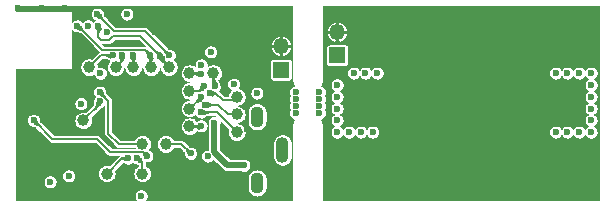
<source format=gbr>
%TF.GenerationSoftware,KiCad,Pcbnew,5.1.6-c6e7f7d~87~ubuntu18.04.1*%
%TF.CreationDate,2020-08-02T20:24:30+02:00*%
%TF.ProjectId,SKnob,534b6e6f-622e-46b6-9963-61645f706362,1.0*%
%TF.SameCoordinates,Original*%
%TF.FileFunction,Copper,L4,Bot*%
%TF.FilePolarity,Positive*%
%FSLAX46Y46*%
G04 Gerber Fmt 4.6, Leading zero omitted, Abs format (unit mm)*
G04 Created by KiCad (PCBNEW 5.1.6-c6e7f7d~87~ubuntu18.04.1) date 2020-08-02 20:24:30*
%MOMM*%
%LPD*%
G01*
G04 APERTURE LIST*
%TA.AperFunction,SMDPad,CuDef*%
%ADD10C,1.000000*%
%TD*%
%TA.AperFunction,ComponentPad*%
%ADD11O,1.100000X2.200000*%
%TD*%
%TA.AperFunction,ComponentPad*%
%ADD12O,1.100000X1.800000*%
%TD*%
%TA.AperFunction,ComponentPad*%
%ADD13O,1.350000X1.350000*%
%TD*%
%TA.AperFunction,ComponentPad*%
%ADD14R,1.350000X1.350000*%
%TD*%
%TA.AperFunction,ViaPad*%
%ADD15C,0.600000*%
%TD*%
%TA.AperFunction,Conductor*%
%ADD16C,0.500000*%
%TD*%
%TA.AperFunction,Conductor*%
%ADD17C,0.150000*%
%TD*%
%TA.AperFunction,Conductor*%
%ADD18C,0.100000*%
%TD*%
%TA.AperFunction,Conductor*%
%ADD19C,0.025400*%
%TD*%
G04 APERTURE END LIST*
D10*
%TO.P,TP19,1*%
%TO.N,/LPUART1_RX*%
X109500000Y-77500000D03*
%TD*%
%TO.P,TP18,1*%
%TO.N,/LPUART1_TX*%
X111750000Y-77500000D03*
%TD*%
%TO.P,TP17,1*%
%TO.N,/WKUP1*%
X113250000Y-77500000D03*
%TD*%
%TO.P,TP16,1*%
%TO.N,/JTDI*%
X122000000Y-81500000D03*
%TD*%
%TO.P,TP15,1*%
%TO.N,/JTCK-SWCLK*%
X122000000Y-83000000D03*
%TD*%
%TO.P,TP14,1*%
%TO.N,/JTMS-SWDIO*%
X118000000Y-82500000D03*
%TD*%
%TO.P,TP13,1*%
%TO.N,/PB7*%
X118000000Y-78000000D03*
%TD*%
%TO.P,TP12,1*%
%TO.N,/PB6*%
X120000000Y-78000000D03*
%TD*%
%TO.P,TP11,1*%
%TO.N,/PB5*%
X118000000Y-79500000D03*
%TD*%
%TO.P,TP10,1*%
%TO.N,/PB4_JTRST*%
X122000000Y-80000000D03*
%TD*%
%TO.P,TP9,1*%
%TO.N,/PB3_JTDO-SWO*%
X118000000Y-81000000D03*
%TD*%
%TO.P,TP8,1*%
%TO.N,/PB2*%
X109000000Y-82000000D03*
%TD*%
%TO.P,TP7,1*%
%TO.N,/PB1*%
X114000000Y-86500000D03*
%TD*%
%TO.P,TP6,1*%
%TO.N,/PB0*%
X111000000Y-86500000D03*
%TD*%
%TO.P,TP5,1*%
%TO.N,/USART1_RX*%
X116000000Y-84000000D03*
%TD*%
%TO.P,TP4,1*%
%TO.N,/USART1_TX*%
X114000000Y-84000000D03*
%TD*%
%TO.P,TP3,1*%
%TO.N,/I2C1_SDA*%
X114750000Y-77500000D03*
%TD*%
%TO.P,TP2,1*%
%TO.N,/I2C1_SCL*%
X116250000Y-77500000D03*
%TD*%
D11*
%TO.P,J1,6*%
%TO.N,Net-(C1-Pad1)*%
X125875000Y-84500000D03*
D12*
X123725000Y-81700000D03*
X123725000Y-87300000D03*
%TD*%
D13*
%TO.P,J3,2*%
%TO.N,GND*%
X130500000Y-74500000D03*
D14*
%TO.P,J3,1*%
%TO.N,+BATT*%
X130500000Y-76500000D03*
%TD*%
D13*
%TO.P,J2,2*%
%TO.N,GND*%
X125750000Y-75700000D03*
D14*
%TO.P,J2,1*%
%TO.N,+BATT*%
X125750000Y-77700000D03*
%TD*%
D15*
%TO.N,*%
X127000000Y-81400000D03*
X127000000Y-80800000D03*
X127000000Y-80200000D03*
X127000000Y-79600000D03*
X129000000Y-80800000D03*
X129000000Y-80200000D03*
X129000000Y-81400000D03*
X129000000Y-79600000D03*
%TO.N,GND*%
X107000000Y-78000000D03*
X108000000Y-78000000D03*
X104650000Y-79350000D03*
X104300000Y-78200000D03*
X105850000Y-78200000D03*
X106150000Y-80850000D03*
X106900000Y-81600000D03*
X105400000Y-80100000D03*
X109400000Y-75600000D03*
X112500000Y-83000000D03*
X114000000Y-83000000D03*
X117000000Y-83000000D03*
X117000000Y-81500000D03*
X112500000Y-81500000D03*
X112500000Y-80000000D03*
X114000000Y-80000000D03*
X115500000Y-80000000D03*
X117000000Y-80000000D03*
X117000000Y-78500000D03*
X115500000Y-78500000D03*
X114000000Y-78500000D03*
X112500000Y-78500000D03*
X108800000Y-87100000D03*
X112300000Y-88200000D03*
X121100000Y-79700000D03*
X120800000Y-76200000D03*
X119000000Y-75600000D03*
X121750000Y-76250000D03*
X113965000Y-81465000D03*
X115520189Y-81479811D03*
X115520189Y-82979811D03*
X108800000Y-78200000D03*
X112400000Y-86700000D03*
X132500000Y-74100000D03*
X133500000Y-74100000D03*
X130600000Y-87000000D03*
X132600000Y-87000000D03*
X123200000Y-77599998D03*
X121600000Y-87000000D03*
X119700000Y-87000000D03*
X117100000Y-88000000D03*
X118900000Y-87000000D03*
X120869478Y-78795509D03*
X112000000Y-75500000D03*
X108700000Y-79580000D03*
X108000000Y-80500000D03*
X107250000Y-79750000D03*
X106500000Y-79000000D03*
X107699998Y-82400000D03*
X103500000Y-72500000D03*
X105500000Y-72500000D03*
X107500000Y-72500000D03*
X103600000Y-78000000D03*
X103600000Y-80000000D03*
X103600000Y-82000000D03*
X103600000Y-84000000D03*
X103600000Y-86000000D03*
X103600000Y-88000000D03*
X104500000Y-88400000D03*
X106500000Y-88400000D03*
X108500000Y-88400000D03*
X126400000Y-88400000D03*
X125000000Y-88400000D03*
X126400000Y-87000000D03*
X125900000Y-82000000D03*
X125900000Y-80750000D03*
X115099981Y-74500007D03*
X152000000Y-72750000D03*
X150000000Y-72750000D03*
X147500000Y-72750000D03*
X145000000Y-72750000D03*
X142500000Y-72750000D03*
X140000000Y-72750000D03*
X137500000Y-72750000D03*
X135000000Y-72750000D03*
X132500000Y-72750000D03*
X130000000Y-72750000D03*
X150000000Y-88250000D03*
X152000000Y-88250000D03*
X147500000Y-88250000D03*
X145000000Y-88250000D03*
X142500000Y-88250000D03*
X140000000Y-88250000D03*
X137500000Y-88250000D03*
X135000000Y-88250000D03*
X132500000Y-88250000D03*
X130000000Y-88250000D03*
X126375000Y-73050000D03*
X122904439Y-82689862D03*
%TO.N,+BATT*%
X130500000Y-80000000D03*
X130500000Y-79000000D03*
X119800000Y-76200000D03*
X121750000Y-78950000D03*
X149000000Y-78000000D03*
X150000000Y-78000000D03*
X151000000Y-78000000D03*
X152000000Y-78000000D03*
X152000000Y-79000000D03*
X152000000Y-80000000D03*
X152000000Y-81000000D03*
X152000000Y-82000000D03*
X152000000Y-83000000D03*
X151000000Y-83000000D03*
X150000000Y-83000000D03*
X149000000Y-83000000D03*
X133900000Y-78000000D03*
X132900000Y-78000000D03*
X131900000Y-78000000D03*
X133500000Y-83000000D03*
X132500000Y-83000000D03*
X131500000Y-83000000D03*
X130500000Y-83000000D03*
X130500000Y-82000000D03*
X130500000Y-81000000D03*
X112700010Y-72999990D03*
X110991954Y-74491954D03*
X109400002Y-73999996D03*
X119000000Y-77300000D03*
X119539454Y-85029089D03*
X123699994Y-79700000D03*
X107780000Y-86700000D03*
X113899998Y-88400000D03*
X108815008Y-80585000D03*
X110465589Y-78015589D03*
X106200000Y-87200000D03*
%TO.N,+5V*%
X122600000Y-85800000D03*
X120100004Y-82199996D03*
%TO.N,/BOOT*%
X110200000Y-73000000D03*
X116300000Y-76500000D03*
%TO.N,/I2C1_SCL*%
X115520189Y-76520189D03*
X110300000Y-74000000D03*
%TO.N,/I2C1_SDA*%
X114700000Y-76500000D03*
X108500000Y-74000000D03*
%TO.N,/USART1_TX*%
X110400000Y-79600000D03*
%TO.N,/USART1_RX*%
X118100000Y-84800000D03*
%TO.N,/PB2*%
X110400000Y-80400000D03*
%TO.N,/PB0*%
X112800000Y-85200000D03*
%TO.N,/PB1*%
X113600000Y-85200000D03*
%TO.N,/PB5*%
X119200000Y-79100000D03*
%TO.N,/PB6*%
X120125504Y-79100000D03*
%TO.N,/PB7*%
X118989471Y-78057303D03*
%TO.N,/PB3_JTDO-SWO*%
X119008986Y-80050012D03*
%TO.N,/PB4_JTRST*%
X119699996Y-79700000D03*
%TO.N,/JTMS-SWDIO*%
X118989433Y-82462736D03*
%TO.N,/JTCK-SWCLK*%
X119000000Y-81300000D03*
%TO.N,/JTDI*%
X119344652Y-80664296D03*
%TO.N,/WKUP1*%
X113200000Y-76500000D03*
%TO.N,/LPUART1_TX*%
X112250000Y-76500000D03*
%TO.N,/LPUART1_RX*%
X111500000Y-76500000D03*
%TO.N,/BUZZER*%
X114400000Y-85000000D03*
X104800000Y-82000000D03*
%TD*%
D16*
%TO.N,+5V*%
X121200000Y-85800000D02*
X120100004Y-84700004D01*
X120100004Y-84700004D02*
X120100004Y-82199996D01*
X122600000Y-85800000D02*
X121200000Y-85800000D01*
D17*
%TO.N,/BOOT*%
X114200000Y-74400000D02*
X115000000Y-75200000D01*
X110200000Y-73000000D02*
X111600000Y-74400000D01*
X115000000Y-75200000D02*
X116300000Y-76500000D01*
X111600000Y-74400000D02*
X114200000Y-74400000D01*
%TO.N,/I2C1_SCL*%
X110300000Y-74950000D02*
X110550000Y-75200000D01*
X110300000Y-74950000D02*
X110300000Y-74000000D01*
X110550000Y-75200000D02*
X111200000Y-75200000D01*
X111200000Y-75200000D02*
X111550000Y-74850000D01*
X111550000Y-74850000D02*
X113850000Y-74850000D01*
X113850000Y-74850000D02*
X114675000Y-75675000D01*
X115520189Y-76520189D02*
X114675000Y-75675000D01*
X115520189Y-76770189D02*
X116250000Y-77500000D01*
X115520189Y-76520189D02*
X115520189Y-76770189D01*
%TO.N,/I2C1_SDA*%
X110624999Y-76024999D02*
X108600000Y-74000000D01*
X108600000Y-74000000D02*
X108500000Y-74000000D01*
X114224999Y-76024999D02*
X110624999Y-76024999D01*
X114700000Y-76500000D02*
X114224999Y-76024999D01*
X114700000Y-77450000D02*
X114750000Y-77500000D01*
X114700000Y-76500000D02*
X114700000Y-77450000D01*
%TO.N,/USART1_TX*%
X111117933Y-83117933D02*
X111117933Y-80317933D01*
X112000000Y-84000000D02*
X111117933Y-83117933D01*
X114000000Y-84000000D02*
X112000000Y-84000000D01*
X111117933Y-80317933D02*
X110400000Y-79600000D01*
%TO.N,/USART1_RX*%
X117300000Y-84000000D02*
X116000000Y-84000000D01*
X118100000Y-84800000D02*
X117300000Y-84000000D01*
%TO.N,/PB2*%
X110400000Y-80600000D02*
X110400000Y-80400000D01*
X109000000Y-82000000D02*
X110400000Y-80600000D01*
%TO.N,/PB0*%
X112300000Y-85200000D02*
X112800000Y-85200000D01*
X111000000Y-86500000D02*
X112300000Y-85200000D01*
%TO.N,/PB1*%
X114000000Y-85600000D02*
X113600000Y-85200000D01*
X114000000Y-86500000D02*
X114000000Y-85600000D01*
%TO.N,/PB5*%
X118800000Y-79500000D02*
X119200000Y-79100000D01*
X118000000Y-79500000D02*
X118800000Y-79500000D01*
%TO.N,/PB6*%
X120000000Y-78974496D02*
X120125504Y-79100000D01*
X120000000Y-78000000D02*
X120000000Y-78974496D01*
%TO.N,/PB7*%
X118932168Y-78000000D02*
X118989471Y-78057303D01*
X118000000Y-78000000D02*
X118932168Y-78000000D01*
%TO.N,/PB3_JTDO-SWO*%
X118058998Y-81000000D02*
X119008986Y-80050012D01*
X118000000Y-81000000D02*
X118058998Y-81000000D01*
%TO.N,/PB4_JTRST*%
X120200000Y-79700000D02*
X119699996Y-79700000D01*
X120800000Y-80300000D02*
X120200000Y-79700000D01*
X122000000Y-80000000D02*
X121700000Y-80300000D01*
X121700000Y-80300000D02*
X120800000Y-80300000D01*
%TO.N,/JTMS-SWDIO*%
X118972247Y-82472247D02*
X118979922Y-82472247D01*
X118000000Y-82500000D02*
X118952169Y-82500000D01*
X118952169Y-82500000D02*
X118989433Y-82462736D01*
X118979922Y-82472247D02*
X118989433Y-82462736D01*
%TO.N,/JTCK-SWCLK*%
X120300000Y-81300000D02*
X122000000Y-83000000D01*
X119000000Y-81300000D02*
X120300000Y-81300000D01*
%TO.N,/JTDI*%
X121223216Y-81500000D02*
X122000000Y-81500000D01*
X119344652Y-80664296D02*
X120387512Y-80664296D01*
X120387512Y-80664296D02*
X121223216Y-81500000D01*
%TO.N,/WKUP1*%
X113200000Y-77450000D02*
X113250000Y-77500000D01*
X113200000Y-76500000D02*
X113200000Y-77450000D01*
%TO.N,/LPUART1_TX*%
X112250000Y-77000000D02*
X111750000Y-77500000D01*
X112250000Y-76500000D02*
X112250000Y-77000000D01*
%TO.N,/LPUART1_RX*%
X110500000Y-76500000D02*
X109500000Y-77500000D01*
X111500000Y-76500000D02*
X110500000Y-76500000D01*
%TO.N,/BUZZER*%
X114400000Y-85000000D02*
X114100001Y-84700001D01*
X106400000Y-83600000D02*
X110199998Y-83600000D01*
X110199998Y-83600000D02*
X111299999Y-84700001D01*
X114100001Y-84700001D02*
X111299999Y-84700001D01*
X106400000Y-83600000D02*
X104800000Y-82000000D01*
%TD*%
D18*
%TO.N,GND*%
G36*
X126700000Y-78514732D02*
G01*
X126700102Y-78515768D01*
X126700104Y-78516046D01*
X126700510Y-78519907D01*
X126701529Y-78530257D01*
X126701529Y-78543237D01*
X126701967Y-78547403D01*
X126723722Y-78741352D01*
X126729374Y-78767946D01*
X126734656Y-78794622D01*
X126735895Y-78798624D01*
X126794908Y-78984654D01*
X126805615Y-79009635D01*
X126815980Y-79034784D01*
X126817971Y-79038464D01*
X126817973Y-79038469D01*
X126817976Y-79038473D01*
X126836607Y-79072364D01*
X126739477Y-79112597D01*
X126649396Y-79172787D01*
X126572787Y-79249396D01*
X126512597Y-79339477D01*
X126471136Y-79439571D01*
X126450000Y-79545830D01*
X126450000Y-79654170D01*
X126471136Y-79760429D01*
X126512597Y-79860523D01*
X126538975Y-79900000D01*
X126512597Y-79939477D01*
X126471136Y-80039571D01*
X126450000Y-80145830D01*
X126450000Y-80254170D01*
X126471136Y-80360429D01*
X126512597Y-80460523D01*
X126538975Y-80500000D01*
X126512597Y-80539477D01*
X126471136Y-80639571D01*
X126450000Y-80745830D01*
X126450000Y-80854170D01*
X126471136Y-80960429D01*
X126512597Y-81060523D01*
X126538975Y-81100000D01*
X126512597Y-81139477D01*
X126471136Y-81239571D01*
X126450000Y-81345830D01*
X126450000Y-81454170D01*
X126471136Y-81560429D01*
X126512597Y-81660523D01*
X126572787Y-81750604D01*
X126649396Y-81827213D01*
X126739477Y-81887403D01*
X126837254Y-81927904D01*
X126810570Y-81978089D01*
X126800213Y-82003217D01*
X126789497Y-82028219D01*
X126788258Y-82032220D01*
X126731849Y-82219057D01*
X126726566Y-82245737D01*
X126720914Y-82272325D01*
X126720478Y-82276480D01*
X126720476Y-82276491D01*
X126720476Y-82276501D01*
X126701432Y-82470725D01*
X126701432Y-82470737D01*
X126700001Y-82485267D01*
X126700000Y-88700000D01*
X114361023Y-88700000D01*
X114387401Y-88660523D01*
X114428862Y-88560429D01*
X114449998Y-88454170D01*
X114449998Y-88345830D01*
X114428862Y-88239571D01*
X114387401Y-88139477D01*
X114327211Y-88049396D01*
X114250602Y-87972787D01*
X114160521Y-87912597D01*
X114060427Y-87871136D01*
X113954168Y-87850000D01*
X113845828Y-87850000D01*
X113739569Y-87871136D01*
X113639475Y-87912597D01*
X113549394Y-87972787D01*
X113472785Y-88049396D01*
X113412595Y-88139477D01*
X113371134Y-88239571D01*
X113349998Y-88345830D01*
X113349998Y-88454170D01*
X113371134Y-88560429D01*
X113412595Y-88660523D01*
X113438973Y-88700000D01*
X103300000Y-88700000D01*
X103300000Y-87145830D01*
X105650000Y-87145830D01*
X105650000Y-87254170D01*
X105671136Y-87360429D01*
X105712597Y-87460523D01*
X105772787Y-87550604D01*
X105849396Y-87627213D01*
X105939477Y-87687403D01*
X106039571Y-87728864D01*
X106145830Y-87750000D01*
X106254170Y-87750000D01*
X106360429Y-87728864D01*
X106460523Y-87687403D01*
X106550604Y-87627213D01*
X106627213Y-87550604D01*
X106687403Y-87460523D01*
X106728864Y-87360429D01*
X106750000Y-87254170D01*
X106750000Y-87145830D01*
X106728864Y-87039571D01*
X106687403Y-86939477D01*
X106627213Y-86849396D01*
X106550604Y-86772787D01*
X106460523Y-86712597D01*
X106360429Y-86671136D01*
X106254170Y-86650000D01*
X106145830Y-86650000D01*
X106039571Y-86671136D01*
X105939477Y-86712597D01*
X105849396Y-86772787D01*
X105772787Y-86849396D01*
X105712597Y-86939477D01*
X105671136Y-87039571D01*
X105650000Y-87145830D01*
X103300000Y-87145830D01*
X103300000Y-86645830D01*
X107230000Y-86645830D01*
X107230000Y-86754170D01*
X107251136Y-86860429D01*
X107292597Y-86960523D01*
X107352787Y-87050604D01*
X107429396Y-87127213D01*
X107519477Y-87187403D01*
X107619571Y-87228864D01*
X107725830Y-87250000D01*
X107834170Y-87250000D01*
X107940429Y-87228864D01*
X108040523Y-87187403D01*
X108130604Y-87127213D01*
X108207213Y-87050604D01*
X108267403Y-86960523D01*
X108308864Y-86860429D01*
X108330000Y-86754170D01*
X108330000Y-86645830D01*
X108308864Y-86539571D01*
X108267403Y-86439477D01*
X108207213Y-86349396D01*
X108130604Y-86272787D01*
X108040523Y-86212597D01*
X107940429Y-86171136D01*
X107834170Y-86150000D01*
X107725830Y-86150000D01*
X107619571Y-86171136D01*
X107519477Y-86212597D01*
X107429396Y-86272787D01*
X107352787Y-86349396D01*
X107292597Y-86439477D01*
X107251136Y-86539571D01*
X107230000Y-86645830D01*
X103300000Y-86645830D01*
X103300000Y-81945830D01*
X104250000Y-81945830D01*
X104250000Y-82054170D01*
X104271136Y-82160429D01*
X104312597Y-82260523D01*
X104372787Y-82350604D01*
X104449396Y-82427213D01*
X104539477Y-82487403D01*
X104639571Y-82528864D01*
X104745830Y-82550000D01*
X104800107Y-82550000D01*
X104823652Y-82550651D01*
X104840172Y-82552403D01*
X104855306Y-82555261D01*
X104869451Y-82559173D01*
X104883043Y-82564194D01*
X104896481Y-82570485D01*
X104910131Y-82578308D01*
X104924229Y-82587966D01*
X104938933Y-82599795D01*
X104957378Y-82616996D01*
X106158908Y-83818528D01*
X106169079Y-83830921D01*
X106181472Y-83841092D01*
X106181476Y-83841096D01*
X106197697Y-83854408D01*
X106218566Y-83871535D01*
X106275026Y-83901713D01*
X106336289Y-83920297D01*
X106384039Y-83925000D01*
X106384047Y-83925000D01*
X106400000Y-83926571D01*
X106415953Y-83925000D01*
X110065380Y-83925000D01*
X111058903Y-84918524D01*
X111069078Y-84930922D01*
X111118565Y-84971536D01*
X111162924Y-84995246D01*
X111175025Y-85001714D01*
X111236287Y-85020298D01*
X111242361Y-85020896D01*
X111284038Y-85025001D01*
X111284045Y-85025001D01*
X111299998Y-85026572D01*
X111315951Y-85025001D01*
X112015379Y-85025001D01*
X111249026Y-85791356D01*
X111218767Y-85778822D01*
X111073869Y-85750000D01*
X110926131Y-85750000D01*
X110781233Y-85778822D01*
X110644742Y-85835359D01*
X110521903Y-85917437D01*
X110417437Y-86021903D01*
X110335359Y-86144742D01*
X110278822Y-86281233D01*
X110250000Y-86426131D01*
X110250000Y-86573869D01*
X110278822Y-86718767D01*
X110335359Y-86855258D01*
X110417437Y-86978097D01*
X110521903Y-87082563D01*
X110644742Y-87164641D01*
X110781233Y-87221178D01*
X110926131Y-87250000D01*
X111073869Y-87250000D01*
X111218767Y-87221178D01*
X111355258Y-87164641D01*
X111478097Y-87082563D01*
X111582563Y-86978097D01*
X111664641Y-86855258D01*
X111721178Y-86718767D01*
X111750000Y-86573869D01*
X111750000Y-86426131D01*
X111721178Y-86281233D01*
X111708644Y-86250974D01*
X112390464Y-85569156D01*
X112391484Y-85570020D01*
X112410171Y-85587988D01*
X112449396Y-85627213D01*
X112539477Y-85687403D01*
X112639571Y-85728864D01*
X112745830Y-85750000D01*
X112854170Y-85750000D01*
X112960429Y-85728864D01*
X113060523Y-85687403D01*
X113150604Y-85627213D01*
X113200000Y-85577817D01*
X113249396Y-85627213D01*
X113339477Y-85687403D01*
X113439571Y-85728864D01*
X113545830Y-85750000D01*
X113600107Y-85750000D01*
X113623652Y-85750651D01*
X113640172Y-85752403D01*
X113655306Y-85755261D01*
X113669451Y-85759173D01*
X113675001Y-85761223D01*
X113675001Y-85822825D01*
X113644742Y-85835359D01*
X113521903Y-85917437D01*
X113417437Y-86021903D01*
X113335359Y-86144742D01*
X113278822Y-86281233D01*
X113250000Y-86426131D01*
X113250000Y-86573869D01*
X113278822Y-86718767D01*
X113335359Y-86855258D01*
X113417437Y-86978097D01*
X113521903Y-87082563D01*
X113644742Y-87164641D01*
X113781233Y-87221178D01*
X113926131Y-87250000D01*
X114073869Y-87250000D01*
X114218767Y-87221178D01*
X114355258Y-87164641D01*
X114478097Y-87082563D01*
X114582563Y-86978097D01*
X114627590Y-86910708D01*
X122925000Y-86910708D01*
X122925000Y-87689293D01*
X122936576Y-87806827D01*
X122982322Y-87957628D01*
X123056608Y-88096606D01*
X123156579Y-88218422D01*
X123278395Y-88318393D01*
X123417373Y-88392679D01*
X123568174Y-88438424D01*
X123725000Y-88453870D01*
X123881827Y-88438424D01*
X124032628Y-88392679D01*
X124171606Y-88318393D01*
X124293422Y-88218422D01*
X124393393Y-88096606D01*
X124467679Y-87957628D01*
X124513424Y-87806827D01*
X124525000Y-87689293D01*
X124525000Y-86910707D01*
X124513424Y-86793173D01*
X124467679Y-86642372D01*
X124393393Y-86503394D01*
X124293422Y-86381578D01*
X124171605Y-86281607D01*
X124032627Y-86207321D01*
X123881826Y-86161576D01*
X123725000Y-86146130D01*
X123568173Y-86161576D01*
X123417372Y-86207321D01*
X123278394Y-86281607D01*
X123156578Y-86381578D01*
X123056607Y-86503395D01*
X122982321Y-86642373D01*
X122936576Y-86793174D01*
X122925000Y-86910708D01*
X114627590Y-86910708D01*
X114664641Y-86855258D01*
X114721178Y-86718767D01*
X114750000Y-86573869D01*
X114750000Y-86426131D01*
X114721178Y-86281233D01*
X114664641Y-86144742D01*
X114582563Y-86021903D01*
X114478097Y-85917437D01*
X114355258Y-85835359D01*
X114325000Y-85822826D01*
X114325000Y-85615952D01*
X114326571Y-85599999D01*
X114325000Y-85584046D01*
X114325000Y-85584039D01*
X114321164Y-85545094D01*
X114345830Y-85550000D01*
X114454170Y-85550000D01*
X114560429Y-85528864D01*
X114660523Y-85487403D01*
X114750604Y-85427213D01*
X114827213Y-85350604D01*
X114887403Y-85260523D01*
X114928864Y-85160429D01*
X114950000Y-85054170D01*
X114950000Y-84945830D01*
X114928864Y-84839571D01*
X114887403Y-84739477D01*
X114827213Y-84649396D01*
X114750604Y-84572787D01*
X114660523Y-84512597D01*
X114581002Y-84479658D01*
X114582563Y-84478097D01*
X114664641Y-84355258D01*
X114721178Y-84218767D01*
X114750000Y-84073869D01*
X114750000Y-83926131D01*
X115250000Y-83926131D01*
X115250000Y-84073869D01*
X115278822Y-84218767D01*
X115335359Y-84355258D01*
X115417437Y-84478097D01*
X115521903Y-84582563D01*
X115644742Y-84664641D01*
X115781233Y-84721178D01*
X115926131Y-84750000D01*
X116073869Y-84750000D01*
X116218767Y-84721178D01*
X116355258Y-84664641D01*
X116478097Y-84582563D01*
X116582563Y-84478097D01*
X116664641Y-84355258D01*
X116677174Y-84325000D01*
X117165382Y-84325000D01*
X117483004Y-84642623D01*
X117500204Y-84661066D01*
X117512034Y-84675769D01*
X117521694Y-84689872D01*
X117529513Y-84703515D01*
X117535803Y-84716952D01*
X117540828Y-84730550D01*
X117544739Y-84744695D01*
X117547597Y-84759826D01*
X117549350Y-84776361D01*
X117550000Y-84799863D01*
X117550000Y-84854170D01*
X117571136Y-84960429D01*
X117612597Y-85060523D01*
X117672787Y-85150604D01*
X117749396Y-85227213D01*
X117839477Y-85287403D01*
X117939571Y-85328864D01*
X118045830Y-85350000D01*
X118154170Y-85350000D01*
X118260429Y-85328864D01*
X118360523Y-85287403D01*
X118450604Y-85227213D01*
X118527213Y-85150604D01*
X118587403Y-85060523D01*
X118628864Y-84960429D01*
X118650000Y-84854170D01*
X118650000Y-84745830D01*
X118628864Y-84639571D01*
X118587403Y-84539477D01*
X118527213Y-84449396D01*
X118450604Y-84372787D01*
X118360523Y-84312597D01*
X118260429Y-84271136D01*
X118154170Y-84250000D01*
X118099863Y-84250000D01*
X118076361Y-84249350D01*
X118059826Y-84247597D01*
X118044695Y-84244739D01*
X118030548Y-84240826D01*
X118016955Y-84235805D01*
X118003515Y-84229513D01*
X117989872Y-84221694D01*
X117975769Y-84212034D01*
X117961066Y-84200204D01*
X117942623Y-84183004D01*
X117541101Y-83781483D01*
X117530921Y-83769079D01*
X117481434Y-83728465D01*
X117424974Y-83698287D01*
X117363711Y-83679703D01*
X117315961Y-83675000D01*
X117315953Y-83675000D01*
X117300000Y-83673429D01*
X117284047Y-83675000D01*
X116677174Y-83675000D01*
X116664641Y-83644742D01*
X116582563Y-83521903D01*
X116478097Y-83417437D01*
X116355258Y-83335359D01*
X116218767Y-83278822D01*
X116073869Y-83250000D01*
X115926131Y-83250000D01*
X115781233Y-83278822D01*
X115644742Y-83335359D01*
X115521903Y-83417437D01*
X115417437Y-83521903D01*
X115335359Y-83644742D01*
X115278822Y-83781233D01*
X115250000Y-83926131D01*
X114750000Y-83926131D01*
X114721178Y-83781233D01*
X114664641Y-83644742D01*
X114582563Y-83521903D01*
X114478097Y-83417437D01*
X114355258Y-83335359D01*
X114218767Y-83278822D01*
X114073869Y-83250000D01*
X113926131Y-83250000D01*
X113781233Y-83278822D01*
X113644742Y-83335359D01*
X113521903Y-83417437D01*
X113417437Y-83521903D01*
X113335359Y-83644742D01*
X113322826Y-83675000D01*
X112134619Y-83675000D01*
X111442933Y-82983315D01*
X111442933Y-80333886D01*
X111444504Y-80317933D01*
X111442933Y-80301980D01*
X111442933Y-80301972D01*
X111438230Y-80254222D01*
X111419646Y-80192959D01*
X111389468Y-80136499D01*
X111365948Y-80107840D01*
X111359029Y-80099409D01*
X111359025Y-80099405D01*
X111348854Y-80087012D01*
X111336461Y-80076841D01*
X111016988Y-79757369D01*
X110999795Y-79738933D01*
X110987966Y-79724229D01*
X110978308Y-79710131D01*
X110970485Y-79696481D01*
X110964194Y-79683043D01*
X110959173Y-79669451D01*
X110955261Y-79655306D01*
X110952403Y-79640172D01*
X110950651Y-79623652D01*
X110950000Y-79600108D01*
X110950000Y-79545830D01*
X110928864Y-79439571D01*
X110887403Y-79339477D01*
X110827213Y-79249396D01*
X110750604Y-79172787D01*
X110660523Y-79112597D01*
X110560429Y-79071136D01*
X110454170Y-79050000D01*
X110345830Y-79050000D01*
X110239571Y-79071136D01*
X110139477Y-79112597D01*
X110049396Y-79172787D01*
X109972787Y-79249396D01*
X109912597Y-79339477D01*
X109871136Y-79439571D01*
X109850000Y-79545830D01*
X109850000Y-79654170D01*
X109871136Y-79760429D01*
X109912597Y-79860523D01*
X109972787Y-79950604D01*
X110022183Y-80000000D01*
X109972787Y-80049396D01*
X109912597Y-80139477D01*
X109871136Y-80239571D01*
X109850000Y-80345830D01*
X109850000Y-80400324D01*
X109849282Y-80427681D01*
X109846791Y-80455061D01*
X109842001Y-80487600D01*
X109834663Y-80524962D01*
X109824621Y-80566832D01*
X109811789Y-80612913D01*
X109796073Y-80663108D01*
X109777488Y-80717097D01*
X109755963Y-80774884D01*
X109749657Y-80790724D01*
X109249026Y-81291356D01*
X109218767Y-81278822D01*
X109073869Y-81250000D01*
X108926131Y-81250000D01*
X108781233Y-81278822D01*
X108644742Y-81335359D01*
X108521903Y-81417437D01*
X108417437Y-81521903D01*
X108335359Y-81644742D01*
X108278822Y-81781233D01*
X108250000Y-81926131D01*
X108250000Y-82073869D01*
X108278822Y-82218767D01*
X108335359Y-82355258D01*
X108417437Y-82478097D01*
X108521903Y-82582563D01*
X108644742Y-82664641D01*
X108781233Y-82721178D01*
X108926131Y-82750000D01*
X109073869Y-82750000D01*
X109218767Y-82721178D01*
X109355258Y-82664641D01*
X109478097Y-82582563D01*
X109582563Y-82478097D01*
X109664641Y-82355258D01*
X109721178Y-82218767D01*
X109750000Y-82073869D01*
X109750000Y-81926131D01*
X109721178Y-81781233D01*
X109708644Y-81750974D01*
X110523387Y-80936232D01*
X110560429Y-80928864D01*
X110660523Y-80887403D01*
X110750604Y-80827213D01*
X110792934Y-80784883D01*
X110792933Y-83101980D01*
X110791362Y-83117933D01*
X110792933Y-83133886D01*
X110792933Y-83133893D01*
X110797636Y-83181643D01*
X110816220Y-83242906D01*
X110846398Y-83299366D01*
X110887012Y-83348854D01*
X110899416Y-83359034D01*
X111758904Y-84218523D01*
X111769079Y-84230921D01*
X111818566Y-84271535D01*
X111864467Y-84296069D01*
X111875026Y-84301713D01*
X111936288Y-84320297D01*
X111942362Y-84320895D01*
X111984039Y-84325000D01*
X111984046Y-84325000D01*
X111999999Y-84326571D01*
X112015952Y-84325000D01*
X113322826Y-84325000D01*
X113335359Y-84355258D01*
X113348551Y-84375001D01*
X111434618Y-84375001D01*
X110441099Y-83381483D01*
X110430919Y-83369079D01*
X110381432Y-83328465D01*
X110324972Y-83298287D01*
X110263709Y-83279703D01*
X110215959Y-83275000D01*
X110215951Y-83275000D01*
X110199998Y-83273429D01*
X110184045Y-83275000D01*
X106534620Y-83275000D01*
X105416996Y-82157378D01*
X105399795Y-82138933D01*
X105387966Y-82124229D01*
X105378308Y-82110131D01*
X105370485Y-82096481D01*
X105364194Y-82083043D01*
X105359173Y-82069451D01*
X105355261Y-82055306D01*
X105352403Y-82040172D01*
X105350651Y-82023652D01*
X105350000Y-82000108D01*
X105350000Y-81945830D01*
X105328864Y-81839571D01*
X105287403Y-81739477D01*
X105227213Y-81649396D01*
X105150604Y-81572787D01*
X105060523Y-81512597D01*
X104960429Y-81471136D01*
X104854170Y-81450000D01*
X104745830Y-81450000D01*
X104639571Y-81471136D01*
X104539477Y-81512597D01*
X104449396Y-81572787D01*
X104372787Y-81649396D01*
X104312597Y-81739477D01*
X104271136Y-81839571D01*
X104250000Y-81945830D01*
X103300000Y-81945830D01*
X103300000Y-80530830D01*
X108265008Y-80530830D01*
X108265008Y-80639170D01*
X108286144Y-80745429D01*
X108327605Y-80845523D01*
X108387795Y-80935604D01*
X108464404Y-81012213D01*
X108554485Y-81072403D01*
X108654579Y-81113864D01*
X108760838Y-81135000D01*
X108869178Y-81135000D01*
X108975437Y-81113864D01*
X109075531Y-81072403D01*
X109165612Y-81012213D01*
X109242221Y-80935604D01*
X109302411Y-80845523D01*
X109343872Y-80745429D01*
X109365008Y-80639170D01*
X109365008Y-80530830D01*
X109343872Y-80424571D01*
X109302411Y-80324477D01*
X109242221Y-80234396D01*
X109165612Y-80157787D01*
X109075531Y-80097597D01*
X108975437Y-80056136D01*
X108869178Y-80035000D01*
X108760838Y-80035000D01*
X108654579Y-80056136D01*
X108554485Y-80097597D01*
X108464404Y-80157787D01*
X108387795Y-80234396D01*
X108327605Y-80324477D01*
X108286144Y-80424571D01*
X108265008Y-80530830D01*
X103300000Y-80530830D01*
X103300000Y-77650000D01*
X108000000Y-77650000D01*
X108009755Y-77649039D01*
X108019134Y-77646194D01*
X108027779Y-77641573D01*
X108035355Y-77635355D01*
X108041573Y-77627779D01*
X108046194Y-77619134D01*
X108049039Y-77609755D01*
X108050000Y-77600000D01*
X108050000Y-74316501D01*
X108072787Y-74350604D01*
X108149396Y-74427213D01*
X108239477Y-74487403D01*
X108339571Y-74528864D01*
X108445830Y-74550000D01*
X108500249Y-74550000D01*
X108525734Y-74550686D01*
X108547978Y-74552865D01*
X108572494Y-74556921D01*
X108599282Y-74563073D01*
X108628358Y-74571530D01*
X108659644Y-74582456D01*
X108693106Y-74596007D01*
X108728607Y-74612274D01*
X108766082Y-74631356D01*
X108778878Y-74638497D01*
X110351332Y-76210951D01*
X110318566Y-76228465D01*
X110297697Y-76245592D01*
X110281476Y-76258904D01*
X110281472Y-76258908D01*
X110269079Y-76269079D01*
X110258908Y-76281472D01*
X109749025Y-76791356D01*
X109718767Y-76778822D01*
X109573869Y-76750000D01*
X109426131Y-76750000D01*
X109281233Y-76778822D01*
X109144742Y-76835359D01*
X109021903Y-76917437D01*
X108917437Y-77021903D01*
X108835359Y-77144742D01*
X108778822Y-77281233D01*
X108750000Y-77426131D01*
X108750000Y-77573869D01*
X108778822Y-77718767D01*
X108835359Y-77855258D01*
X108917437Y-77978097D01*
X109021903Y-78082563D01*
X109144742Y-78164641D01*
X109281233Y-78221178D01*
X109426131Y-78250000D01*
X109573869Y-78250000D01*
X109718767Y-78221178D01*
X109855258Y-78164641D01*
X109925170Y-78117927D01*
X109936725Y-78176018D01*
X109978186Y-78276112D01*
X110038376Y-78366193D01*
X110114985Y-78442802D01*
X110205066Y-78502992D01*
X110305160Y-78544453D01*
X110411419Y-78565589D01*
X110519759Y-78565589D01*
X110626018Y-78544453D01*
X110726112Y-78502992D01*
X110816193Y-78442802D01*
X110892802Y-78366193D01*
X110952992Y-78276112D01*
X110994453Y-78176018D01*
X111015589Y-78069759D01*
X111015589Y-77961419D01*
X110994453Y-77855160D01*
X110952992Y-77755066D01*
X110892802Y-77664985D01*
X110816193Y-77588376D01*
X110726112Y-77528186D01*
X110626018Y-77486725D01*
X110519759Y-77465589D01*
X110411419Y-77465589D01*
X110305160Y-77486725D01*
X110250000Y-77509573D01*
X110250000Y-77426131D01*
X110221178Y-77281233D01*
X110208644Y-77250975D01*
X110634620Y-76825000D01*
X110952438Y-76825000D01*
X110977641Y-76825880D01*
X110996411Y-76827912D01*
X111013198Y-76831050D01*
X111028370Y-76835167D01*
X111042338Y-76840227D01*
X111055490Y-76846283D01*
X111068264Y-76853523D01*
X111080993Y-76862207D01*
X111093909Y-76872647D01*
X111111019Y-76888836D01*
X111149396Y-76927213D01*
X111216973Y-76972367D01*
X111167437Y-77021903D01*
X111085359Y-77144742D01*
X111028822Y-77281233D01*
X111000000Y-77426131D01*
X111000000Y-77573869D01*
X111028822Y-77718767D01*
X111085359Y-77855258D01*
X111167437Y-77978097D01*
X111271903Y-78082563D01*
X111394742Y-78164641D01*
X111531233Y-78221178D01*
X111676131Y-78250000D01*
X111823869Y-78250000D01*
X111968767Y-78221178D01*
X112105258Y-78164641D01*
X112228097Y-78082563D01*
X112332563Y-77978097D01*
X112414641Y-77855258D01*
X112471178Y-77718767D01*
X112500000Y-77573869D01*
X112528822Y-77718767D01*
X112585359Y-77855258D01*
X112667437Y-77978097D01*
X112771903Y-78082563D01*
X112894742Y-78164641D01*
X113031233Y-78221178D01*
X113176131Y-78250000D01*
X113323869Y-78250000D01*
X113468767Y-78221178D01*
X113605258Y-78164641D01*
X113728097Y-78082563D01*
X113832563Y-77978097D01*
X113914641Y-77855258D01*
X113971178Y-77718767D01*
X114000000Y-77573869D01*
X114028822Y-77718767D01*
X114085359Y-77855258D01*
X114167437Y-77978097D01*
X114271903Y-78082563D01*
X114394742Y-78164641D01*
X114531233Y-78221178D01*
X114676131Y-78250000D01*
X114823869Y-78250000D01*
X114968767Y-78221178D01*
X115105258Y-78164641D01*
X115228097Y-78082563D01*
X115332563Y-77978097D01*
X115414641Y-77855258D01*
X115471178Y-77718767D01*
X115500000Y-77573869D01*
X115528822Y-77718767D01*
X115585359Y-77855258D01*
X115667437Y-77978097D01*
X115771903Y-78082563D01*
X115894742Y-78164641D01*
X116031233Y-78221178D01*
X116176131Y-78250000D01*
X116323869Y-78250000D01*
X116468767Y-78221178D01*
X116605258Y-78164641D01*
X116728097Y-78082563D01*
X116832563Y-77978097D01*
X116867285Y-77926131D01*
X117250000Y-77926131D01*
X117250000Y-78073869D01*
X117278822Y-78218767D01*
X117335359Y-78355258D01*
X117417437Y-78478097D01*
X117521903Y-78582563D01*
X117644742Y-78664641D01*
X117781233Y-78721178D01*
X117926131Y-78750000D01*
X117781233Y-78778822D01*
X117644742Y-78835359D01*
X117521903Y-78917437D01*
X117417437Y-79021903D01*
X117335359Y-79144742D01*
X117278822Y-79281233D01*
X117250000Y-79426131D01*
X117250000Y-79573869D01*
X117278822Y-79718767D01*
X117335359Y-79855258D01*
X117417437Y-79978097D01*
X117521903Y-80082563D01*
X117644742Y-80164641D01*
X117781233Y-80221178D01*
X117926131Y-80250000D01*
X117781233Y-80278822D01*
X117644742Y-80335359D01*
X117521903Y-80417437D01*
X117417437Y-80521903D01*
X117335359Y-80644742D01*
X117278822Y-80781233D01*
X117250000Y-80926131D01*
X117250000Y-81073869D01*
X117278822Y-81218767D01*
X117335359Y-81355258D01*
X117417437Y-81478097D01*
X117521903Y-81582563D01*
X117644742Y-81664641D01*
X117781233Y-81721178D01*
X117926131Y-81750000D01*
X117781233Y-81778822D01*
X117644742Y-81835359D01*
X117521903Y-81917437D01*
X117417437Y-82021903D01*
X117335359Y-82144742D01*
X117278822Y-82281233D01*
X117250000Y-82426131D01*
X117250000Y-82573869D01*
X117278822Y-82718767D01*
X117335359Y-82855258D01*
X117417437Y-82978097D01*
X117521903Y-83082563D01*
X117644742Y-83164641D01*
X117781233Y-83221178D01*
X117926131Y-83250000D01*
X118073869Y-83250000D01*
X118218767Y-83221178D01*
X118355258Y-83164641D01*
X118478097Y-83082563D01*
X118582563Y-82978097D01*
X118609698Y-82937487D01*
X118647297Y-82960899D01*
X118693153Y-82978190D01*
X118741503Y-82986203D01*
X118790486Y-82984629D01*
X118804377Y-82981399D01*
X118829004Y-82991600D01*
X118935263Y-83012736D01*
X119043603Y-83012736D01*
X119149862Y-82991600D01*
X119249956Y-82950139D01*
X119340037Y-82889949D01*
X119416646Y-82813340D01*
X119476836Y-82723259D01*
X119518297Y-82623165D01*
X119539433Y-82516906D01*
X119539433Y-82408566D01*
X119518297Y-82302307D01*
X119476836Y-82202213D01*
X119416646Y-82112132D01*
X119340037Y-82035523D01*
X119249956Y-81975333D01*
X119149862Y-81933872D01*
X119043603Y-81912736D01*
X118935263Y-81912736D01*
X118829004Y-81933872D01*
X118728910Y-81975333D01*
X118638829Y-82035523D01*
X118610555Y-82063797D01*
X118582563Y-82021903D01*
X118478097Y-81917437D01*
X118355258Y-81835359D01*
X118218767Y-81778822D01*
X118073869Y-81750000D01*
X118218767Y-81721178D01*
X118355258Y-81664641D01*
X118478097Y-81582563D01*
X118508948Y-81551712D01*
X118512597Y-81560523D01*
X118572787Y-81650604D01*
X118649396Y-81727213D01*
X118739477Y-81787403D01*
X118839571Y-81828864D01*
X118945830Y-81850000D01*
X119054170Y-81850000D01*
X119160429Y-81828864D01*
X119260523Y-81787403D01*
X119350604Y-81727213D01*
X119388969Y-81688848D01*
X119406097Y-81672641D01*
X119419006Y-81662207D01*
X119431735Y-81653523D01*
X119444509Y-81646283D01*
X119457661Y-81640227D01*
X119471629Y-81635167D01*
X119486801Y-81631050D01*
X119503588Y-81627912D01*
X119522358Y-81625879D01*
X119547557Y-81625000D01*
X120165382Y-81625000D01*
X120199367Y-81658985D01*
X120154174Y-81649996D01*
X120045834Y-81649996D01*
X119939575Y-81671132D01*
X119839481Y-81712593D01*
X119749400Y-81772783D01*
X119672791Y-81849392D01*
X119612601Y-81939473D01*
X119571140Y-82039567D01*
X119550004Y-82145826D01*
X119550004Y-82254166D01*
X119571140Y-82360425D01*
X119600005Y-82430110D01*
X119600004Y-84480358D01*
X119593624Y-84479089D01*
X119485284Y-84479089D01*
X119379025Y-84500225D01*
X119278931Y-84541686D01*
X119188850Y-84601876D01*
X119112241Y-84678485D01*
X119052051Y-84768566D01*
X119010590Y-84868660D01*
X118989454Y-84974919D01*
X118989454Y-85083259D01*
X119010590Y-85189518D01*
X119052051Y-85289612D01*
X119112241Y-85379693D01*
X119188850Y-85456302D01*
X119278931Y-85516492D01*
X119379025Y-85557953D01*
X119485284Y-85579089D01*
X119593624Y-85579089D01*
X119699883Y-85557953D01*
X119799977Y-85516492D01*
X119890058Y-85456302D01*
X119966667Y-85379693D01*
X120009093Y-85316198D01*
X120829080Y-86136187D01*
X120844736Y-86155264D01*
X120920871Y-86217746D01*
X121007733Y-86264175D01*
X121101983Y-86292765D01*
X121175440Y-86300000D01*
X121175449Y-86300000D01*
X121199999Y-86302418D01*
X121224549Y-86300000D01*
X122369888Y-86300000D01*
X122439571Y-86328864D01*
X122545830Y-86350000D01*
X122654170Y-86350000D01*
X122760429Y-86328864D01*
X122860523Y-86287403D01*
X122950604Y-86227213D01*
X123027213Y-86150604D01*
X123087403Y-86060523D01*
X123128864Y-85960429D01*
X123150000Y-85854170D01*
X123150000Y-85745830D01*
X123128864Y-85639571D01*
X123087403Y-85539477D01*
X123027213Y-85449396D01*
X122950604Y-85372787D01*
X122860523Y-85312597D01*
X122760429Y-85271136D01*
X122654170Y-85250000D01*
X122545830Y-85250000D01*
X122439571Y-85271136D01*
X122369888Y-85300000D01*
X121407107Y-85300000D01*
X120600004Y-84492899D01*
X120600004Y-83910708D01*
X125075000Y-83910708D01*
X125075001Y-85089293D01*
X125086577Y-85206827D01*
X125132322Y-85357628D01*
X125206608Y-85496606D01*
X125306579Y-85618422D01*
X125428395Y-85718393D01*
X125567373Y-85792679D01*
X125718174Y-85838424D01*
X125875000Y-85853870D01*
X126031827Y-85838424D01*
X126182628Y-85792679D01*
X126321606Y-85718393D01*
X126443422Y-85618422D01*
X126543393Y-85496606D01*
X126617679Y-85357628D01*
X126663424Y-85206827D01*
X126675000Y-85089293D01*
X126675000Y-83910707D01*
X126663424Y-83793173D01*
X126617679Y-83642372D01*
X126543393Y-83503394D01*
X126443422Y-83381578D01*
X126321605Y-83281607D01*
X126182627Y-83207321D01*
X126031826Y-83161576D01*
X125875000Y-83146130D01*
X125718173Y-83161576D01*
X125567372Y-83207321D01*
X125428394Y-83281607D01*
X125306578Y-83381578D01*
X125206607Y-83503395D01*
X125132321Y-83642373D01*
X125086576Y-83793174D01*
X125075000Y-83910708D01*
X120600004Y-83910708D01*
X120600004Y-82430108D01*
X120628868Y-82360425D01*
X120650004Y-82254166D01*
X120650004Y-82145826D01*
X120641015Y-82100633D01*
X121291356Y-82750974D01*
X121278822Y-82781233D01*
X121250000Y-82926131D01*
X121250000Y-83073869D01*
X121278822Y-83218767D01*
X121335359Y-83355258D01*
X121417437Y-83478097D01*
X121521903Y-83582563D01*
X121644742Y-83664641D01*
X121781233Y-83721178D01*
X121926131Y-83750000D01*
X122073869Y-83750000D01*
X122218767Y-83721178D01*
X122355258Y-83664641D01*
X122478097Y-83582563D01*
X122582563Y-83478097D01*
X122664641Y-83355258D01*
X122721178Y-83218767D01*
X122750000Y-83073869D01*
X122750000Y-82926131D01*
X122721178Y-82781233D01*
X122664641Y-82644742D01*
X122582563Y-82521903D01*
X122478097Y-82417437D01*
X122355258Y-82335359D01*
X122218767Y-82278822D01*
X122073869Y-82250000D01*
X122218767Y-82221178D01*
X122355258Y-82164641D01*
X122478097Y-82082563D01*
X122582563Y-81978097D01*
X122664641Y-81855258D01*
X122721178Y-81718767D01*
X122750000Y-81573869D01*
X122750000Y-81426131D01*
X122727041Y-81310708D01*
X122925000Y-81310708D01*
X122925000Y-82089293D01*
X122936576Y-82206827D01*
X122982322Y-82357628D01*
X123056608Y-82496606D01*
X123156579Y-82618422D01*
X123278395Y-82718393D01*
X123417373Y-82792679D01*
X123568174Y-82838424D01*
X123725000Y-82853870D01*
X123881827Y-82838424D01*
X124032628Y-82792679D01*
X124171606Y-82718393D01*
X124293422Y-82618422D01*
X124393393Y-82496606D01*
X124467679Y-82357628D01*
X124513424Y-82206827D01*
X124525000Y-82089293D01*
X124525000Y-81310707D01*
X124513424Y-81193173D01*
X124467679Y-81042372D01*
X124393393Y-80903394D01*
X124293422Y-80781578D01*
X124171605Y-80681607D01*
X124032627Y-80607321D01*
X123881826Y-80561576D01*
X123725000Y-80546130D01*
X123568173Y-80561576D01*
X123417372Y-80607321D01*
X123278394Y-80681607D01*
X123156578Y-80781578D01*
X123056607Y-80903395D01*
X122982321Y-81042373D01*
X122936576Y-81193174D01*
X122925000Y-81310708D01*
X122727041Y-81310708D01*
X122721178Y-81281233D01*
X122664641Y-81144742D01*
X122582563Y-81021903D01*
X122478097Y-80917437D01*
X122355258Y-80835359D01*
X122218767Y-80778822D01*
X122073869Y-80750000D01*
X122218767Y-80721178D01*
X122355258Y-80664641D01*
X122478097Y-80582563D01*
X122582563Y-80478097D01*
X122664641Y-80355258D01*
X122721178Y-80218767D01*
X122750000Y-80073869D01*
X122750000Y-79926131D01*
X122721178Y-79781233D01*
X122665092Y-79645830D01*
X123149994Y-79645830D01*
X123149994Y-79754170D01*
X123171130Y-79860429D01*
X123212591Y-79960523D01*
X123272781Y-80050604D01*
X123349390Y-80127213D01*
X123439471Y-80187403D01*
X123539565Y-80228864D01*
X123645824Y-80250000D01*
X123754164Y-80250000D01*
X123860423Y-80228864D01*
X123960517Y-80187403D01*
X124050598Y-80127213D01*
X124127207Y-80050604D01*
X124187397Y-79960523D01*
X124228858Y-79860429D01*
X124249994Y-79754170D01*
X124249994Y-79645830D01*
X124228858Y-79539571D01*
X124187397Y-79439477D01*
X124127207Y-79349396D01*
X124050598Y-79272787D01*
X123960517Y-79212597D01*
X123860423Y-79171136D01*
X123754164Y-79150000D01*
X123645824Y-79150000D01*
X123539565Y-79171136D01*
X123439471Y-79212597D01*
X123349390Y-79272787D01*
X123272781Y-79349396D01*
X123212591Y-79439477D01*
X123171130Y-79539571D01*
X123149994Y-79645830D01*
X122665092Y-79645830D01*
X122664641Y-79644742D01*
X122582563Y-79521903D01*
X122478097Y-79417437D01*
X122355258Y-79335359D01*
X122218767Y-79278822D01*
X122194935Y-79274081D01*
X122237403Y-79210523D01*
X122278864Y-79110429D01*
X122300000Y-79004170D01*
X122300000Y-78895830D01*
X122278864Y-78789571D01*
X122237403Y-78689477D01*
X122177213Y-78599396D01*
X122100604Y-78522787D01*
X122010523Y-78462597D01*
X121910429Y-78421136D01*
X121804170Y-78400000D01*
X121695830Y-78400000D01*
X121589571Y-78421136D01*
X121489477Y-78462597D01*
X121399396Y-78522787D01*
X121322787Y-78599396D01*
X121262597Y-78689477D01*
X121221136Y-78789571D01*
X121200000Y-78895830D01*
X121200000Y-79004170D01*
X121221136Y-79110429D01*
X121262597Y-79210523D01*
X121322787Y-79300604D01*
X121399396Y-79377213D01*
X121489477Y-79437403D01*
X121498288Y-79441052D01*
X121417437Y-79521903D01*
X121335359Y-79644742D01*
X121278822Y-79781233D01*
X121250000Y-79926131D01*
X121250000Y-79975000D01*
X120934619Y-79975000D01*
X120481470Y-79521851D01*
X120552717Y-79450604D01*
X120612907Y-79360523D01*
X120654368Y-79260429D01*
X120675504Y-79154170D01*
X120675504Y-79045830D01*
X120654368Y-78939571D01*
X120612907Y-78839477D01*
X120552717Y-78749396D01*
X120514224Y-78710903D01*
X120495640Y-78691312D01*
X120478789Y-78671027D01*
X120460281Y-78645939D01*
X120440507Y-78616090D01*
X120436903Y-78610088D01*
X120478097Y-78582563D01*
X120582563Y-78478097D01*
X120664641Y-78355258D01*
X120721178Y-78218767D01*
X120750000Y-78073869D01*
X120750000Y-77926131D01*
X120721178Y-77781233D01*
X120664641Y-77644742D01*
X120582563Y-77521903D01*
X120478097Y-77417437D01*
X120355258Y-77335359D01*
X120218767Y-77278822D01*
X120073869Y-77250000D01*
X119926131Y-77250000D01*
X119781233Y-77278822D01*
X119644742Y-77335359D01*
X119539793Y-77405483D01*
X119550000Y-77354170D01*
X119550000Y-77245830D01*
X119528864Y-77139571D01*
X119487403Y-77039477D01*
X119477730Y-77025000D01*
X124823791Y-77025000D01*
X124823791Y-78375000D01*
X124828618Y-78424008D01*
X124842913Y-78471134D01*
X124866127Y-78514564D01*
X124897368Y-78552632D01*
X124935436Y-78583873D01*
X124978866Y-78607087D01*
X125025992Y-78621382D01*
X125075000Y-78626209D01*
X126425000Y-78626209D01*
X126474008Y-78621382D01*
X126521134Y-78607087D01*
X126564564Y-78583873D01*
X126602632Y-78552632D01*
X126633873Y-78514564D01*
X126657087Y-78471134D01*
X126671382Y-78424008D01*
X126676209Y-78375000D01*
X126676209Y-77025000D01*
X126671382Y-76975992D01*
X126657087Y-76928866D01*
X126633873Y-76885436D01*
X126602632Y-76847368D01*
X126564564Y-76816127D01*
X126521134Y-76792913D01*
X126474008Y-76778618D01*
X126425000Y-76773791D01*
X125075000Y-76773791D01*
X125025992Y-76778618D01*
X124978866Y-76792913D01*
X124935436Y-76816127D01*
X124897368Y-76847368D01*
X124866127Y-76885436D01*
X124842913Y-76928866D01*
X124828618Y-76975992D01*
X124823791Y-77025000D01*
X119477730Y-77025000D01*
X119427213Y-76949396D01*
X119350604Y-76872787D01*
X119260523Y-76812597D01*
X119160429Y-76771136D01*
X119054170Y-76750000D01*
X118945830Y-76750000D01*
X118839571Y-76771136D01*
X118739477Y-76812597D01*
X118649396Y-76872787D01*
X118572787Y-76949396D01*
X118512597Y-77039477D01*
X118471136Y-77139571D01*
X118450000Y-77245830D01*
X118450000Y-77354170D01*
X118460207Y-77405483D01*
X118355258Y-77335359D01*
X118218767Y-77278822D01*
X118073869Y-77250000D01*
X117926131Y-77250000D01*
X117781233Y-77278822D01*
X117644742Y-77335359D01*
X117521903Y-77417437D01*
X117417437Y-77521903D01*
X117335359Y-77644742D01*
X117278822Y-77781233D01*
X117250000Y-77926131D01*
X116867285Y-77926131D01*
X116914641Y-77855258D01*
X116971178Y-77718767D01*
X117000000Y-77573869D01*
X117000000Y-77426131D01*
X116971178Y-77281233D01*
X116914641Y-77144742D01*
X116832563Y-77021903D01*
X116728097Y-76917437D01*
X116687504Y-76890313D01*
X116727213Y-76850604D01*
X116787403Y-76760523D01*
X116828864Y-76660429D01*
X116850000Y-76554170D01*
X116850000Y-76445830D01*
X116828864Y-76339571D01*
X116787403Y-76239477D01*
X116727213Y-76149396D01*
X116723647Y-76145830D01*
X119250000Y-76145830D01*
X119250000Y-76254170D01*
X119271136Y-76360429D01*
X119312597Y-76460523D01*
X119372787Y-76550604D01*
X119449396Y-76627213D01*
X119539477Y-76687403D01*
X119639571Y-76728864D01*
X119745830Y-76750000D01*
X119854170Y-76750000D01*
X119960429Y-76728864D01*
X120060523Y-76687403D01*
X120150604Y-76627213D01*
X120227213Y-76550604D01*
X120287403Y-76460523D01*
X120328864Y-76360429D01*
X120350000Y-76254170D01*
X120350000Y-76145830D01*
X120328864Y-76039571D01*
X120287403Y-75939477D01*
X120284246Y-75934752D01*
X124907079Y-75934752D01*
X124918711Y-75973116D01*
X124987966Y-76130045D01*
X125086506Y-76270447D01*
X125210543Y-76388927D01*
X125355311Y-76480932D01*
X125515247Y-76542927D01*
X125650000Y-76519273D01*
X125650000Y-75800000D01*
X125850000Y-75800000D01*
X125850000Y-76519273D01*
X125984753Y-76542927D01*
X126144689Y-76480932D01*
X126289457Y-76388927D01*
X126413494Y-76270447D01*
X126512034Y-76130045D01*
X126581289Y-75973116D01*
X126592921Y-75934752D01*
X126568917Y-75800000D01*
X125850000Y-75800000D01*
X125650000Y-75800000D01*
X124931083Y-75800000D01*
X124907079Y-75934752D01*
X120284246Y-75934752D01*
X120227213Y-75849396D01*
X120150604Y-75772787D01*
X120060523Y-75712597D01*
X119960429Y-75671136D01*
X119854170Y-75650000D01*
X119745830Y-75650000D01*
X119639571Y-75671136D01*
X119539477Y-75712597D01*
X119449396Y-75772787D01*
X119372787Y-75849396D01*
X119312597Y-75939477D01*
X119271136Y-76039571D01*
X119250000Y-76145830D01*
X116723647Y-76145830D01*
X116650604Y-76072787D01*
X116560523Y-76012597D01*
X116460429Y-75971136D01*
X116354170Y-75950000D01*
X116299863Y-75950000D01*
X116276361Y-75949350D01*
X116259826Y-75947597D01*
X116244695Y-75944739D01*
X116230550Y-75940828D01*
X116216952Y-75935803D01*
X116203515Y-75929513D01*
X116189872Y-75921694D01*
X116175769Y-75912034D01*
X116161066Y-75900204D01*
X116142636Y-75883016D01*
X115724868Y-75465248D01*
X124907079Y-75465248D01*
X124931083Y-75600000D01*
X125650000Y-75600000D01*
X125650000Y-74880727D01*
X125850000Y-74880727D01*
X125850000Y-75600000D01*
X126568917Y-75600000D01*
X126592921Y-75465248D01*
X126581289Y-75426884D01*
X126512034Y-75269955D01*
X126413494Y-75129553D01*
X126289457Y-75011073D01*
X126144689Y-74919068D01*
X125984753Y-74857073D01*
X125850000Y-74880727D01*
X125650000Y-74880727D01*
X125515247Y-74857073D01*
X125355311Y-74919068D01*
X125210543Y-75011073D01*
X125086506Y-75129553D01*
X124987966Y-75269955D01*
X124918711Y-75426884D01*
X124907079Y-75465248D01*
X115724868Y-75465248D01*
X115241099Y-74981481D01*
X115241095Y-74981476D01*
X114441101Y-74181483D01*
X114430921Y-74169079D01*
X114381434Y-74128465D01*
X114324974Y-74098287D01*
X114263711Y-74079703D01*
X114215961Y-74075000D01*
X114215953Y-74075000D01*
X114200000Y-74073429D01*
X114184047Y-74075000D01*
X111734619Y-74075000D01*
X110816999Y-73157381D01*
X110799795Y-73138933D01*
X110787966Y-73124229D01*
X110778308Y-73110131D01*
X110770485Y-73096481D01*
X110764194Y-73083043D01*
X110759173Y-73069451D01*
X110755261Y-73055306D01*
X110752403Y-73040172D01*
X110750651Y-73023652D01*
X110750000Y-73000108D01*
X110750000Y-72945830D01*
X110749999Y-72945820D01*
X112150010Y-72945820D01*
X112150010Y-73054160D01*
X112171146Y-73160419D01*
X112212607Y-73260513D01*
X112272797Y-73350594D01*
X112349406Y-73427203D01*
X112439487Y-73487393D01*
X112539581Y-73528854D01*
X112645840Y-73549990D01*
X112754180Y-73549990D01*
X112860439Y-73528854D01*
X112960533Y-73487393D01*
X113050614Y-73427203D01*
X113127223Y-73350594D01*
X113187413Y-73260513D01*
X113228874Y-73160419D01*
X113250010Y-73054160D01*
X113250010Y-72945820D01*
X113228874Y-72839561D01*
X113187413Y-72739467D01*
X113127223Y-72649386D01*
X113050614Y-72572777D01*
X112960533Y-72512587D01*
X112860439Y-72471126D01*
X112754180Y-72449990D01*
X112645840Y-72449990D01*
X112539581Y-72471126D01*
X112439487Y-72512587D01*
X112349406Y-72572777D01*
X112272797Y-72649386D01*
X112212607Y-72739467D01*
X112171146Y-72839561D01*
X112150010Y-72945820D01*
X110749999Y-72945820D01*
X110728864Y-72839571D01*
X110687403Y-72739477D01*
X110627213Y-72649396D01*
X110550604Y-72572787D01*
X110460523Y-72512597D01*
X110360429Y-72471136D01*
X110254170Y-72450000D01*
X110145830Y-72450000D01*
X110039571Y-72471136D01*
X109939477Y-72512597D01*
X109849396Y-72572787D01*
X109772787Y-72649396D01*
X109712597Y-72739477D01*
X109671136Y-72839571D01*
X109650000Y-72945830D01*
X109650000Y-73054170D01*
X109671136Y-73160429D01*
X109712597Y-73260523D01*
X109772787Y-73350604D01*
X109849396Y-73427213D01*
X109939477Y-73487403D01*
X110024484Y-73522615D01*
X109949396Y-73572787D01*
X109872787Y-73649396D01*
X109850002Y-73683496D01*
X109827215Y-73649392D01*
X109750606Y-73572783D01*
X109660525Y-73512593D01*
X109560431Y-73471132D01*
X109454172Y-73449996D01*
X109345832Y-73449996D01*
X109239573Y-73471132D01*
X109139479Y-73512593D01*
X109049398Y-73572783D01*
X108972789Y-73649392D01*
X108950000Y-73683499D01*
X108927213Y-73649396D01*
X108850604Y-73572787D01*
X108760523Y-73512597D01*
X108660429Y-73471136D01*
X108554170Y-73450000D01*
X108445830Y-73450000D01*
X108339571Y-73471136D01*
X108239477Y-73512597D01*
X108149396Y-73572787D01*
X108072787Y-73649396D01*
X108050000Y-73683499D01*
X108050000Y-72800000D01*
X108049039Y-72790245D01*
X108046194Y-72780866D01*
X108041573Y-72772221D01*
X108035355Y-72764645D01*
X108027779Y-72758427D01*
X108019134Y-72753806D01*
X108009755Y-72750961D01*
X108000000Y-72750000D01*
X103300000Y-72750000D01*
X103300000Y-72300000D01*
X126700001Y-72300000D01*
X126700000Y-78514732D01*
G37*
X126700000Y-78514732D02*
X126700102Y-78515768D01*
X126700104Y-78516046D01*
X126700510Y-78519907D01*
X126701529Y-78530257D01*
X126701529Y-78543237D01*
X126701967Y-78547403D01*
X126723722Y-78741352D01*
X126729374Y-78767946D01*
X126734656Y-78794622D01*
X126735895Y-78798624D01*
X126794908Y-78984654D01*
X126805615Y-79009635D01*
X126815980Y-79034784D01*
X126817971Y-79038464D01*
X126817973Y-79038469D01*
X126817976Y-79038473D01*
X126836607Y-79072364D01*
X126739477Y-79112597D01*
X126649396Y-79172787D01*
X126572787Y-79249396D01*
X126512597Y-79339477D01*
X126471136Y-79439571D01*
X126450000Y-79545830D01*
X126450000Y-79654170D01*
X126471136Y-79760429D01*
X126512597Y-79860523D01*
X126538975Y-79900000D01*
X126512597Y-79939477D01*
X126471136Y-80039571D01*
X126450000Y-80145830D01*
X126450000Y-80254170D01*
X126471136Y-80360429D01*
X126512597Y-80460523D01*
X126538975Y-80500000D01*
X126512597Y-80539477D01*
X126471136Y-80639571D01*
X126450000Y-80745830D01*
X126450000Y-80854170D01*
X126471136Y-80960429D01*
X126512597Y-81060523D01*
X126538975Y-81100000D01*
X126512597Y-81139477D01*
X126471136Y-81239571D01*
X126450000Y-81345830D01*
X126450000Y-81454170D01*
X126471136Y-81560429D01*
X126512597Y-81660523D01*
X126572787Y-81750604D01*
X126649396Y-81827213D01*
X126739477Y-81887403D01*
X126837254Y-81927904D01*
X126810570Y-81978089D01*
X126800213Y-82003217D01*
X126789497Y-82028219D01*
X126788258Y-82032220D01*
X126731849Y-82219057D01*
X126726566Y-82245737D01*
X126720914Y-82272325D01*
X126720478Y-82276480D01*
X126720476Y-82276491D01*
X126720476Y-82276501D01*
X126701432Y-82470725D01*
X126701432Y-82470737D01*
X126700001Y-82485267D01*
X126700000Y-88700000D01*
X114361023Y-88700000D01*
X114387401Y-88660523D01*
X114428862Y-88560429D01*
X114449998Y-88454170D01*
X114449998Y-88345830D01*
X114428862Y-88239571D01*
X114387401Y-88139477D01*
X114327211Y-88049396D01*
X114250602Y-87972787D01*
X114160521Y-87912597D01*
X114060427Y-87871136D01*
X113954168Y-87850000D01*
X113845828Y-87850000D01*
X113739569Y-87871136D01*
X113639475Y-87912597D01*
X113549394Y-87972787D01*
X113472785Y-88049396D01*
X113412595Y-88139477D01*
X113371134Y-88239571D01*
X113349998Y-88345830D01*
X113349998Y-88454170D01*
X113371134Y-88560429D01*
X113412595Y-88660523D01*
X113438973Y-88700000D01*
X103300000Y-88700000D01*
X103300000Y-87145830D01*
X105650000Y-87145830D01*
X105650000Y-87254170D01*
X105671136Y-87360429D01*
X105712597Y-87460523D01*
X105772787Y-87550604D01*
X105849396Y-87627213D01*
X105939477Y-87687403D01*
X106039571Y-87728864D01*
X106145830Y-87750000D01*
X106254170Y-87750000D01*
X106360429Y-87728864D01*
X106460523Y-87687403D01*
X106550604Y-87627213D01*
X106627213Y-87550604D01*
X106687403Y-87460523D01*
X106728864Y-87360429D01*
X106750000Y-87254170D01*
X106750000Y-87145830D01*
X106728864Y-87039571D01*
X106687403Y-86939477D01*
X106627213Y-86849396D01*
X106550604Y-86772787D01*
X106460523Y-86712597D01*
X106360429Y-86671136D01*
X106254170Y-86650000D01*
X106145830Y-86650000D01*
X106039571Y-86671136D01*
X105939477Y-86712597D01*
X105849396Y-86772787D01*
X105772787Y-86849396D01*
X105712597Y-86939477D01*
X105671136Y-87039571D01*
X105650000Y-87145830D01*
X103300000Y-87145830D01*
X103300000Y-86645830D01*
X107230000Y-86645830D01*
X107230000Y-86754170D01*
X107251136Y-86860429D01*
X107292597Y-86960523D01*
X107352787Y-87050604D01*
X107429396Y-87127213D01*
X107519477Y-87187403D01*
X107619571Y-87228864D01*
X107725830Y-87250000D01*
X107834170Y-87250000D01*
X107940429Y-87228864D01*
X108040523Y-87187403D01*
X108130604Y-87127213D01*
X108207213Y-87050604D01*
X108267403Y-86960523D01*
X108308864Y-86860429D01*
X108330000Y-86754170D01*
X108330000Y-86645830D01*
X108308864Y-86539571D01*
X108267403Y-86439477D01*
X108207213Y-86349396D01*
X108130604Y-86272787D01*
X108040523Y-86212597D01*
X107940429Y-86171136D01*
X107834170Y-86150000D01*
X107725830Y-86150000D01*
X107619571Y-86171136D01*
X107519477Y-86212597D01*
X107429396Y-86272787D01*
X107352787Y-86349396D01*
X107292597Y-86439477D01*
X107251136Y-86539571D01*
X107230000Y-86645830D01*
X103300000Y-86645830D01*
X103300000Y-81945830D01*
X104250000Y-81945830D01*
X104250000Y-82054170D01*
X104271136Y-82160429D01*
X104312597Y-82260523D01*
X104372787Y-82350604D01*
X104449396Y-82427213D01*
X104539477Y-82487403D01*
X104639571Y-82528864D01*
X104745830Y-82550000D01*
X104800107Y-82550000D01*
X104823652Y-82550651D01*
X104840172Y-82552403D01*
X104855306Y-82555261D01*
X104869451Y-82559173D01*
X104883043Y-82564194D01*
X104896481Y-82570485D01*
X104910131Y-82578308D01*
X104924229Y-82587966D01*
X104938933Y-82599795D01*
X104957378Y-82616996D01*
X106158908Y-83818528D01*
X106169079Y-83830921D01*
X106181472Y-83841092D01*
X106181476Y-83841096D01*
X106197697Y-83854408D01*
X106218566Y-83871535D01*
X106275026Y-83901713D01*
X106336289Y-83920297D01*
X106384039Y-83925000D01*
X106384047Y-83925000D01*
X106400000Y-83926571D01*
X106415953Y-83925000D01*
X110065380Y-83925000D01*
X111058903Y-84918524D01*
X111069078Y-84930922D01*
X111118565Y-84971536D01*
X111162924Y-84995246D01*
X111175025Y-85001714D01*
X111236287Y-85020298D01*
X111242361Y-85020896D01*
X111284038Y-85025001D01*
X111284045Y-85025001D01*
X111299998Y-85026572D01*
X111315951Y-85025001D01*
X112015379Y-85025001D01*
X111249026Y-85791356D01*
X111218767Y-85778822D01*
X111073869Y-85750000D01*
X110926131Y-85750000D01*
X110781233Y-85778822D01*
X110644742Y-85835359D01*
X110521903Y-85917437D01*
X110417437Y-86021903D01*
X110335359Y-86144742D01*
X110278822Y-86281233D01*
X110250000Y-86426131D01*
X110250000Y-86573869D01*
X110278822Y-86718767D01*
X110335359Y-86855258D01*
X110417437Y-86978097D01*
X110521903Y-87082563D01*
X110644742Y-87164641D01*
X110781233Y-87221178D01*
X110926131Y-87250000D01*
X111073869Y-87250000D01*
X111218767Y-87221178D01*
X111355258Y-87164641D01*
X111478097Y-87082563D01*
X111582563Y-86978097D01*
X111664641Y-86855258D01*
X111721178Y-86718767D01*
X111750000Y-86573869D01*
X111750000Y-86426131D01*
X111721178Y-86281233D01*
X111708644Y-86250974D01*
X112390464Y-85569156D01*
X112391484Y-85570020D01*
X112410171Y-85587988D01*
X112449396Y-85627213D01*
X112539477Y-85687403D01*
X112639571Y-85728864D01*
X112745830Y-85750000D01*
X112854170Y-85750000D01*
X112960429Y-85728864D01*
X113060523Y-85687403D01*
X113150604Y-85627213D01*
X113200000Y-85577817D01*
X113249396Y-85627213D01*
X113339477Y-85687403D01*
X113439571Y-85728864D01*
X113545830Y-85750000D01*
X113600107Y-85750000D01*
X113623652Y-85750651D01*
X113640172Y-85752403D01*
X113655306Y-85755261D01*
X113669451Y-85759173D01*
X113675001Y-85761223D01*
X113675001Y-85822825D01*
X113644742Y-85835359D01*
X113521903Y-85917437D01*
X113417437Y-86021903D01*
X113335359Y-86144742D01*
X113278822Y-86281233D01*
X113250000Y-86426131D01*
X113250000Y-86573869D01*
X113278822Y-86718767D01*
X113335359Y-86855258D01*
X113417437Y-86978097D01*
X113521903Y-87082563D01*
X113644742Y-87164641D01*
X113781233Y-87221178D01*
X113926131Y-87250000D01*
X114073869Y-87250000D01*
X114218767Y-87221178D01*
X114355258Y-87164641D01*
X114478097Y-87082563D01*
X114582563Y-86978097D01*
X114627590Y-86910708D01*
X122925000Y-86910708D01*
X122925000Y-87689293D01*
X122936576Y-87806827D01*
X122982322Y-87957628D01*
X123056608Y-88096606D01*
X123156579Y-88218422D01*
X123278395Y-88318393D01*
X123417373Y-88392679D01*
X123568174Y-88438424D01*
X123725000Y-88453870D01*
X123881827Y-88438424D01*
X124032628Y-88392679D01*
X124171606Y-88318393D01*
X124293422Y-88218422D01*
X124393393Y-88096606D01*
X124467679Y-87957628D01*
X124513424Y-87806827D01*
X124525000Y-87689293D01*
X124525000Y-86910707D01*
X124513424Y-86793173D01*
X124467679Y-86642372D01*
X124393393Y-86503394D01*
X124293422Y-86381578D01*
X124171605Y-86281607D01*
X124032627Y-86207321D01*
X123881826Y-86161576D01*
X123725000Y-86146130D01*
X123568173Y-86161576D01*
X123417372Y-86207321D01*
X123278394Y-86281607D01*
X123156578Y-86381578D01*
X123056607Y-86503395D01*
X122982321Y-86642373D01*
X122936576Y-86793174D01*
X122925000Y-86910708D01*
X114627590Y-86910708D01*
X114664641Y-86855258D01*
X114721178Y-86718767D01*
X114750000Y-86573869D01*
X114750000Y-86426131D01*
X114721178Y-86281233D01*
X114664641Y-86144742D01*
X114582563Y-86021903D01*
X114478097Y-85917437D01*
X114355258Y-85835359D01*
X114325000Y-85822826D01*
X114325000Y-85615952D01*
X114326571Y-85599999D01*
X114325000Y-85584046D01*
X114325000Y-85584039D01*
X114321164Y-85545094D01*
X114345830Y-85550000D01*
X114454170Y-85550000D01*
X114560429Y-85528864D01*
X114660523Y-85487403D01*
X114750604Y-85427213D01*
X114827213Y-85350604D01*
X114887403Y-85260523D01*
X114928864Y-85160429D01*
X114950000Y-85054170D01*
X114950000Y-84945830D01*
X114928864Y-84839571D01*
X114887403Y-84739477D01*
X114827213Y-84649396D01*
X114750604Y-84572787D01*
X114660523Y-84512597D01*
X114581002Y-84479658D01*
X114582563Y-84478097D01*
X114664641Y-84355258D01*
X114721178Y-84218767D01*
X114750000Y-84073869D01*
X114750000Y-83926131D01*
X115250000Y-83926131D01*
X115250000Y-84073869D01*
X115278822Y-84218767D01*
X115335359Y-84355258D01*
X115417437Y-84478097D01*
X115521903Y-84582563D01*
X115644742Y-84664641D01*
X115781233Y-84721178D01*
X115926131Y-84750000D01*
X116073869Y-84750000D01*
X116218767Y-84721178D01*
X116355258Y-84664641D01*
X116478097Y-84582563D01*
X116582563Y-84478097D01*
X116664641Y-84355258D01*
X116677174Y-84325000D01*
X117165382Y-84325000D01*
X117483004Y-84642623D01*
X117500204Y-84661066D01*
X117512034Y-84675769D01*
X117521694Y-84689872D01*
X117529513Y-84703515D01*
X117535803Y-84716952D01*
X117540828Y-84730550D01*
X117544739Y-84744695D01*
X117547597Y-84759826D01*
X117549350Y-84776361D01*
X117550000Y-84799863D01*
X117550000Y-84854170D01*
X117571136Y-84960429D01*
X117612597Y-85060523D01*
X117672787Y-85150604D01*
X117749396Y-85227213D01*
X117839477Y-85287403D01*
X117939571Y-85328864D01*
X118045830Y-85350000D01*
X118154170Y-85350000D01*
X118260429Y-85328864D01*
X118360523Y-85287403D01*
X118450604Y-85227213D01*
X118527213Y-85150604D01*
X118587403Y-85060523D01*
X118628864Y-84960429D01*
X118650000Y-84854170D01*
X118650000Y-84745830D01*
X118628864Y-84639571D01*
X118587403Y-84539477D01*
X118527213Y-84449396D01*
X118450604Y-84372787D01*
X118360523Y-84312597D01*
X118260429Y-84271136D01*
X118154170Y-84250000D01*
X118099863Y-84250000D01*
X118076361Y-84249350D01*
X118059826Y-84247597D01*
X118044695Y-84244739D01*
X118030548Y-84240826D01*
X118016955Y-84235805D01*
X118003515Y-84229513D01*
X117989872Y-84221694D01*
X117975769Y-84212034D01*
X117961066Y-84200204D01*
X117942623Y-84183004D01*
X117541101Y-83781483D01*
X117530921Y-83769079D01*
X117481434Y-83728465D01*
X117424974Y-83698287D01*
X117363711Y-83679703D01*
X117315961Y-83675000D01*
X117315953Y-83675000D01*
X117300000Y-83673429D01*
X117284047Y-83675000D01*
X116677174Y-83675000D01*
X116664641Y-83644742D01*
X116582563Y-83521903D01*
X116478097Y-83417437D01*
X116355258Y-83335359D01*
X116218767Y-83278822D01*
X116073869Y-83250000D01*
X115926131Y-83250000D01*
X115781233Y-83278822D01*
X115644742Y-83335359D01*
X115521903Y-83417437D01*
X115417437Y-83521903D01*
X115335359Y-83644742D01*
X115278822Y-83781233D01*
X115250000Y-83926131D01*
X114750000Y-83926131D01*
X114721178Y-83781233D01*
X114664641Y-83644742D01*
X114582563Y-83521903D01*
X114478097Y-83417437D01*
X114355258Y-83335359D01*
X114218767Y-83278822D01*
X114073869Y-83250000D01*
X113926131Y-83250000D01*
X113781233Y-83278822D01*
X113644742Y-83335359D01*
X113521903Y-83417437D01*
X113417437Y-83521903D01*
X113335359Y-83644742D01*
X113322826Y-83675000D01*
X112134619Y-83675000D01*
X111442933Y-82983315D01*
X111442933Y-80333886D01*
X111444504Y-80317933D01*
X111442933Y-80301980D01*
X111442933Y-80301972D01*
X111438230Y-80254222D01*
X111419646Y-80192959D01*
X111389468Y-80136499D01*
X111365948Y-80107840D01*
X111359029Y-80099409D01*
X111359025Y-80099405D01*
X111348854Y-80087012D01*
X111336461Y-80076841D01*
X111016988Y-79757369D01*
X110999795Y-79738933D01*
X110987966Y-79724229D01*
X110978308Y-79710131D01*
X110970485Y-79696481D01*
X110964194Y-79683043D01*
X110959173Y-79669451D01*
X110955261Y-79655306D01*
X110952403Y-79640172D01*
X110950651Y-79623652D01*
X110950000Y-79600108D01*
X110950000Y-79545830D01*
X110928864Y-79439571D01*
X110887403Y-79339477D01*
X110827213Y-79249396D01*
X110750604Y-79172787D01*
X110660523Y-79112597D01*
X110560429Y-79071136D01*
X110454170Y-79050000D01*
X110345830Y-79050000D01*
X110239571Y-79071136D01*
X110139477Y-79112597D01*
X110049396Y-79172787D01*
X109972787Y-79249396D01*
X109912597Y-79339477D01*
X109871136Y-79439571D01*
X109850000Y-79545830D01*
X109850000Y-79654170D01*
X109871136Y-79760429D01*
X109912597Y-79860523D01*
X109972787Y-79950604D01*
X110022183Y-80000000D01*
X109972787Y-80049396D01*
X109912597Y-80139477D01*
X109871136Y-80239571D01*
X109850000Y-80345830D01*
X109850000Y-80400324D01*
X109849282Y-80427681D01*
X109846791Y-80455061D01*
X109842001Y-80487600D01*
X109834663Y-80524962D01*
X109824621Y-80566832D01*
X109811789Y-80612913D01*
X109796073Y-80663108D01*
X109777488Y-80717097D01*
X109755963Y-80774884D01*
X109749657Y-80790724D01*
X109249026Y-81291356D01*
X109218767Y-81278822D01*
X109073869Y-81250000D01*
X108926131Y-81250000D01*
X108781233Y-81278822D01*
X108644742Y-81335359D01*
X108521903Y-81417437D01*
X108417437Y-81521903D01*
X108335359Y-81644742D01*
X108278822Y-81781233D01*
X108250000Y-81926131D01*
X108250000Y-82073869D01*
X108278822Y-82218767D01*
X108335359Y-82355258D01*
X108417437Y-82478097D01*
X108521903Y-82582563D01*
X108644742Y-82664641D01*
X108781233Y-82721178D01*
X108926131Y-82750000D01*
X109073869Y-82750000D01*
X109218767Y-82721178D01*
X109355258Y-82664641D01*
X109478097Y-82582563D01*
X109582563Y-82478097D01*
X109664641Y-82355258D01*
X109721178Y-82218767D01*
X109750000Y-82073869D01*
X109750000Y-81926131D01*
X109721178Y-81781233D01*
X109708644Y-81750974D01*
X110523387Y-80936232D01*
X110560429Y-80928864D01*
X110660523Y-80887403D01*
X110750604Y-80827213D01*
X110792934Y-80784883D01*
X110792933Y-83101980D01*
X110791362Y-83117933D01*
X110792933Y-83133886D01*
X110792933Y-83133893D01*
X110797636Y-83181643D01*
X110816220Y-83242906D01*
X110846398Y-83299366D01*
X110887012Y-83348854D01*
X110899416Y-83359034D01*
X111758904Y-84218523D01*
X111769079Y-84230921D01*
X111818566Y-84271535D01*
X111864467Y-84296069D01*
X111875026Y-84301713D01*
X111936288Y-84320297D01*
X111942362Y-84320895D01*
X111984039Y-84325000D01*
X111984046Y-84325000D01*
X111999999Y-84326571D01*
X112015952Y-84325000D01*
X113322826Y-84325000D01*
X113335359Y-84355258D01*
X113348551Y-84375001D01*
X111434618Y-84375001D01*
X110441099Y-83381483D01*
X110430919Y-83369079D01*
X110381432Y-83328465D01*
X110324972Y-83298287D01*
X110263709Y-83279703D01*
X110215959Y-83275000D01*
X110215951Y-83275000D01*
X110199998Y-83273429D01*
X110184045Y-83275000D01*
X106534620Y-83275000D01*
X105416996Y-82157378D01*
X105399795Y-82138933D01*
X105387966Y-82124229D01*
X105378308Y-82110131D01*
X105370485Y-82096481D01*
X105364194Y-82083043D01*
X105359173Y-82069451D01*
X105355261Y-82055306D01*
X105352403Y-82040172D01*
X105350651Y-82023652D01*
X105350000Y-82000108D01*
X105350000Y-81945830D01*
X105328864Y-81839571D01*
X105287403Y-81739477D01*
X105227213Y-81649396D01*
X105150604Y-81572787D01*
X105060523Y-81512597D01*
X104960429Y-81471136D01*
X104854170Y-81450000D01*
X104745830Y-81450000D01*
X104639571Y-81471136D01*
X104539477Y-81512597D01*
X104449396Y-81572787D01*
X104372787Y-81649396D01*
X104312597Y-81739477D01*
X104271136Y-81839571D01*
X104250000Y-81945830D01*
X103300000Y-81945830D01*
X103300000Y-80530830D01*
X108265008Y-80530830D01*
X108265008Y-80639170D01*
X108286144Y-80745429D01*
X108327605Y-80845523D01*
X108387795Y-80935604D01*
X108464404Y-81012213D01*
X108554485Y-81072403D01*
X108654579Y-81113864D01*
X108760838Y-81135000D01*
X108869178Y-81135000D01*
X108975437Y-81113864D01*
X109075531Y-81072403D01*
X109165612Y-81012213D01*
X109242221Y-80935604D01*
X109302411Y-80845523D01*
X109343872Y-80745429D01*
X109365008Y-80639170D01*
X109365008Y-80530830D01*
X109343872Y-80424571D01*
X109302411Y-80324477D01*
X109242221Y-80234396D01*
X109165612Y-80157787D01*
X109075531Y-80097597D01*
X108975437Y-80056136D01*
X108869178Y-80035000D01*
X108760838Y-80035000D01*
X108654579Y-80056136D01*
X108554485Y-80097597D01*
X108464404Y-80157787D01*
X108387795Y-80234396D01*
X108327605Y-80324477D01*
X108286144Y-80424571D01*
X108265008Y-80530830D01*
X103300000Y-80530830D01*
X103300000Y-77650000D01*
X108000000Y-77650000D01*
X108009755Y-77649039D01*
X108019134Y-77646194D01*
X108027779Y-77641573D01*
X108035355Y-77635355D01*
X108041573Y-77627779D01*
X108046194Y-77619134D01*
X108049039Y-77609755D01*
X108050000Y-77600000D01*
X108050000Y-74316501D01*
X108072787Y-74350604D01*
X108149396Y-74427213D01*
X108239477Y-74487403D01*
X108339571Y-74528864D01*
X108445830Y-74550000D01*
X108500249Y-74550000D01*
X108525734Y-74550686D01*
X108547978Y-74552865D01*
X108572494Y-74556921D01*
X108599282Y-74563073D01*
X108628358Y-74571530D01*
X108659644Y-74582456D01*
X108693106Y-74596007D01*
X108728607Y-74612274D01*
X108766082Y-74631356D01*
X108778878Y-74638497D01*
X110351332Y-76210951D01*
X110318566Y-76228465D01*
X110297697Y-76245592D01*
X110281476Y-76258904D01*
X110281472Y-76258908D01*
X110269079Y-76269079D01*
X110258908Y-76281472D01*
X109749025Y-76791356D01*
X109718767Y-76778822D01*
X109573869Y-76750000D01*
X109426131Y-76750000D01*
X109281233Y-76778822D01*
X109144742Y-76835359D01*
X109021903Y-76917437D01*
X108917437Y-77021903D01*
X108835359Y-77144742D01*
X108778822Y-77281233D01*
X108750000Y-77426131D01*
X108750000Y-77573869D01*
X108778822Y-77718767D01*
X108835359Y-77855258D01*
X108917437Y-77978097D01*
X109021903Y-78082563D01*
X109144742Y-78164641D01*
X109281233Y-78221178D01*
X109426131Y-78250000D01*
X109573869Y-78250000D01*
X109718767Y-78221178D01*
X109855258Y-78164641D01*
X109925170Y-78117927D01*
X109936725Y-78176018D01*
X109978186Y-78276112D01*
X110038376Y-78366193D01*
X110114985Y-78442802D01*
X110205066Y-78502992D01*
X110305160Y-78544453D01*
X110411419Y-78565589D01*
X110519759Y-78565589D01*
X110626018Y-78544453D01*
X110726112Y-78502992D01*
X110816193Y-78442802D01*
X110892802Y-78366193D01*
X110952992Y-78276112D01*
X110994453Y-78176018D01*
X111015589Y-78069759D01*
X111015589Y-77961419D01*
X110994453Y-77855160D01*
X110952992Y-77755066D01*
X110892802Y-77664985D01*
X110816193Y-77588376D01*
X110726112Y-77528186D01*
X110626018Y-77486725D01*
X110519759Y-77465589D01*
X110411419Y-77465589D01*
X110305160Y-77486725D01*
X110250000Y-77509573D01*
X110250000Y-77426131D01*
X110221178Y-77281233D01*
X110208644Y-77250975D01*
X110634620Y-76825000D01*
X110952438Y-76825000D01*
X110977641Y-76825880D01*
X110996411Y-76827912D01*
X111013198Y-76831050D01*
X111028370Y-76835167D01*
X111042338Y-76840227D01*
X111055490Y-76846283D01*
X111068264Y-76853523D01*
X111080993Y-76862207D01*
X111093909Y-76872647D01*
X111111019Y-76888836D01*
X111149396Y-76927213D01*
X111216973Y-76972367D01*
X111167437Y-77021903D01*
X111085359Y-77144742D01*
X111028822Y-77281233D01*
X111000000Y-77426131D01*
X111000000Y-77573869D01*
X111028822Y-77718767D01*
X111085359Y-77855258D01*
X111167437Y-77978097D01*
X111271903Y-78082563D01*
X111394742Y-78164641D01*
X111531233Y-78221178D01*
X111676131Y-78250000D01*
X111823869Y-78250000D01*
X111968767Y-78221178D01*
X112105258Y-78164641D01*
X112228097Y-78082563D01*
X112332563Y-77978097D01*
X112414641Y-77855258D01*
X112471178Y-77718767D01*
X112500000Y-77573869D01*
X112528822Y-77718767D01*
X112585359Y-77855258D01*
X112667437Y-77978097D01*
X112771903Y-78082563D01*
X112894742Y-78164641D01*
X113031233Y-78221178D01*
X113176131Y-78250000D01*
X113323869Y-78250000D01*
X113468767Y-78221178D01*
X113605258Y-78164641D01*
X113728097Y-78082563D01*
X113832563Y-77978097D01*
X113914641Y-77855258D01*
X113971178Y-77718767D01*
X114000000Y-77573869D01*
X114028822Y-77718767D01*
X114085359Y-77855258D01*
X114167437Y-77978097D01*
X114271903Y-78082563D01*
X114394742Y-78164641D01*
X114531233Y-78221178D01*
X114676131Y-78250000D01*
X114823869Y-78250000D01*
X114968767Y-78221178D01*
X115105258Y-78164641D01*
X115228097Y-78082563D01*
X115332563Y-77978097D01*
X115414641Y-77855258D01*
X115471178Y-77718767D01*
X115500000Y-77573869D01*
X115528822Y-77718767D01*
X115585359Y-77855258D01*
X115667437Y-77978097D01*
X115771903Y-78082563D01*
X115894742Y-78164641D01*
X116031233Y-78221178D01*
X116176131Y-78250000D01*
X116323869Y-78250000D01*
X116468767Y-78221178D01*
X116605258Y-78164641D01*
X116728097Y-78082563D01*
X116832563Y-77978097D01*
X116867285Y-77926131D01*
X117250000Y-77926131D01*
X117250000Y-78073869D01*
X117278822Y-78218767D01*
X117335359Y-78355258D01*
X117417437Y-78478097D01*
X117521903Y-78582563D01*
X117644742Y-78664641D01*
X117781233Y-78721178D01*
X117926131Y-78750000D01*
X117781233Y-78778822D01*
X117644742Y-78835359D01*
X117521903Y-78917437D01*
X117417437Y-79021903D01*
X117335359Y-79144742D01*
X117278822Y-79281233D01*
X117250000Y-79426131D01*
X117250000Y-79573869D01*
X117278822Y-79718767D01*
X117335359Y-79855258D01*
X117417437Y-79978097D01*
X117521903Y-80082563D01*
X117644742Y-80164641D01*
X117781233Y-80221178D01*
X117926131Y-80250000D01*
X117781233Y-80278822D01*
X117644742Y-80335359D01*
X117521903Y-80417437D01*
X117417437Y-80521903D01*
X117335359Y-80644742D01*
X117278822Y-80781233D01*
X117250000Y-80926131D01*
X117250000Y-81073869D01*
X117278822Y-81218767D01*
X117335359Y-81355258D01*
X117417437Y-81478097D01*
X117521903Y-81582563D01*
X117644742Y-81664641D01*
X117781233Y-81721178D01*
X117926131Y-81750000D01*
X117781233Y-81778822D01*
X117644742Y-81835359D01*
X117521903Y-81917437D01*
X117417437Y-82021903D01*
X117335359Y-82144742D01*
X117278822Y-82281233D01*
X117250000Y-82426131D01*
X117250000Y-82573869D01*
X117278822Y-82718767D01*
X117335359Y-82855258D01*
X117417437Y-82978097D01*
X117521903Y-83082563D01*
X117644742Y-83164641D01*
X117781233Y-83221178D01*
X117926131Y-83250000D01*
X118073869Y-83250000D01*
X118218767Y-83221178D01*
X118355258Y-83164641D01*
X118478097Y-83082563D01*
X118582563Y-82978097D01*
X118609698Y-82937487D01*
X118647297Y-82960899D01*
X118693153Y-82978190D01*
X118741503Y-82986203D01*
X118790486Y-82984629D01*
X118804377Y-82981399D01*
X118829004Y-82991600D01*
X118935263Y-83012736D01*
X119043603Y-83012736D01*
X119149862Y-82991600D01*
X119249956Y-82950139D01*
X119340037Y-82889949D01*
X119416646Y-82813340D01*
X119476836Y-82723259D01*
X119518297Y-82623165D01*
X119539433Y-82516906D01*
X119539433Y-82408566D01*
X119518297Y-82302307D01*
X119476836Y-82202213D01*
X119416646Y-82112132D01*
X119340037Y-82035523D01*
X119249956Y-81975333D01*
X119149862Y-81933872D01*
X119043603Y-81912736D01*
X118935263Y-81912736D01*
X118829004Y-81933872D01*
X118728910Y-81975333D01*
X118638829Y-82035523D01*
X118610555Y-82063797D01*
X118582563Y-82021903D01*
X118478097Y-81917437D01*
X118355258Y-81835359D01*
X118218767Y-81778822D01*
X118073869Y-81750000D01*
X118218767Y-81721178D01*
X118355258Y-81664641D01*
X118478097Y-81582563D01*
X118508948Y-81551712D01*
X118512597Y-81560523D01*
X118572787Y-81650604D01*
X118649396Y-81727213D01*
X118739477Y-81787403D01*
X118839571Y-81828864D01*
X118945830Y-81850000D01*
X119054170Y-81850000D01*
X119160429Y-81828864D01*
X119260523Y-81787403D01*
X119350604Y-81727213D01*
X119388969Y-81688848D01*
X119406097Y-81672641D01*
X119419006Y-81662207D01*
X119431735Y-81653523D01*
X119444509Y-81646283D01*
X119457661Y-81640227D01*
X119471629Y-81635167D01*
X119486801Y-81631050D01*
X119503588Y-81627912D01*
X119522358Y-81625879D01*
X119547557Y-81625000D01*
X120165382Y-81625000D01*
X120199367Y-81658985D01*
X120154174Y-81649996D01*
X120045834Y-81649996D01*
X119939575Y-81671132D01*
X119839481Y-81712593D01*
X119749400Y-81772783D01*
X119672791Y-81849392D01*
X119612601Y-81939473D01*
X119571140Y-82039567D01*
X119550004Y-82145826D01*
X119550004Y-82254166D01*
X119571140Y-82360425D01*
X119600005Y-82430110D01*
X119600004Y-84480358D01*
X119593624Y-84479089D01*
X119485284Y-84479089D01*
X119379025Y-84500225D01*
X119278931Y-84541686D01*
X119188850Y-84601876D01*
X119112241Y-84678485D01*
X119052051Y-84768566D01*
X119010590Y-84868660D01*
X118989454Y-84974919D01*
X118989454Y-85083259D01*
X119010590Y-85189518D01*
X119052051Y-85289612D01*
X119112241Y-85379693D01*
X119188850Y-85456302D01*
X119278931Y-85516492D01*
X119379025Y-85557953D01*
X119485284Y-85579089D01*
X119593624Y-85579089D01*
X119699883Y-85557953D01*
X119799977Y-85516492D01*
X119890058Y-85456302D01*
X119966667Y-85379693D01*
X120009093Y-85316198D01*
X120829080Y-86136187D01*
X120844736Y-86155264D01*
X120920871Y-86217746D01*
X121007733Y-86264175D01*
X121101983Y-86292765D01*
X121175440Y-86300000D01*
X121175449Y-86300000D01*
X121199999Y-86302418D01*
X121224549Y-86300000D01*
X122369888Y-86300000D01*
X122439571Y-86328864D01*
X122545830Y-86350000D01*
X122654170Y-86350000D01*
X122760429Y-86328864D01*
X122860523Y-86287403D01*
X122950604Y-86227213D01*
X123027213Y-86150604D01*
X123087403Y-86060523D01*
X123128864Y-85960429D01*
X123150000Y-85854170D01*
X123150000Y-85745830D01*
X123128864Y-85639571D01*
X123087403Y-85539477D01*
X123027213Y-85449396D01*
X122950604Y-85372787D01*
X122860523Y-85312597D01*
X122760429Y-85271136D01*
X122654170Y-85250000D01*
X122545830Y-85250000D01*
X122439571Y-85271136D01*
X122369888Y-85300000D01*
X121407107Y-85300000D01*
X120600004Y-84492899D01*
X120600004Y-83910708D01*
X125075000Y-83910708D01*
X125075001Y-85089293D01*
X125086577Y-85206827D01*
X125132322Y-85357628D01*
X125206608Y-85496606D01*
X125306579Y-85618422D01*
X125428395Y-85718393D01*
X125567373Y-85792679D01*
X125718174Y-85838424D01*
X125875000Y-85853870D01*
X126031827Y-85838424D01*
X126182628Y-85792679D01*
X126321606Y-85718393D01*
X126443422Y-85618422D01*
X126543393Y-85496606D01*
X126617679Y-85357628D01*
X126663424Y-85206827D01*
X126675000Y-85089293D01*
X126675000Y-83910707D01*
X126663424Y-83793173D01*
X126617679Y-83642372D01*
X126543393Y-83503394D01*
X126443422Y-83381578D01*
X126321605Y-83281607D01*
X126182627Y-83207321D01*
X126031826Y-83161576D01*
X125875000Y-83146130D01*
X125718173Y-83161576D01*
X125567372Y-83207321D01*
X125428394Y-83281607D01*
X125306578Y-83381578D01*
X125206607Y-83503395D01*
X125132321Y-83642373D01*
X125086576Y-83793174D01*
X125075000Y-83910708D01*
X120600004Y-83910708D01*
X120600004Y-82430108D01*
X120628868Y-82360425D01*
X120650004Y-82254166D01*
X120650004Y-82145826D01*
X120641015Y-82100633D01*
X121291356Y-82750974D01*
X121278822Y-82781233D01*
X121250000Y-82926131D01*
X121250000Y-83073869D01*
X121278822Y-83218767D01*
X121335359Y-83355258D01*
X121417437Y-83478097D01*
X121521903Y-83582563D01*
X121644742Y-83664641D01*
X121781233Y-83721178D01*
X121926131Y-83750000D01*
X122073869Y-83750000D01*
X122218767Y-83721178D01*
X122355258Y-83664641D01*
X122478097Y-83582563D01*
X122582563Y-83478097D01*
X122664641Y-83355258D01*
X122721178Y-83218767D01*
X122750000Y-83073869D01*
X122750000Y-82926131D01*
X122721178Y-82781233D01*
X122664641Y-82644742D01*
X122582563Y-82521903D01*
X122478097Y-82417437D01*
X122355258Y-82335359D01*
X122218767Y-82278822D01*
X122073869Y-82250000D01*
X122218767Y-82221178D01*
X122355258Y-82164641D01*
X122478097Y-82082563D01*
X122582563Y-81978097D01*
X122664641Y-81855258D01*
X122721178Y-81718767D01*
X122750000Y-81573869D01*
X122750000Y-81426131D01*
X122727041Y-81310708D01*
X122925000Y-81310708D01*
X122925000Y-82089293D01*
X122936576Y-82206827D01*
X122982322Y-82357628D01*
X123056608Y-82496606D01*
X123156579Y-82618422D01*
X123278395Y-82718393D01*
X123417373Y-82792679D01*
X123568174Y-82838424D01*
X123725000Y-82853870D01*
X123881827Y-82838424D01*
X124032628Y-82792679D01*
X124171606Y-82718393D01*
X124293422Y-82618422D01*
X124393393Y-82496606D01*
X124467679Y-82357628D01*
X124513424Y-82206827D01*
X124525000Y-82089293D01*
X124525000Y-81310707D01*
X124513424Y-81193173D01*
X124467679Y-81042372D01*
X124393393Y-80903394D01*
X124293422Y-80781578D01*
X124171605Y-80681607D01*
X124032627Y-80607321D01*
X123881826Y-80561576D01*
X123725000Y-80546130D01*
X123568173Y-80561576D01*
X123417372Y-80607321D01*
X123278394Y-80681607D01*
X123156578Y-80781578D01*
X123056607Y-80903395D01*
X122982321Y-81042373D01*
X122936576Y-81193174D01*
X122925000Y-81310708D01*
X122727041Y-81310708D01*
X122721178Y-81281233D01*
X122664641Y-81144742D01*
X122582563Y-81021903D01*
X122478097Y-80917437D01*
X122355258Y-80835359D01*
X122218767Y-80778822D01*
X122073869Y-80750000D01*
X122218767Y-80721178D01*
X122355258Y-80664641D01*
X122478097Y-80582563D01*
X122582563Y-80478097D01*
X122664641Y-80355258D01*
X122721178Y-80218767D01*
X122750000Y-80073869D01*
X122750000Y-79926131D01*
X122721178Y-79781233D01*
X122665092Y-79645830D01*
X123149994Y-79645830D01*
X123149994Y-79754170D01*
X123171130Y-79860429D01*
X123212591Y-79960523D01*
X123272781Y-80050604D01*
X123349390Y-80127213D01*
X123439471Y-80187403D01*
X123539565Y-80228864D01*
X123645824Y-80250000D01*
X123754164Y-80250000D01*
X123860423Y-80228864D01*
X123960517Y-80187403D01*
X124050598Y-80127213D01*
X124127207Y-80050604D01*
X124187397Y-79960523D01*
X124228858Y-79860429D01*
X124249994Y-79754170D01*
X124249994Y-79645830D01*
X124228858Y-79539571D01*
X124187397Y-79439477D01*
X124127207Y-79349396D01*
X124050598Y-79272787D01*
X123960517Y-79212597D01*
X123860423Y-79171136D01*
X123754164Y-79150000D01*
X123645824Y-79150000D01*
X123539565Y-79171136D01*
X123439471Y-79212597D01*
X123349390Y-79272787D01*
X123272781Y-79349396D01*
X123212591Y-79439477D01*
X123171130Y-79539571D01*
X123149994Y-79645830D01*
X122665092Y-79645830D01*
X122664641Y-79644742D01*
X122582563Y-79521903D01*
X122478097Y-79417437D01*
X122355258Y-79335359D01*
X122218767Y-79278822D01*
X122194935Y-79274081D01*
X122237403Y-79210523D01*
X122278864Y-79110429D01*
X122300000Y-79004170D01*
X122300000Y-78895830D01*
X122278864Y-78789571D01*
X122237403Y-78689477D01*
X122177213Y-78599396D01*
X122100604Y-78522787D01*
X122010523Y-78462597D01*
X121910429Y-78421136D01*
X121804170Y-78400000D01*
X121695830Y-78400000D01*
X121589571Y-78421136D01*
X121489477Y-78462597D01*
X121399396Y-78522787D01*
X121322787Y-78599396D01*
X121262597Y-78689477D01*
X121221136Y-78789571D01*
X121200000Y-78895830D01*
X121200000Y-79004170D01*
X121221136Y-79110429D01*
X121262597Y-79210523D01*
X121322787Y-79300604D01*
X121399396Y-79377213D01*
X121489477Y-79437403D01*
X121498288Y-79441052D01*
X121417437Y-79521903D01*
X121335359Y-79644742D01*
X121278822Y-79781233D01*
X121250000Y-79926131D01*
X121250000Y-79975000D01*
X120934619Y-79975000D01*
X120481470Y-79521851D01*
X120552717Y-79450604D01*
X120612907Y-79360523D01*
X120654368Y-79260429D01*
X120675504Y-79154170D01*
X120675504Y-79045830D01*
X120654368Y-78939571D01*
X120612907Y-78839477D01*
X120552717Y-78749396D01*
X120514224Y-78710903D01*
X120495640Y-78691312D01*
X120478789Y-78671027D01*
X120460281Y-78645939D01*
X120440507Y-78616090D01*
X120436903Y-78610088D01*
X120478097Y-78582563D01*
X120582563Y-78478097D01*
X120664641Y-78355258D01*
X120721178Y-78218767D01*
X120750000Y-78073869D01*
X120750000Y-77926131D01*
X120721178Y-77781233D01*
X120664641Y-77644742D01*
X120582563Y-77521903D01*
X120478097Y-77417437D01*
X120355258Y-77335359D01*
X120218767Y-77278822D01*
X120073869Y-77250000D01*
X119926131Y-77250000D01*
X119781233Y-77278822D01*
X119644742Y-77335359D01*
X119539793Y-77405483D01*
X119550000Y-77354170D01*
X119550000Y-77245830D01*
X119528864Y-77139571D01*
X119487403Y-77039477D01*
X119477730Y-77025000D01*
X124823791Y-77025000D01*
X124823791Y-78375000D01*
X124828618Y-78424008D01*
X124842913Y-78471134D01*
X124866127Y-78514564D01*
X124897368Y-78552632D01*
X124935436Y-78583873D01*
X124978866Y-78607087D01*
X125025992Y-78621382D01*
X125075000Y-78626209D01*
X126425000Y-78626209D01*
X126474008Y-78621382D01*
X126521134Y-78607087D01*
X126564564Y-78583873D01*
X126602632Y-78552632D01*
X126633873Y-78514564D01*
X126657087Y-78471134D01*
X126671382Y-78424008D01*
X126676209Y-78375000D01*
X126676209Y-77025000D01*
X126671382Y-76975992D01*
X126657087Y-76928866D01*
X126633873Y-76885436D01*
X126602632Y-76847368D01*
X126564564Y-76816127D01*
X126521134Y-76792913D01*
X126474008Y-76778618D01*
X126425000Y-76773791D01*
X125075000Y-76773791D01*
X125025992Y-76778618D01*
X124978866Y-76792913D01*
X124935436Y-76816127D01*
X124897368Y-76847368D01*
X124866127Y-76885436D01*
X124842913Y-76928866D01*
X124828618Y-76975992D01*
X124823791Y-77025000D01*
X119477730Y-77025000D01*
X119427213Y-76949396D01*
X119350604Y-76872787D01*
X119260523Y-76812597D01*
X119160429Y-76771136D01*
X119054170Y-76750000D01*
X118945830Y-76750000D01*
X118839571Y-76771136D01*
X118739477Y-76812597D01*
X118649396Y-76872787D01*
X118572787Y-76949396D01*
X118512597Y-77039477D01*
X118471136Y-77139571D01*
X118450000Y-77245830D01*
X118450000Y-77354170D01*
X118460207Y-77405483D01*
X118355258Y-77335359D01*
X118218767Y-77278822D01*
X118073869Y-77250000D01*
X117926131Y-77250000D01*
X117781233Y-77278822D01*
X117644742Y-77335359D01*
X117521903Y-77417437D01*
X117417437Y-77521903D01*
X117335359Y-77644742D01*
X117278822Y-77781233D01*
X117250000Y-77926131D01*
X116867285Y-77926131D01*
X116914641Y-77855258D01*
X116971178Y-77718767D01*
X117000000Y-77573869D01*
X117000000Y-77426131D01*
X116971178Y-77281233D01*
X116914641Y-77144742D01*
X116832563Y-77021903D01*
X116728097Y-76917437D01*
X116687504Y-76890313D01*
X116727213Y-76850604D01*
X116787403Y-76760523D01*
X116828864Y-76660429D01*
X116850000Y-76554170D01*
X116850000Y-76445830D01*
X116828864Y-76339571D01*
X116787403Y-76239477D01*
X116727213Y-76149396D01*
X116723647Y-76145830D01*
X119250000Y-76145830D01*
X119250000Y-76254170D01*
X119271136Y-76360429D01*
X119312597Y-76460523D01*
X119372787Y-76550604D01*
X119449396Y-76627213D01*
X119539477Y-76687403D01*
X119639571Y-76728864D01*
X119745830Y-76750000D01*
X119854170Y-76750000D01*
X119960429Y-76728864D01*
X120060523Y-76687403D01*
X120150604Y-76627213D01*
X120227213Y-76550604D01*
X120287403Y-76460523D01*
X120328864Y-76360429D01*
X120350000Y-76254170D01*
X120350000Y-76145830D01*
X120328864Y-76039571D01*
X120287403Y-75939477D01*
X120284246Y-75934752D01*
X124907079Y-75934752D01*
X124918711Y-75973116D01*
X124987966Y-76130045D01*
X125086506Y-76270447D01*
X125210543Y-76388927D01*
X125355311Y-76480932D01*
X125515247Y-76542927D01*
X125650000Y-76519273D01*
X125650000Y-75800000D01*
X125850000Y-75800000D01*
X125850000Y-76519273D01*
X125984753Y-76542927D01*
X126144689Y-76480932D01*
X126289457Y-76388927D01*
X126413494Y-76270447D01*
X126512034Y-76130045D01*
X126581289Y-75973116D01*
X126592921Y-75934752D01*
X126568917Y-75800000D01*
X125850000Y-75800000D01*
X125650000Y-75800000D01*
X124931083Y-75800000D01*
X124907079Y-75934752D01*
X120284246Y-75934752D01*
X120227213Y-75849396D01*
X120150604Y-75772787D01*
X120060523Y-75712597D01*
X119960429Y-75671136D01*
X119854170Y-75650000D01*
X119745830Y-75650000D01*
X119639571Y-75671136D01*
X119539477Y-75712597D01*
X119449396Y-75772787D01*
X119372787Y-75849396D01*
X119312597Y-75939477D01*
X119271136Y-76039571D01*
X119250000Y-76145830D01*
X116723647Y-76145830D01*
X116650604Y-76072787D01*
X116560523Y-76012597D01*
X116460429Y-75971136D01*
X116354170Y-75950000D01*
X116299863Y-75950000D01*
X116276361Y-75949350D01*
X116259826Y-75947597D01*
X116244695Y-75944739D01*
X116230550Y-75940828D01*
X116216952Y-75935803D01*
X116203515Y-75929513D01*
X116189872Y-75921694D01*
X116175769Y-75912034D01*
X116161066Y-75900204D01*
X116142636Y-75883016D01*
X115724868Y-75465248D01*
X124907079Y-75465248D01*
X124931083Y-75600000D01*
X125650000Y-75600000D01*
X125650000Y-74880727D01*
X125850000Y-74880727D01*
X125850000Y-75600000D01*
X126568917Y-75600000D01*
X126592921Y-75465248D01*
X126581289Y-75426884D01*
X126512034Y-75269955D01*
X126413494Y-75129553D01*
X126289457Y-75011073D01*
X126144689Y-74919068D01*
X125984753Y-74857073D01*
X125850000Y-74880727D01*
X125650000Y-74880727D01*
X125515247Y-74857073D01*
X125355311Y-74919068D01*
X125210543Y-75011073D01*
X125086506Y-75129553D01*
X124987966Y-75269955D01*
X124918711Y-75426884D01*
X124907079Y-75465248D01*
X115724868Y-75465248D01*
X115241099Y-74981481D01*
X115241095Y-74981476D01*
X114441101Y-74181483D01*
X114430921Y-74169079D01*
X114381434Y-74128465D01*
X114324974Y-74098287D01*
X114263711Y-74079703D01*
X114215961Y-74075000D01*
X114215953Y-74075000D01*
X114200000Y-74073429D01*
X114184047Y-74075000D01*
X111734619Y-74075000D01*
X110816999Y-73157381D01*
X110799795Y-73138933D01*
X110787966Y-73124229D01*
X110778308Y-73110131D01*
X110770485Y-73096481D01*
X110764194Y-73083043D01*
X110759173Y-73069451D01*
X110755261Y-73055306D01*
X110752403Y-73040172D01*
X110750651Y-73023652D01*
X110750000Y-73000108D01*
X110750000Y-72945830D01*
X110749999Y-72945820D01*
X112150010Y-72945820D01*
X112150010Y-73054160D01*
X112171146Y-73160419D01*
X112212607Y-73260513D01*
X112272797Y-73350594D01*
X112349406Y-73427203D01*
X112439487Y-73487393D01*
X112539581Y-73528854D01*
X112645840Y-73549990D01*
X112754180Y-73549990D01*
X112860439Y-73528854D01*
X112960533Y-73487393D01*
X113050614Y-73427203D01*
X113127223Y-73350594D01*
X113187413Y-73260513D01*
X113228874Y-73160419D01*
X113250010Y-73054160D01*
X113250010Y-72945820D01*
X113228874Y-72839561D01*
X113187413Y-72739467D01*
X113127223Y-72649386D01*
X113050614Y-72572777D01*
X112960533Y-72512587D01*
X112860439Y-72471126D01*
X112754180Y-72449990D01*
X112645840Y-72449990D01*
X112539581Y-72471126D01*
X112439487Y-72512587D01*
X112349406Y-72572777D01*
X112272797Y-72649386D01*
X112212607Y-72739467D01*
X112171146Y-72839561D01*
X112150010Y-72945820D01*
X110749999Y-72945820D01*
X110728864Y-72839571D01*
X110687403Y-72739477D01*
X110627213Y-72649396D01*
X110550604Y-72572787D01*
X110460523Y-72512597D01*
X110360429Y-72471136D01*
X110254170Y-72450000D01*
X110145830Y-72450000D01*
X110039571Y-72471136D01*
X109939477Y-72512597D01*
X109849396Y-72572787D01*
X109772787Y-72649396D01*
X109712597Y-72739477D01*
X109671136Y-72839571D01*
X109650000Y-72945830D01*
X109650000Y-73054170D01*
X109671136Y-73160429D01*
X109712597Y-73260523D01*
X109772787Y-73350604D01*
X109849396Y-73427213D01*
X109939477Y-73487403D01*
X110024484Y-73522615D01*
X109949396Y-73572787D01*
X109872787Y-73649396D01*
X109850002Y-73683496D01*
X109827215Y-73649392D01*
X109750606Y-73572783D01*
X109660525Y-73512593D01*
X109560431Y-73471132D01*
X109454172Y-73449996D01*
X109345832Y-73449996D01*
X109239573Y-73471132D01*
X109139479Y-73512593D01*
X109049398Y-73572783D01*
X108972789Y-73649392D01*
X108950000Y-73683499D01*
X108927213Y-73649396D01*
X108850604Y-73572787D01*
X108760523Y-73512597D01*
X108660429Y-73471136D01*
X108554170Y-73450000D01*
X108445830Y-73450000D01*
X108339571Y-73471136D01*
X108239477Y-73512597D01*
X108149396Y-73572787D01*
X108072787Y-73649396D01*
X108050000Y-73683499D01*
X108050000Y-72800000D01*
X108049039Y-72790245D01*
X108046194Y-72780866D01*
X108041573Y-72772221D01*
X108035355Y-72764645D01*
X108027779Y-72758427D01*
X108019134Y-72753806D01*
X108009755Y-72750961D01*
X108000000Y-72750000D01*
X103300000Y-72750000D01*
X103300000Y-72300000D01*
X126700001Y-72300000D01*
X126700000Y-78514732D01*
G36*
X152700001Y-88700000D02*
G01*
X129300000Y-88700000D01*
X129300000Y-82485267D01*
X129299898Y-82484231D01*
X129299896Y-82483954D01*
X129299492Y-82480108D01*
X129298471Y-82469742D01*
X129298471Y-82456763D01*
X129298033Y-82452597D01*
X129276278Y-82258647D01*
X129270623Y-82232039D01*
X129265344Y-82205378D01*
X129264108Y-82201384D01*
X129264106Y-82201377D01*
X129264103Y-82201371D01*
X129205092Y-82015346D01*
X129194380Y-81990352D01*
X129184020Y-81965217D01*
X129182027Y-81961532D01*
X129182027Y-81961531D01*
X129182024Y-81961527D01*
X129163393Y-81927636D01*
X129260523Y-81887403D01*
X129350604Y-81827213D01*
X129427213Y-81750604D01*
X129487403Y-81660523D01*
X129528864Y-81560429D01*
X129550000Y-81454170D01*
X129550000Y-81345830D01*
X129528864Y-81239571D01*
X129487403Y-81139477D01*
X129461025Y-81100000D01*
X129487403Y-81060523D01*
X129528864Y-80960429D01*
X129550000Y-80854170D01*
X129550000Y-80745830D01*
X129528864Y-80639571D01*
X129487403Y-80539477D01*
X129461025Y-80500000D01*
X129487403Y-80460523D01*
X129528864Y-80360429D01*
X129550000Y-80254170D01*
X129550000Y-80145830D01*
X129528864Y-80039571D01*
X129487403Y-79939477D01*
X129461025Y-79900000D01*
X129487403Y-79860523D01*
X129528864Y-79760429D01*
X129550000Y-79654170D01*
X129550000Y-79545830D01*
X129528864Y-79439571D01*
X129487403Y-79339477D01*
X129427213Y-79249396D01*
X129350604Y-79172787D01*
X129260523Y-79112597D01*
X129162747Y-79072096D01*
X129189431Y-79021911D01*
X129199801Y-78996750D01*
X129210503Y-78971781D01*
X129211742Y-78967779D01*
X129218368Y-78945830D01*
X129950000Y-78945830D01*
X129950000Y-79054170D01*
X129971136Y-79160429D01*
X130012597Y-79260523D01*
X130072787Y-79350604D01*
X130149396Y-79427213D01*
X130239477Y-79487403D01*
X130269888Y-79500000D01*
X130239477Y-79512597D01*
X130149396Y-79572787D01*
X130072787Y-79649396D01*
X130012597Y-79739477D01*
X129971136Y-79839571D01*
X129950000Y-79945830D01*
X129950000Y-80054170D01*
X129971136Y-80160429D01*
X130012597Y-80260523D01*
X130072787Y-80350604D01*
X130149396Y-80427213D01*
X130239477Y-80487403D01*
X130269888Y-80500000D01*
X130239477Y-80512597D01*
X130149396Y-80572787D01*
X130072787Y-80649396D01*
X130012597Y-80739477D01*
X129971136Y-80839571D01*
X129950000Y-80945830D01*
X129950000Y-81054170D01*
X129971136Y-81160429D01*
X130012597Y-81260523D01*
X130072787Y-81350604D01*
X130149396Y-81427213D01*
X130239477Y-81487403D01*
X130269888Y-81500000D01*
X130239477Y-81512597D01*
X130149396Y-81572787D01*
X130072787Y-81649396D01*
X130012597Y-81739477D01*
X129971136Y-81839571D01*
X129950000Y-81945830D01*
X129950000Y-82054170D01*
X129971136Y-82160429D01*
X130012597Y-82260523D01*
X130072787Y-82350604D01*
X130149396Y-82427213D01*
X130239477Y-82487403D01*
X130269888Y-82500000D01*
X130239477Y-82512597D01*
X130149396Y-82572787D01*
X130072787Y-82649396D01*
X130012597Y-82739477D01*
X129971136Y-82839571D01*
X129950000Y-82945830D01*
X129950000Y-83054170D01*
X129971136Y-83160429D01*
X130012597Y-83260523D01*
X130072787Y-83350604D01*
X130149396Y-83427213D01*
X130239477Y-83487403D01*
X130339571Y-83528864D01*
X130445830Y-83550000D01*
X130554170Y-83550000D01*
X130660429Y-83528864D01*
X130760523Y-83487403D01*
X130850604Y-83427213D01*
X130927213Y-83350604D01*
X130987403Y-83260523D01*
X131000000Y-83230112D01*
X131012597Y-83260523D01*
X131072787Y-83350604D01*
X131149396Y-83427213D01*
X131239477Y-83487403D01*
X131339571Y-83528864D01*
X131445830Y-83550000D01*
X131554170Y-83550000D01*
X131660429Y-83528864D01*
X131760523Y-83487403D01*
X131850604Y-83427213D01*
X131927213Y-83350604D01*
X131987403Y-83260523D01*
X132000000Y-83230112D01*
X132012597Y-83260523D01*
X132072787Y-83350604D01*
X132149396Y-83427213D01*
X132239477Y-83487403D01*
X132339571Y-83528864D01*
X132445830Y-83550000D01*
X132554170Y-83550000D01*
X132660429Y-83528864D01*
X132760523Y-83487403D01*
X132850604Y-83427213D01*
X132927213Y-83350604D01*
X132987403Y-83260523D01*
X133000000Y-83230112D01*
X133012597Y-83260523D01*
X133072787Y-83350604D01*
X133149396Y-83427213D01*
X133239477Y-83487403D01*
X133339571Y-83528864D01*
X133445830Y-83550000D01*
X133554170Y-83550000D01*
X133660429Y-83528864D01*
X133760523Y-83487403D01*
X133850604Y-83427213D01*
X133927213Y-83350604D01*
X133987403Y-83260523D01*
X134028864Y-83160429D01*
X134050000Y-83054170D01*
X134050000Y-82945830D01*
X134028864Y-82839571D01*
X133987403Y-82739477D01*
X133927213Y-82649396D01*
X133850604Y-82572787D01*
X133760523Y-82512597D01*
X133660429Y-82471136D01*
X133554170Y-82450000D01*
X133445830Y-82450000D01*
X133339571Y-82471136D01*
X133239477Y-82512597D01*
X133149396Y-82572787D01*
X133072787Y-82649396D01*
X133012597Y-82739477D01*
X133000000Y-82769888D01*
X132987403Y-82739477D01*
X132927213Y-82649396D01*
X132850604Y-82572787D01*
X132760523Y-82512597D01*
X132660429Y-82471136D01*
X132554170Y-82450000D01*
X132445830Y-82450000D01*
X132339571Y-82471136D01*
X132239477Y-82512597D01*
X132149396Y-82572787D01*
X132072787Y-82649396D01*
X132012597Y-82739477D01*
X132000000Y-82769888D01*
X131987403Y-82739477D01*
X131927213Y-82649396D01*
X131850604Y-82572787D01*
X131760523Y-82512597D01*
X131660429Y-82471136D01*
X131554170Y-82450000D01*
X131445830Y-82450000D01*
X131339571Y-82471136D01*
X131239477Y-82512597D01*
X131149396Y-82572787D01*
X131072787Y-82649396D01*
X131012597Y-82739477D01*
X131000000Y-82769888D01*
X130987403Y-82739477D01*
X130927213Y-82649396D01*
X130850604Y-82572787D01*
X130760523Y-82512597D01*
X130730112Y-82500000D01*
X130760523Y-82487403D01*
X130850604Y-82427213D01*
X130927213Y-82350604D01*
X130987403Y-82260523D01*
X131028864Y-82160429D01*
X131050000Y-82054170D01*
X131050000Y-81945830D01*
X131028864Y-81839571D01*
X130987403Y-81739477D01*
X130927213Y-81649396D01*
X130850604Y-81572787D01*
X130760523Y-81512597D01*
X130730112Y-81500000D01*
X130760523Y-81487403D01*
X130850604Y-81427213D01*
X130927213Y-81350604D01*
X130987403Y-81260523D01*
X131028864Y-81160429D01*
X131050000Y-81054170D01*
X131050000Y-80945830D01*
X131028864Y-80839571D01*
X130987403Y-80739477D01*
X130927213Y-80649396D01*
X130850604Y-80572787D01*
X130760523Y-80512597D01*
X130730112Y-80500000D01*
X130760523Y-80487403D01*
X130850604Y-80427213D01*
X130927213Y-80350604D01*
X130987403Y-80260523D01*
X131028864Y-80160429D01*
X131050000Y-80054170D01*
X131050000Y-79945830D01*
X131028864Y-79839571D01*
X130987403Y-79739477D01*
X130927213Y-79649396D01*
X130850604Y-79572787D01*
X130760523Y-79512597D01*
X130730112Y-79500000D01*
X130760523Y-79487403D01*
X130850604Y-79427213D01*
X130927213Y-79350604D01*
X130987403Y-79260523D01*
X131028864Y-79160429D01*
X131050000Y-79054170D01*
X131050000Y-78945830D01*
X131028864Y-78839571D01*
X130987403Y-78739477D01*
X130927213Y-78649396D01*
X130850604Y-78572787D01*
X130760523Y-78512597D01*
X130660429Y-78471136D01*
X130554170Y-78450000D01*
X130445830Y-78450000D01*
X130339571Y-78471136D01*
X130239477Y-78512597D01*
X130149396Y-78572787D01*
X130072787Y-78649396D01*
X130012597Y-78739477D01*
X129971136Y-78839571D01*
X129950000Y-78945830D01*
X129218368Y-78945830D01*
X129268151Y-78780943D01*
X129273433Y-78754270D01*
X129279086Y-78727675D01*
X129279522Y-78723520D01*
X129279524Y-78723509D01*
X129279524Y-78723499D01*
X129298568Y-78529276D01*
X129298568Y-78529273D01*
X129300000Y-78514733D01*
X129300000Y-77945830D01*
X131350000Y-77945830D01*
X131350000Y-78054170D01*
X131371136Y-78160429D01*
X131412597Y-78260523D01*
X131472787Y-78350604D01*
X131549396Y-78427213D01*
X131639477Y-78487403D01*
X131739571Y-78528864D01*
X131845830Y-78550000D01*
X131954170Y-78550000D01*
X132060429Y-78528864D01*
X132160523Y-78487403D01*
X132250604Y-78427213D01*
X132327213Y-78350604D01*
X132387403Y-78260523D01*
X132400000Y-78230112D01*
X132412597Y-78260523D01*
X132472787Y-78350604D01*
X132549396Y-78427213D01*
X132639477Y-78487403D01*
X132739571Y-78528864D01*
X132845830Y-78550000D01*
X132954170Y-78550000D01*
X133060429Y-78528864D01*
X133160523Y-78487403D01*
X133250604Y-78427213D01*
X133327213Y-78350604D01*
X133387403Y-78260523D01*
X133400000Y-78230112D01*
X133412597Y-78260523D01*
X133472787Y-78350604D01*
X133549396Y-78427213D01*
X133639477Y-78487403D01*
X133739571Y-78528864D01*
X133845830Y-78550000D01*
X133954170Y-78550000D01*
X134060429Y-78528864D01*
X134160523Y-78487403D01*
X134250604Y-78427213D01*
X134327213Y-78350604D01*
X134387403Y-78260523D01*
X134428864Y-78160429D01*
X134450000Y-78054170D01*
X134450000Y-77945830D01*
X148450000Y-77945830D01*
X148450000Y-78054170D01*
X148471136Y-78160429D01*
X148512597Y-78260523D01*
X148572787Y-78350604D01*
X148649396Y-78427213D01*
X148739477Y-78487403D01*
X148839571Y-78528864D01*
X148945830Y-78550000D01*
X149054170Y-78550000D01*
X149160429Y-78528864D01*
X149260523Y-78487403D01*
X149350604Y-78427213D01*
X149427213Y-78350604D01*
X149487403Y-78260523D01*
X149500000Y-78230112D01*
X149512597Y-78260523D01*
X149572787Y-78350604D01*
X149649396Y-78427213D01*
X149739477Y-78487403D01*
X149839571Y-78528864D01*
X149945830Y-78550000D01*
X150054170Y-78550000D01*
X150160429Y-78528864D01*
X150260523Y-78487403D01*
X150350604Y-78427213D01*
X150427213Y-78350604D01*
X150487403Y-78260523D01*
X150500000Y-78230112D01*
X150512597Y-78260523D01*
X150572787Y-78350604D01*
X150649396Y-78427213D01*
X150739477Y-78487403D01*
X150839571Y-78528864D01*
X150945830Y-78550000D01*
X151054170Y-78550000D01*
X151160429Y-78528864D01*
X151260523Y-78487403D01*
X151350604Y-78427213D01*
X151427213Y-78350604D01*
X151487403Y-78260523D01*
X151500000Y-78230112D01*
X151512597Y-78260523D01*
X151572787Y-78350604D01*
X151649396Y-78427213D01*
X151739477Y-78487403D01*
X151769888Y-78500000D01*
X151739477Y-78512597D01*
X151649396Y-78572787D01*
X151572787Y-78649396D01*
X151512597Y-78739477D01*
X151471136Y-78839571D01*
X151450000Y-78945830D01*
X151450000Y-79054170D01*
X151471136Y-79160429D01*
X151512597Y-79260523D01*
X151572787Y-79350604D01*
X151649396Y-79427213D01*
X151739477Y-79487403D01*
X151769888Y-79500000D01*
X151739477Y-79512597D01*
X151649396Y-79572787D01*
X151572787Y-79649396D01*
X151512597Y-79739477D01*
X151471136Y-79839571D01*
X151450000Y-79945830D01*
X151450000Y-80054170D01*
X151471136Y-80160429D01*
X151512597Y-80260523D01*
X151572787Y-80350604D01*
X151649396Y-80427213D01*
X151739477Y-80487403D01*
X151769888Y-80500000D01*
X151739477Y-80512597D01*
X151649396Y-80572787D01*
X151572787Y-80649396D01*
X151512597Y-80739477D01*
X151471136Y-80839571D01*
X151450000Y-80945830D01*
X151450000Y-81054170D01*
X151471136Y-81160429D01*
X151512597Y-81260523D01*
X151572787Y-81350604D01*
X151649396Y-81427213D01*
X151739477Y-81487403D01*
X151769888Y-81500000D01*
X151739477Y-81512597D01*
X151649396Y-81572787D01*
X151572787Y-81649396D01*
X151512597Y-81739477D01*
X151471136Y-81839571D01*
X151450000Y-81945830D01*
X151450000Y-82054170D01*
X151471136Y-82160429D01*
X151512597Y-82260523D01*
X151572787Y-82350604D01*
X151649396Y-82427213D01*
X151739477Y-82487403D01*
X151769888Y-82500000D01*
X151739477Y-82512597D01*
X151649396Y-82572787D01*
X151572787Y-82649396D01*
X151512597Y-82739477D01*
X151500000Y-82769888D01*
X151487403Y-82739477D01*
X151427213Y-82649396D01*
X151350604Y-82572787D01*
X151260523Y-82512597D01*
X151160429Y-82471136D01*
X151054170Y-82450000D01*
X150945830Y-82450000D01*
X150839571Y-82471136D01*
X150739477Y-82512597D01*
X150649396Y-82572787D01*
X150572787Y-82649396D01*
X150512597Y-82739477D01*
X150500000Y-82769888D01*
X150487403Y-82739477D01*
X150427213Y-82649396D01*
X150350604Y-82572787D01*
X150260523Y-82512597D01*
X150160429Y-82471136D01*
X150054170Y-82450000D01*
X149945830Y-82450000D01*
X149839571Y-82471136D01*
X149739477Y-82512597D01*
X149649396Y-82572787D01*
X149572787Y-82649396D01*
X149512597Y-82739477D01*
X149500000Y-82769888D01*
X149487403Y-82739477D01*
X149427213Y-82649396D01*
X149350604Y-82572787D01*
X149260523Y-82512597D01*
X149160429Y-82471136D01*
X149054170Y-82450000D01*
X148945830Y-82450000D01*
X148839571Y-82471136D01*
X148739477Y-82512597D01*
X148649396Y-82572787D01*
X148572787Y-82649396D01*
X148512597Y-82739477D01*
X148471136Y-82839571D01*
X148450000Y-82945830D01*
X148450000Y-83054170D01*
X148471136Y-83160429D01*
X148512597Y-83260523D01*
X148572787Y-83350604D01*
X148649396Y-83427213D01*
X148739477Y-83487403D01*
X148839571Y-83528864D01*
X148945830Y-83550000D01*
X149054170Y-83550000D01*
X149160429Y-83528864D01*
X149260523Y-83487403D01*
X149350604Y-83427213D01*
X149427213Y-83350604D01*
X149487403Y-83260523D01*
X149500000Y-83230112D01*
X149512597Y-83260523D01*
X149572787Y-83350604D01*
X149649396Y-83427213D01*
X149739477Y-83487403D01*
X149839571Y-83528864D01*
X149945830Y-83550000D01*
X150054170Y-83550000D01*
X150160429Y-83528864D01*
X150260523Y-83487403D01*
X150350604Y-83427213D01*
X150427213Y-83350604D01*
X150487403Y-83260523D01*
X150500000Y-83230112D01*
X150512597Y-83260523D01*
X150572787Y-83350604D01*
X150649396Y-83427213D01*
X150739477Y-83487403D01*
X150839571Y-83528864D01*
X150945830Y-83550000D01*
X151054170Y-83550000D01*
X151160429Y-83528864D01*
X151260523Y-83487403D01*
X151350604Y-83427213D01*
X151427213Y-83350604D01*
X151487403Y-83260523D01*
X151500000Y-83230112D01*
X151512597Y-83260523D01*
X151572787Y-83350604D01*
X151649396Y-83427213D01*
X151739477Y-83487403D01*
X151839571Y-83528864D01*
X151945830Y-83550000D01*
X152054170Y-83550000D01*
X152160429Y-83528864D01*
X152260523Y-83487403D01*
X152350604Y-83427213D01*
X152427213Y-83350604D01*
X152487403Y-83260523D01*
X152528864Y-83160429D01*
X152550000Y-83054170D01*
X152550000Y-82945830D01*
X152528864Y-82839571D01*
X152487403Y-82739477D01*
X152427213Y-82649396D01*
X152350604Y-82572787D01*
X152260523Y-82512597D01*
X152230112Y-82500000D01*
X152260523Y-82487403D01*
X152350604Y-82427213D01*
X152427213Y-82350604D01*
X152487403Y-82260523D01*
X152528864Y-82160429D01*
X152550000Y-82054170D01*
X152550000Y-81945830D01*
X152528864Y-81839571D01*
X152487403Y-81739477D01*
X152427213Y-81649396D01*
X152350604Y-81572787D01*
X152260523Y-81512597D01*
X152230112Y-81500000D01*
X152260523Y-81487403D01*
X152350604Y-81427213D01*
X152427213Y-81350604D01*
X152487403Y-81260523D01*
X152528864Y-81160429D01*
X152550000Y-81054170D01*
X152550000Y-80945830D01*
X152528864Y-80839571D01*
X152487403Y-80739477D01*
X152427213Y-80649396D01*
X152350604Y-80572787D01*
X152260523Y-80512597D01*
X152230112Y-80500000D01*
X152260523Y-80487403D01*
X152350604Y-80427213D01*
X152427213Y-80350604D01*
X152487403Y-80260523D01*
X152528864Y-80160429D01*
X152550000Y-80054170D01*
X152550000Y-79945830D01*
X152528864Y-79839571D01*
X152487403Y-79739477D01*
X152427213Y-79649396D01*
X152350604Y-79572787D01*
X152260523Y-79512597D01*
X152230112Y-79500000D01*
X152260523Y-79487403D01*
X152350604Y-79427213D01*
X152427213Y-79350604D01*
X152487403Y-79260523D01*
X152528864Y-79160429D01*
X152550000Y-79054170D01*
X152550000Y-78945830D01*
X152528864Y-78839571D01*
X152487403Y-78739477D01*
X152427213Y-78649396D01*
X152350604Y-78572787D01*
X152260523Y-78512597D01*
X152230112Y-78500000D01*
X152260523Y-78487403D01*
X152350604Y-78427213D01*
X152427213Y-78350604D01*
X152487403Y-78260523D01*
X152528864Y-78160429D01*
X152550000Y-78054170D01*
X152550000Y-77945830D01*
X152528864Y-77839571D01*
X152487403Y-77739477D01*
X152427213Y-77649396D01*
X152350604Y-77572787D01*
X152260523Y-77512597D01*
X152160429Y-77471136D01*
X152054170Y-77450000D01*
X151945830Y-77450000D01*
X151839571Y-77471136D01*
X151739477Y-77512597D01*
X151649396Y-77572787D01*
X151572787Y-77649396D01*
X151512597Y-77739477D01*
X151500000Y-77769888D01*
X151487403Y-77739477D01*
X151427213Y-77649396D01*
X151350604Y-77572787D01*
X151260523Y-77512597D01*
X151160429Y-77471136D01*
X151054170Y-77450000D01*
X150945830Y-77450000D01*
X150839571Y-77471136D01*
X150739477Y-77512597D01*
X150649396Y-77572787D01*
X150572787Y-77649396D01*
X150512597Y-77739477D01*
X150500000Y-77769888D01*
X150487403Y-77739477D01*
X150427213Y-77649396D01*
X150350604Y-77572787D01*
X150260523Y-77512597D01*
X150160429Y-77471136D01*
X150054170Y-77450000D01*
X149945830Y-77450000D01*
X149839571Y-77471136D01*
X149739477Y-77512597D01*
X149649396Y-77572787D01*
X149572787Y-77649396D01*
X149512597Y-77739477D01*
X149500000Y-77769888D01*
X149487403Y-77739477D01*
X149427213Y-77649396D01*
X149350604Y-77572787D01*
X149260523Y-77512597D01*
X149160429Y-77471136D01*
X149054170Y-77450000D01*
X148945830Y-77450000D01*
X148839571Y-77471136D01*
X148739477Y-77512597D01*
X148649396Y-77572787D01*
X148572787Y-77649396D01*
X148512597Y-77739477D01*
X148471136Y-77839571D01*
X148450000Y-77945830D01*
X134450000Y-77945830D01*
X134428864Y-77839571D01*
X134387403Y-77739477D01*
X134327213Y-77649396D01*
X134250604Y-77572787D01*
X134160523Y-77512597D01*
X134060429Y-77471136D01*
X133954170Y-77450000D01*
X133845830Y-77450000D01*
X133739571Y-77471136D01*
X133639477Y-77512597D01*
X133549396Y-77572787D01*
X133472787Y-77649396D01*
X133412597Y-77739477D01*
X133400000Y-77769888D01*
X133387403Y-77739477D01*
X133327213Y-77649396D01*
X133250604Y-77572787D01*
X133160523Y-77512597D01*
X133060429Y-77471136D01*
X132954170Y-77450000D01*
X132845830Y-77450000D01*
X132739571Y-77471136D01*
X132639477Y-77512597D01*
X132549396Y-77572787D01*
X132472787Y-77649396D01*
X132412597Y-77739477D01*
X132400000Y-77769888D01*
X132387403Y-77739477D01*
X132327213Y-77649396D01*
X132250604Y-77572787D01*
X132160523Y-77512597D01*
X132060429Y-77471136D01*
X131954170Y-77450000D01*
X131845830Y-77450000D01*
X131739571Y-77471136D01*
X131639477Y-77512597D01*
X131549396Y-77572787D01*
X131472787Y-77649396D01*
X131412597Y-77739477D01*
X131371136Y-77839571D01*
X131350000Y-77945830D01*
X129300000Y-77945830D01*
X129300000Y-75825000D01*
X129573791Y-75825000D01*
X129573791Y-77175000D01*
X129578618Y-77224008D01*
X129592913Y-77271134D01*
X129616127Y-77314564D01*
X129647368Y-77352632D01*
X129685436Y-77383873D01*
X129728866Y-77407087D01*
X129775992Y-77421382D01*
X129825000Y-77426209D01*
X131175000Y-77426209D01*
X131224008Y-77421382D01*
X131271134Y-77407087D01*
X131314564Y-77383873D01*
X131352632Y-77352632D01*
X131383873Y-77314564D01*
X131407087Y-77271134D01*
X131421382Y-77224008D01*
X131426209Y-77175000D01*
X131426209Y-75825000D01*
X131421382Y-75775992D01*
X131407087Y-75728866D01*
X131383873Y-75685436D01*
X131352632Y-75647368D01*
X131314564Y-75616127D01*
X131271134Y-75592913D01*
X131224008Y-75578618D01*
X131175000Y-75573791D01*
X129825000Y-75573791D01*
X129775992Y-75578618D01*
X129728866Y-75592913D01*
X129685436Y-75616127D01*
X129647368Y-75647368D01*
X129616127Y-75685436D01*
X129592913Y-75728866D01*
X129578618Y-75775992D01*
X129573791Y-75825000D01*
X129300000Y-75825000D01*
X129300000Y-74734752D01*
X129657079Y-74734752D01*
X129668711Y-74773116D01*
X129737966Y-74930045D01*
X129836506Y-75070447D01*
X129960543Y-75188927D01*
X130105311Y-75280932D01*
X130265247Y-75342927D01*
X130400000Y-75319273D01*
X130400000Y-74600000D01*
X130600000Y-74600000D01*
X130600000Y-75319273D01*
X130734753Y-75342927D01*
X130894689Y-75280932D01*
X131039457Y-75188927D01*
X131163494Y-75070447D01*
X131262034Y-74930045D01*
X131331289Y-74773116D01*
X131342921Y-74734752D01*
X131318917Y-74600000D01*
X130600000Y-74600000D01*
X130400000Y-74600000D01*
X129681083Y-74600000D01*
X129657079Y-74734752D01*
X129300000Y-74734752D01*
X129300000Y-74265248D01*
X129657079Y-74265248D01*
X129681083Y-74400000D01*
X130400000Y-74400000D01*
X130400000Y-73680727D01*
X130600000Y-73680727D01*
X130600000Y-74400000D01*
X131318917Y-74400000D01*
X131342921Y-74265248D01*
X131331289Y-74226884D01*
X131262034Y-74069955D01*
X131163494Y-73929553D01*
X131039457Y-73811073D01*
X130894689Y-73719068D01*
X130734753Y-73657073D01*
X130600000Y-73680727D01*
X130400000Y-73680727D01*
X130265247Y-73657073D01*
X130105311Y-73719068D01*
X129960543Y-73811073D01*
X129836506Y-73929553D01*
X129737966Y-74069955D01*
X129668711Y-74226884D01*
X129657079Y-74265248D01*
X129300000Y-74265248D01*
X129300000Y-72300000D01*
X152700000Y-72300000D01*
X152700001Y-88700000D01*
G37*
X152700001Y-88700000D02*
X129300000Y-88700000D01*
X129300000Y-82485267D01*
X129299898Y-82484231D01*
X129299896Y-82483954D01*
X129299492Y-82480108D01*
X129298471Y-82469742D01*
X129298471Y-82456763D01*
X129298033Y-82452597D01*
X129276278Y-82258647D01*
X129270623Y-82232039D01*
X129265344Y-82205378D01*
X129264108Y-82201384D01*
X129264106Y-82201377D01*
X129264103Y-82201371D01*
X129205092Y-82015346D01*
X129194380Y-81990352D01*
X129184020Y-81965217D01*
X129182027Y-81961532D01*
X129182027Y-81961531D01*
X129182024Y-81961527D01*
X129163393Y-81927636D01*
X129260523Y-81887403D01*
X129350604Y-81827213D01*
X129427213Y-81750604D01*
X129487403Y-81660523D01*
X129528864Y-81560429D01*
X129550000Y-81454170D01*
X129550000Y-81345830D01*
X129528864Y-81239571D01*
X129487403Y-81139477D01*
X129461025Y-81100000D01*
X129487403Y-81060523D01*
X129528864Y-80960429D01*
X129550000Y-80854170D01*
X129550000Y-80745830D01*
X129528864Y-80639571D01*
X129487403Y-80539477D01*
X129461025Y-80500000D01*
X129487403Y-80460523D01*
X129528864Y-80360429D01*
X129550000Y-80254170D01*
X129550000Y-80145830D01*
X129528864Y-80039571D01*
X129487403Y-79939477D01*
X129461025Y-79900000D01*
X129487403Y-79860523D01*
X129528864Y-79760429D01*
X129550000Y-79654170D01*
X129550000Y-79545830D01*
X129528864Y-79439571D01*
X129487403Y-79339477D01*
X129427213Y-79249396D01*
X129350604Y-79172787D01*
X129260523Y-79112597D01*
X129162747Y-79072096D01*
X129189431Y-79021911D01*
X129199801Y-78996750D01*
X129210503Y-78971781D01*
X129211742Y-78967779D01*
X129218368Y-78945830D01*
X129950000Y-78945830D01*
X129950000Y-79054170D01*
X129971136Y-79160429D01*
X130012597Y-79260523D01*
X130072787Y-79350604D01*
X130149396Y-79427213D01*
X130239477Y-79487403D01*
X130269888Y-79500000D01*
X130239477Y-79512597D01*
X130149396Y-79572787D01*
X130072787Y-79649396D01*
X130012597Y-79739477D01*
X129971136Y-79839571D01*
X129950000Y-79945830D01*
X129950000Y-80054170D01*
X129971136Y-80160429D01*
X130012597Y-80260523D01*
X130072787Y-80350604D01*
X130149396Y-80427213D01*
X130239477Y-80487403D01*
X130269888Y-80500000D01*
X130239477Y-80512597D01*
X130149396Y-80572787D01*
X130072787Y-80649396D01*
X130012597Y-80739477D01*
X129971136Y-80839571D01*
X129950000Y-80945830D01*
X129950000Y-81054170D01*
X129971136Y-81160429D01*
X130012597Y-81260523D01*
X130072787Y-81350604D01*
X130149396Y-81427213D01*
X130239477Y-81487403D01*
X130269888Y-81500000D01*
X130239477Y-81512597D01*
X130149396Y-81572787D01*
X130072787Y-81649396D01*
X130012597Y-81739477D01*
X129971136Y-81839571D01*
X129950000Y-81945830D01*
X129950000Y-82054170D01*
X129971136Y-82160429D01*
X130012597Y-82260523D01*
X130072787Y-82350604D01*
X130149396Y-82427213D01*
X130239477Y-82487403D01*
X130269888Y-82500000D01*
X130239477Y-82512597D01*
X130149396Y-82572787D01*
X130072787Y-82649396D01*
X130012597Y-82739477D01*
X129971136Y-82839571D01*
X129950000Y-82945830D01*
X129950000Y-83054170D01*
X129971136Y-83160429D01*
X130012597Y-83260523D01*
X130072787Y-83350604D01*
X130149396Y-83427213D01*
X130239477Y-83487403D01*
X130339571Y-83528864D01*
X130445830Y-83550000D01*
X130554170Y-83550000D01*
X130660429Y-83528864D01*
X130760523Y-83487403D01*
X130850604Y-83427213D01*
X130927213Y-83350604D01*
X130987403Y-83260523D01*
X131000000Y-83230112D01*
X131012597Y-83260523D01*
X131072787Y-83350604D01*
X131149396Y-83427213D01*
X131239477Y-83487403D01*
X131339571Y-83528864D01*
X131445830Y-83550000D01*
X131554170Y-83550000D01*
X131660429Y-83528864D01*
X131760523Y-83487403D01*
X131850604Y-83427213D01*
X131927213Y-83350604D01*
X131987403Y-83260523D01*
X132000000Y-83230112D01*
X132012597Y-83260523D01*
X132072787Y-83350604D01*
X132149396Y-83427213D01*
X132239477Y-83487403D01*
X132339571Y-83528864D01*
X132445830Y-83550000D01*
X132554170Y-83550000D01*
X132660429Y-83528864D01*
X132760523Y-83487403D01*
X132850604Y-83427213D01*
X132927213Y-83350604D01*
X132987403Y-83260523D01*
X133000000Y-83230112D01*
X133012597Y-83260523D01*
X133072787Y-83350604D01*
X133149396Y-83427213D01*
X133239477Y-83487403D01*
X133339571Y-83528864D01*
X133445830Y-83550000D01*
X133554170Y-83550000D01*
X133660429Y-83528864D01*
X133760523Y-83487403D01*
X133850604Y-83427213D01*
X133927213Y-83350604D01*
X133987403Y-83260523D01*
X134028864Y-83160429D01*
X134050000Y-83054170D01*
X134050000Y-82945830D01*
X134028864Y-82839571D01*
X133987403Y-82739477D01*
X133927213Y-82649396D01*
X133850604Y-82572787D01*
X133760523Y-82512597D01*
X133660429Y-82471136D01*
X133554170Y-82450000D01*
X133445830Y-82450000D01*
X133339571Y-82471136D01*
X133239477Y-82512597D01*
X133149396Y-82572787D01*
X133072787Y-82649396D01*
X133012597Y-82739477D01*
X133000000Y-82769888D01*
X132987403Y-82739477D01*
X132927213Y-82649396D01*
X132850604Y-82572787D01*
X132760523Y-82512597D01*
X132660429Y-82471136D01*
X132554170Y-82450000D01*
X132445830Y-82450000D01*
X132339571Y-82471136D01*
X132239477Y-82512597D01*
X132149396Y-82572787D01*
X132072787Y-82649396D01*
X132012597Y-82739477D01*
X132000000Y-82769888D01*
X131987403Y-82739477D01*
X131927213Y-82649396D01*
X131850604Y-82572787D01*
X131760523Y-82512597D01*
X131660429Y-82471136D01*
X131554170Y-82450000D01*
X131445830Y-82450000D01*
X131339571Y-82471136D01*
X131239477Y-82512597D01*
X131149396Y-82572787D01*
X131072787Y-82649396D01*
X131012597Y-82739477D01*
X131000000Y-82769888D01*
X130987403Y-82739477D01*
X130927213Y-82649396D01*
X130850604Y-82572787D01*
X130760523Y-82512597D01*
X130730112Y-82500000D01*
X130760523Y-82487403D01*
X130850604Y-82427213D01*
X130927213Y-82350604D01*
X130987403Y-82260523D01*
X131028864Y-82160429D01*
X131050000Y-82054170D01*
X131050000Y-81945830D01*
X131028864Y-81839571D01*
X130987403Y-81739477D01*
X130927213Y-81649396D01*
X130850604Y-81572787D01*
X130760523Y-81512597D01*
X130730112Y-81500000D01*
X130760523Y-81487403D01*
X130850604Y-81427213D01*
X130927213Y-81350604D01*
X130987403Y-81260523D01*
X131028864Y-81160429D01*
X131050000Y-81054170D01*
X131050000Y-80945830D01*
X131028864Y-80839571D01*
X130987403Y-80739477D01*
X130927213Y-80649396D01*
X130850604Y-80572787D01*
X130760523Y-80512597D01*
X130730112Y-80500000D01*
X130760523Y-80487403D01*
X130850604Y-80427213D01*
X130927213Y-80350604D01*
X130987403Y-80260523D01*
X131028864Y-80160429D01*
X131050000Y-80054170D01*
X131050000Y-79945830D01*
X131028864Y-79839571D01*
X130987403Y-79739477D01*
X130927213Y-79649396D01*
X130850604Y-79572787D01*
X130760523Y-79512597D01*
X130730112Y-79500000D01*
X130760523Y-79487403D01*
X130850604Y-79427213D01*
X130927213Y-79350604D01*
X130987403Y-79260523D01*
X131028864Y-79160429D01*
X131050000Y-79054170D01*
X131050000Y-78945830D01*
X131028864Y-78839571D01*
X130987403Y-78739477D01*
X130927213Y-78649396D01*
X130850604Y-78572787D01*
X130760523Y-78512597D01*
X130660429Y-78471136D01*
X130554170Y-78450000D01*
X130445830Y-78450000D01*
X130339571Y-78471136D01*
X130239477Y-78512597D01*
X130149396Y-78572787D01*
X130072787Y-78649396D01*
X130012597Y-78739477D01*
X129971136Y-78839571D01*
X129950000Y-78945830D01*
X129218368Y-78945830D01*
X129268151Y-78780943D01*
X129273433Y-78754270D01*
X129279086Y-78727675D01*
X129279522Y-78723520D01*
X129279524Y-78723509D01*
X129279524Y-78723499D01*
X129298568Y-78529276D01*
X129298568Y-78529273D01*
X129300000Y-78514733D01*
X129300000Y-77945830D01*
X131350000Y-77945830D01*
X131350000Y-78054170D01*
X131371136Y-78160429D01*
X131412597Y-78260523D01*
X131472787Y-78350604D01*
X131549396Y-78427213D01*
X131639477Y-78487403D01*
X131739571Y-78528864D01*
X131845830Y-78550000D01*
X131954170Y-78550000D01*
X132060429Y-78528864D01*
X132160523Y-78487403D01*
X132250604Y-78427213D01*
X132327213Y-78350604D01*
X132387403Y-78260523D01*
X132400000Y-78230112D01*
X132412597Y-78260523D01*
X132472787Y-78350604D01*
X132549396Y-78427213D01*
X132639477Y-78487403D01*
X132739571Y-78528864D01*
X132845830Y-78550000D01*
X132954170Y-78550000D01*
X133060429Y-78528864D01*
X133160523Y-78487403D01*
X133250604Y-78427213D01*
X133327213Y-78350604D01*
X133387403Y-78260523D01*
X133400000Y-78230112D01*
X133412597Y-78260523D01*
X133472787Y-78350604D01*
X133549396Y-78427213D01*
X133639477Y-78487403D01*
X133739571Y-78528864D01*
X133845830Y-78550000D01*
X133954170Y-78550000D01*
X134060429Y-78528864D01*
X134160523Y-78487403D01*
X134250604Y-78427213D01*
X134327213Y-78350604D01*
X134387403Y-78260523D01*
X134428864Y-78160429D01*
X134450000Y-78054170D01*
X134450000Y-77945830D01*
X148450000Y-77945830D01*
X148450000Y-78054170D01*
X148471136Y-78160429D01*
X148512597Y-78260523D01*
X148572787Y-78350604D01*
X148649396Y-78427213D01*
X148739477Y-78487403D01*
X148839571Y-78528864D01*
X148945830Y-78550000D01*
X149054170Y-78550000D01*
X149160429Y-78528864D01*
X149260523Y-78487403D01*
X149350604Y-78427213D01*
X149427213Y-78350604D01*
X149487403Y-78260523D01*
X149500000Y-78230112D01*
X149512597Y-78260523D01*
X149572787Y-78350604D01*
X149649396Y-78427213D01*
X149739477Y-78487403D01*
X149839571Y-78528864D01*
X149945830Y-78550000D01*
X150054170Y-78550000D01*
X150160429Y-78528864D01*
X150260523Y-78487403D01*
X150350604Y-78427213D01*
X150427213Y-78350604D01*
X150487403Y-78260523D01*
X150500000Y-78230112D01*
X150512597Y-78260523D01*
X150572787Y-78350604D01*
X150649396Y-78427213D01*
X150739477Y-78487403D01*
X150839571Y-78528864D01*
X150945830Y-78550000D01*
X151054170Y-78550000D01*
X151160429Y-78528864D01*
X151260523Y-78487403D01*
X151350604Y-78427213D01*
X151427213Y-78350604D01*
X151487403Y-78260523D01*
X151500000Y-78230112D01*
X151512597Y-78260523D01*
X151572787Y-78350604D01*
X151649396Y-78427213D01*
X151739477Y-78487403D01*
X151769888Y-78500000D01*
X151739477Y-78512597D01*
X151649396Y-78572787D01*
X151572787Y-78649396D01*
X151512597Y-78739477D01*
X151471136Y-78839571D01*
X151450000Y-78945830D01*
X151450000Y-79054170D01*
X151471136Y-79160429D01*
X151512597Y-79260523D01*
X151572787Y-79350604D01*
X151649396Y-79427213D01*
X151739477Y-79487403D01*
X151769888Y-79500000D01*
X151739477Y-79512597D01*
X151649396Y-79572787D01*
X151572787Y-79649396D01*
X151512597Y-79739477D01*
X151471136Y-79839571D01*
X151450000Y-79945830D01*
X151450000Y-80054170D01*
X151471136Y-80160429D01*
X151512597Y-80260523D01*
X151572787Y-80350604D01*
X151649396Y-80427213D01*
X151739477Y-80487403D01*
X151769888Y-80500000D01*
X151739477Y-80512597D01*
X151649396Y-80572787D01*
X151572787Y-80649396D01*
X151512597Y-80739477D01*
X151471136Y-80839571D01*
X151450000Y-80945830D01*
X151450000Y-81054170D01*
X151471136Y-81160429D01*
X151512597Y-81260523D01*
X151572787Y-81350604D01*
X151649396Y-81427213D01*
X151739477Y-81487403D01*
X151769888Y-81500000D01*
X151739477Y-81512597D01*
X151649396Y-81572787D01*
X151572787Y-81649396D01*
X151512597Y-81739477D01*
X151471136Y-81839571D01*
X151450000Y-81945830D01*
X151450000Y-82054170D01*
X151471136Y-82160429D01*
X151512597Y-82260523D01*
X151572787Y-82350604D01*
X151649396Y-82427213D01*
X151739477Y-82487403D01*
X151769888Y-82500000D01*
X151739477Y-82512597D01*
X151649396Y-82572787D01*
X151572787Y-82649396D01*
X151512597Y-82739477D01*
X151500000Y-82769888D01*
X151487403Y-82739477D01*
X151427213Y-82649396D01*
X151350604Y-82572787D01*
X151260523Y-82512597D01*
X151160429Y-82471136D01*
X151054170Y-82450000D01*
X150945830Y-82450000D01*
X150839571Y-82471136D01*
X150739477Y-82512597D01*
X150649396Y-82572787D01*
X150572787Y-82649396D01*
X150512597Y-82739477D01*
X150500000Y-82769888D01*
X150487403Y-82739477D01*
X150427213Y-82649396D01*
X150350604Y-82572787D01*
X150260523Y-82512597D01*
X150160429Y-82471136D01*
X150054170Y-82450000D01*
X149945830Y-82450000D01*
X149839571Y-82471136D01*
X149739477Y-82512597D01*
X149649396Y-82572787D01*
X149572787Y-82649396D01*
X149512597Y-82739477D01*
X149500000Y-82769888D01*
X149487403Y-82739477D01*
X149427213Y-82649396D01*
X149350604Y-82572787D01*
X149260523Y-82512597D01*
X149160429Y-82471136D01*
X149054170Y-82450000D01*
X148945830Y-82450000D01*
X148839571Y-82471136D01*
X148739477Y-82512597D01*
X148649396Y-82572787D01*
X148572787Y-82649396D01*
X148512597Y-82739477D01*
X148471136Y-82839571D01*
X148450000Y-82945830D01*
X148450000Y-83054170D01*
X148471136Y-83160429D01*
X148512597Y-83260523D01*
X148572787Y-83350604D01*
X148649396Y-83427213D01*
X148739477Y-83487403D01*
X148839571Y-83528864D01*
X148945830Y-83550000D01*
X149054170Y-83550000D01*
X149160429Y-83528864D01*
X149260523Y-83487403D01*
X149350604Y-83427213D01*
X149427213Y-83350604D01*
X149487403Y-83260523D01*
X149500000Y-83230112D01*
X149512597Y-83260523D01*
X149572787Y-83350604D01*
X149649396Y-83427213D01*
X149739477Y-83487403D01*
X149839571Y-83528864D01*
X149945830Y-83550000D01*
X150054170Y-83550000D01*
X150160429Y-83528864D01*
X150260523Y-83487403D01*
X150350604Y-83427213D01*
X150427213Y-83350604D01*
X150487403Y-83260523D01*
X150500000Y-83230112D01*
X150512597Y-83260523D01*
X150572787Y-83350604D01*
X150649396Y-83427213D01*
X150739477Y-83487403D01*
X150839571Y-83528864D01*
X150945830Y-83550000D01*
X151054170Y-83550000D01*
X151160429Y-83528864D01*
X151260523Y-83487403D01*
X151350604Y-83427213D01*
X151427213Y-83350604D01*
X151487403Y-83260523D01*
X151500000Y-83230112D01*
X151512597Y-83260523D01*
X151572787Y-83350604D01*
X151649396Y-83427213D01*
X151739477Y-83487403D01*
X151839571Y-83528864D01*
X151945830Y-83550000D01*
X152054170Y-83550000D01*
X152160429Y-83528864D01*
X152260523Y-83487403D01*
X152350604Y-83427213D01*
X152427213Y-83350604D01*
X152487403Y-83260523D01*
X152528864Y-83160429D01*
X152550000Y-83054170D01*
X152550000Y-82945830D01*
X152528864Y-82839571D01*
X152487403Y-82739477D01*
X152427213Y-82649396D01*
X152350604Y-82572787D01*
X152260523Y-82512597D01*
X152230112Y-82500000D01*
X152260523Y-82487403D01*
X152350604Y-82427213D01*
X152427213Y-82350604D01*
X152487403Y-82260523D01*
X152528864Y-82160429D01*
X152550000Y-82054170D01*
X152550000Y-81945830D01*
X152528864Y-81839571D01*
X152487403Y-81739477D01*
X152427213Y-81649396D01*
X152350604Y-81572787D01*
X152260523Y-81512597D01*
X152230112Y-81500000D01*
X152260523Y-81487403D01*
X152350604Y-81427213D01*
X152427213Y-81350604D01*
X152487403Y-81260523D01*
X152528864Y-81160429D01*
X152550000Y-81054170D01*
X152550000Y-80945830D01*
X152528864Y-80839571D01*
X152487403Y-80739477D01*
X152427213Y-80649396D01*
X152350604Y-80572787D01*
X152260523Y-80512597D01*
X152230112Y-80500000D01*
X152260523Y-80487403D01*
X152350604Y-80427213D01*
X152427213Y-80350604D01*
X152487403Y-80260523D01*
X152528864Y-80160429D01*
X152550000Y-80054170D01*
X152550000Y-79945830D01*
X152528864Y-79839571D01*
X152487403Y-79739477D01*
X152427213Y-79649396D01*
X152350604Y-79572787D01*
X152260523Y-79512597D01*
X152230112Y-79500000D01*
X152260523Y-79487403D01*
X152350604Y-79427213D01*
X152427213Y-79350604D01*
X152487403Y-79260523D01*
X152528864Y-79160429D01*
X152550000Y-79054170D01*
X152550000Y-78945830D01*
X152528864Y-78839571D01*
X152487403Y-78739477D01*
X152427213Y-78649396D01*
X152350604Y-78572787D01*
X152260523Y-78512597D01*
X152230112Y-78500000D01*
X152260523Y-78487403D01*
X152350604Y-78427213D01*
X152427213Y-78350604D01*
X152487403Y-78260523D01*
X152528864Y-78160429D01*
X152550000Y-78054170D01*
X152550000Y-77945830D01*
X152528864Y-77839571D01*
X152487403Y-77739477D01*
X152427213Y-77649396D01*
X152350604Y-77572787D01*
X152260523Y-77512597D01*
X152160429Y-77471136D01*
X152054170Y-77450000D01*
X151945830Y-77450000D01*
X151839571Y-77471136D01*
X151739477Y-77512597D01*
X151649396Y-77572787D01*
X151572787Y-77649396D01*
X151512597Y-77739477D01*
X151500000Y-77769888D01*
X151487403Y-77739477D01*
X151427213Y-77649396D01*
X151350604Y-77572787D01*
X151260523Y-77512597D01*
X151160429Y-77471136D01*
X151054170Y-77450000D01*
X150945830Y-77450000D01*
X150839571Y-77471136D01*
X150739477Y-77512597D01*
X150649396Y-77572787D01*
X150572787Y-77649396D01*
X150512597Y-77739477D01*
X150500000Y-77769888D01*
X150487403Y-77739477D01*
X150427213Y-77649396D01*
X150350604Y-77572787D01*
X150260523Y-77512597D01*
X150160429Y-77471136D01*
X150054170Y-77450000D01*
X149945830Y-77450000D01*
X149839571Y-77471136D01*
X149739477Y-77512597D01*
X149649396Y-77572787D01*
X149572787Y-77649396D01*
X149512597Y-77739477D01*
X149500000Y-77769888D01*
X149487403Y-77739477D01*
X149427213Y-77649396D01*
X149350604Y-77572787D01*
X149260523Y-77512597D01*
X149160429Y-77471136D01*
X149054170Y-77450000D01*
X148945830Y-77450000D01*
X148839571Y-77471136D01*
X148739477Y-77512597D01*
X148649396Y-77572787D01*
X148572787Y-77649396D01*
X148512597Y-77739477D01*
X148471136Y-77839571D01*
X148450000Y-77945830D01*
X134450000Y-77945830D01*
X134428864Y-77839571D01*
X134387403Y-77739477D01*
X134327213Y-77649396D01*
X134250604Y-77572787D01*
X134160523Y-77512597D01*
X134060429Y-77471136D01*
X133954170Y-77450000D01*
X133845830Y-77450000D01*
X133739571Y-77471136D01*
X133639477Y-77512597D01*
X133549396Y-77572787D01*
X133472787Y-77649396D01*
X133412597Y-77739477D01*
X133400000Y-77769888D01*
X133387403Y-77739477D01*
X133327213Y-77649396D01*
X133250604Y-77572787D01*
X133160523Y-77512597D01*
X133060429Y-77471136D01*
X132954170Y-77450000D01*
X132845830Y-77450000D01*
X132739571Y-77471136D01*
X132639477Y-77512597D01*
X132549396Y-77572787D01*
X132472787Y-77649396D01*
X132412597Y-77739477D01*
X132400000Y-77769888D01*
X132387403Y-77739477D01*
X132327213Y-77649396D01*
X132250604Y-77572787D01*
X132160523Y-77512597D01*
X132060429Y-77471136D01*
X131954170Y-77450000D01*
X131845830Y-77450000D01*
X131739571Y-77471136D01*
X131639477Y-77512597D01*
X131549396Y-77572787D01*
X131472787Y-77649396D01*
X131412597Y-77739477D01*
X131371136Y-77839571D01*
X131350000Y-77945830D01*
X129300000Y-77945830D01*
X129300000Y-75825000D01*
X129573791Y-75825000D01*
X129573791Y-77175000D01*
X129578618Y-77224008D01*
X129592913Y-77271134D01*
X129616127Y-77314564D01*
X129647368Y-77352632D01*
X129685436Y-77383873D01*
X129728866Y-77407087D01*
X129775992Y-77421382D01*
X129825000Y-77426209D01*
X131175000Y-77426209D01*
X131224008Y-77421382D01*
X131271134Y-77407087D01*
X131314564Y-77383873D01*
X131352632Y-77352632D01*
X131383873Y-77314564D01*
X131407087Y-77271134D01*
X131421382Y-77224008D01*
X131426209Y-77175000D01*
X131426209Y-75825000D01*
X131421382Y-75775992D01*
X131407087Y-75728866D01*
X131383873Y-75685436D01*
X131352632Y-75647368D01*
X131314564Y-75616127D01*
X131271134Y-75592913D01*
X131224008Y-75578618D01*
X131175000Y-75573791D01*
X129825000Y-75573791D01*
X129775992Y-75578618D01*
X129728866Y-75592913D01*
X129685436Y-75616127D01*
X129647368Y-75647368D01*
X129616127Y-75685436D01*
X129592913Y-75728866D01*
X129578618Y-75775992D01*
X129573791Y-75825000D01*
X129300000Y-75825000D01*
X129300000Y-74734752D01*
X129657079Y-74734752D01*
X129668711Y-74773116D01*
X129737966Y-74930045D01*
X129836506Y-75070447D01*
X129960543Y-75188927D01*
X130105311Y-75280932D01*
X130265247Y-75342927D01*
X130400000Y-75319273D01*
X130400000Y-74600000D01*
X130600000Y-74600000D01*
X130600000Y-75319273D01*
X130734753Y-75342927D01*
X130894689Y-75280932D01*
X131039457Y-75188927D01*
X131163494Y-75070447D01*
X131262034Y-74930045D01*
X131331289Y-74773116D01*
X131342921Y-74734752D01*
X131318917Y-74600000D01*
X130600000Y-74600000D01*
X130400000Y-74600000D01*
X129681083Y-74600000D01*
X129657079Y-74734752D01*
X129300000Y-74734752D01*
X129300000Y-74265248D01*
X129657079Y-74265248D01*
X129681083Y-74400000D01*
X130400000Y-74400000D01*
X130400000Y-73680727D01*
X130600000Y-73680727D01*
X130600000Y-74400000D01*
X131318917Y-74400000D01*
X131342921Y-74265248D01*
X131331289Y-74226884D01*
X131262034Y-74069955D01*
X131163494Y-73929553D01*
X131039457Y-73811073D01*
X130894689Y-73719068D01*
X130734753Y-73657073D01*
X130600000Y-73680727D01*
X130400000Y-73680727D01*
X130265247Y-73657073D01*
X130105311Y-73719068D01*
X129960543Y-73811073D01*
X129836506Y-73929553D01*
X129737966Y-74069955D01*
X129668711Y-74226884D01*
X129657079Y-74265248D01*
X129300000Y-74265248D01*
X129300000Y-72300000D01*
X152700000Y-72300000D01*
X152700001Y-88700000D01*
G36*
X114240318Y-75699937D02*
G01*
X114224999Y-75698428D01*
X114209046Y-75699999D01*
X110759618Y-75699999D01*
X110584619Y-75525000D01*
X111184047Y-75525000D01*
X111200000Y-75526571D01*
X111215953Y-75525000D01*
X111215961Y-75525000D01*
X111263711Y-75520297D01*
X111324974Y-75501713D01*
X111381434Y-75471535D01*
X111430921Y-75430921D01*
X111441100Y-75418518D01*
X111684619Y-75175000D01*
X113715382Y-75175000D01*
X114240318Y-75699937D01*
G37*
X114240318Y-75699937D02*
X114224999Y-75698428D01*
X114209046Y-75699999D01*
X110759618Y-75699999D01*
X110584619Y-75525000D01*
X111184047Y-75525000D01*
X111200000Y-75526571D01*
X111215953Y-75525000D01*
X111215961Y-75525000D01*
X111263711Y-75520297D01*
X111324974Y-75501713D01*
X111381434Y-75471535D01*
X111430921Y-75430921D01*
X111441100Y-75418518D01*
X111684619Y-75175000D01*
X113715382Y-75175000D01*
X114240318Y-75699937D01*
D19*
%TO.N,/BOOT*%
G36*
X110487550Y-73012810D02*
G01*
X110488320Y-73040656D01*
X110488386Y-73041644D01*
X110492236Y-73077950D01*
X110492386Y-73078968D01*
X110499054Y-73114274D01*
X110499292Y-73115302D01*
X110508779Y-73149608D01*
X110509107Y-73150624D01*
X110521412Y-73183930D01*
X110521823Y-73184913D01*
X110536947Y-73217220D01*
X110537430Y-73218151D01*
X110555372Y-73249457D01*
X110555914Y-73250319D01*
X110576675Y-73280626D01*
X110577257Y-73281410D01*
X110600836Y-73310717D01*
X110601443Y-73311418D01*
X110619476Y-73330756D01*
X110530756Y-73419476D01*
X110511418Y-73401443D01*
X110510717Y-73400836D01*
X110481410Y-73377257D01*
X110480626Y-73376675D01*
X110450319Y-73355914D01*
X110449457Y-73355372D01*
X110418151Y-73337430D01*
X110417220Y-73336947D01*
X110384913Y-73321823D01*
X110383930Y-73321412D01*
X110350624Y-73309107D01*
X110349608Y-73308779D01*
X110315302Y-73299292D01*
X110314274Y-73299054D01*
X110278968Y-73292386D01*
X110277950Y-73292236D01*
X110241644Y-73288386D01*
X110240656Y-73288320D01*
X110212810Y-73287550D01*
X110111913Y-72911913D01*
X110487550Y-73012810D01*
G37*
X110487550Y-73012810D02*
X110488320Y-73040656D01*
X110488386Y-73041644D01*
X110492236Y-73077950D01*
X110492386Y-73078968D01*
X110499054Y-73114274D01*
X110499292Y-73115302D01*
X110508779Y-73149608D01*
X110509107Y-73150624D01*
X110521412Y-73183930D01*
X110521823Y-73184913D01*
X110536947Y-73217220D01*
X110537430Y-73218151D01*
X110555372Y-73249457D01*
X110555914Y-73250319D01*
X110576675Y-73280626D01*
X110577257Y-73281410D01*
X110600836Y-73310717D01*
X110601443Y-73311418D01*
X110619476Y-73330756D01*
X110530756Y-73419476D01*
X110511418Y-73401443D01*
X110510717Y-73400836D01*
X110481410Y-73377257D01*
X110480626Y-73376675D01*
X110450319Y-73355914D01*
X110449457Y-73355372D01*
X110418151Y-73337430D01*
X110417220Y-73336947D01*
X110384913Y-73321823D01*
X110383930Y-73321412D01*
X110350624Y-73309107D01*
X110349608Y-73308779D01*
X110315302Y-73299292D01*
X110314274Y-73299054D01*
X110278968Y-73292386D01*
X110277950Y-73292236D01*
X110241644Y-73288386D01*
X110240656Y-73288320D01*
X110212810Y-73287550D01*
X110111913Y-72911913D01*
X110487550Y-73012810D01*
G36*
X115988581Y-76098556D02*
G01*
X115989282Y-76099163D01*
X116018589Y-76122743D01*
X116019373Y-76123326D01*
X116049680Y-76144086D01*
X116050542Y-76144627D01*
X116081848Y-76162570D01*
X116082779Y-76163053D01*
X116115086Y-76178176D01*
X116116068Y-76178587D01*
X116149374Y-76190893D01*
X116150391Y-76191221D01*
X116184697Y-76200707D01*
X116185725Y-76200945D01*
X116221031Y-76207614D01*
X116222049Y-76207764D01*
X116258355Y-76211613D01*
X116259343Y-76211679D01*
X116287190Y-76212449D01*
X116388087Y-76588087D01*
X116012449Y-76487190D01*
X116011679Y-76459343D01*
X116011613Y-76458355D01*
X116007764Y-76422049D01*
X116007614Y-76421031D01*
X116000945Y-76385725D01*
X116000707Y-76384697D01*
X115991221Y-76350391D01*
X115990893Y-76349374D01*
X115978587Y-76316068D01*
X115978176Y-76315086D01*
X115963053Y-76282779D01*
X115962570Y-76281848D01*
X115944627Y-76250542D01*
X115944086Y-76249680D01*
X115923326Y-76219373D01*
X115922743Y-76218589D01*
X115899163Y-76189282D01*
X115898556Y-76188581D01*
X115880524Y-76169244D01*
X115969244Y-76080524D01*
X115988581Y-76098556D01*
G37*
X115988581Y-76098556D02*
X115989282Y-76099163D01*
X116018589Y-76122743D01*
X116019373Y-76123326D01*
X116049680Y-76144086D01*
X116050542Y-76144627D01*
X116081848Y-76162570D01*
X116082779Y-76163053D01*
X116115086Y-76178176D01*
X116116068Y-76178587D01*
X116149374Y-76190893D01*
X116150391Y-76191221D01*
X116184697Y-76200707D01*
X116185725Y-76200945D01*
X116221031Y-76207614D01*
X116222049Y-76207764D01*
X116258355Y-76211613D01*
X116259343Y-76211679D01*
X116287190Y-76212449D01*
X116388087Y-76588087D01*
X116012449Y-76487190D01*
X116011679Y-76459343D01*
X116011613Y-76458355D01*
X116007764Y-76422049D01*
X116007614Y-76421031D01*
X116000945Y-76385725D01*
X116000707Y-76384697D01*
X115991221Y-76350391D01*
X115990893Y-76349374D01*
X115978587Y-76316068D01*
X115978176Y-76315086D01*
X115963053Y-76282779D01*
X115962570Y-76281848D01*
X115944627Y-76250542D01*
X115944086Y-76249680D01*
X115923326Y-76219373D01*
X115922743Y-76218589D01*
X115899163Y-76189282D01*
X115898556Y-76188581D01*
X115880524Y-76169244D01*
X115969244Y-76080524D01*
X115988581Y-76098556D01*
%TO.N,/I2C1_SCL*%
G36*
X110494271Y-74212386D02*
G01*
X110475125Y-74232621D01*
X110474473Y-74233367D01*
X110451523Y-74261761D01*
X110450909Y-74262586D01*
X110430659Y-74292267D01*
X110430101Y-74293163D01*
X110412551Y-74324129D01*
X110412064Y-74325079D01*
X110397214Y-74357331D01*
X110396809Y-74358317D01*
X110384659Y-74391856D01*
X110384343Y-74392856D01*
X110374893Y-74427680D01*
X110374666Y-74428672D01*
X110367916Y-74464782D01*
X110367774Y-74465749D01*
X110363724Y-74503145D01*
X110363658Y-74504069D01*
X110362736Y-74530495D01*
X110237264Y-74530495D01*
X110236342Y-74504069D01*
X110236276Y-74503145D01*
X110232226Y-74465749D01*
X110232084Y-74464782D01*
X110225334Y-74428672D01*
X110225107Y-74427680D01*
X110215657Y-74392856D01*
X110215341Y-74391856D01*
X110203191Y-74358317D01*
X110202786Y-74357331D01*
X110187936Y-74325079D01*
X110187449Y-74324129D01*
X110169899Y-74293163D01*
X110169341Y-74292267D01*
X110149091Y-74262586D01*
X110148477Y-74261761D01*
X110125527Y-74233367D01*
X110124875Y-74232621D01*
X110105729Y-74212386D01*
X110300000Y-73875426D01*
X110494271Y-74212386D01*
G37*
X110494271Y-74212386D02*
X110475125Y-74232621D01*
X110474473Y-74233367D01*
X110451523Y-74261761D01*
X110450909Y-74262586D01*
X110430659Y-74292267D01*
X110430101Y-74293163D01*
X110412551Y-74324129D01*
X110412064Y-74325079D01*
X110397214Y-74357331D01*
X110396809Y-74358317D01*
X110384659Y-74391856D01*
X110384343Y-74392856D01*
X110374893Y-74427680D01*
X110374666Y-74428672D01*
X110367916Y-74464782D01*
X110367774Y-74465749D01*
X110363724Y-74503145D01*
X110363658Y-74504069D01*
X110362736Y-74530495D01*
X110237264Y-74530495D01*
X110236342Y-74504069D01*
X110236276Y-74503145D01*
X110232226Y-74465749D01*
X110232084Y-74464782D01*
X110225334Y-74428672D01*
X110225107Y-74427680D01*
X110215657Y-74392856D01*
X110215341Y-74391856D01*
X110203191Y-74358317D01*
X110202786Y-74357331D01*
X110187936Y-74325079D01*
X110187449Y-74324129D01*
X110169899Y-74293163D01*
X110169341Y-74292267D01*
X110149091Y-74262586D01*
X110148477Y-74261761D01*
X110125527Y-74233367D01*
X110124875Y-74232621D01*
X110105729Y-74212386D01*
X110300000Y-73875426D01*
X110494271Y-74212386D01*
G36*
X115208770Y-76118745D02*
G01*
X115209471Y-76119352D01*
X115238778Y-76142932D01*
X115239562Y-76143515D01*
X115269869Y-76164275D01*
X115270731Y-76164816D01*
X115302037Y-76182759D01*
X115302968Y-76183242D01*
X115335275Y-76198365D01*
X115336257Y-76198776D01*
X115369563Y-76211082D01*
X115370580Y-76211410D01*
X115404886Y-76220896D01*
X115405914Y-76221134D01*
X115441220Y-76227803D01*
X115442238Y-76227953D01*
X115478544Y-76231802D01*
X115479532Y-76231868D01*
X115507379Y-76232638D01*
X115608276Y-76608276D01*
X115232638Y-76507379D01*
X115231868Y-76479532D01*
X115231802Y-76478544D01*
X115227953Y-76442238D01*
X115227803Y-76441220D01*
X115221134Y-76405914D01*
X115220896Y-76404886D01*
X115211410Y-76370580D01*
X115211082Y-76369563D01*
X115198776Y-76336257D01*
X115198365Y-76335275D01*
X115183242Y-76302968D01*
X115182759Y-76302037D01*
X115164816Y-76270731D01*
X115164275Y-76269869D01*
X115143515Y-76239562D01*
X115142932Y-76238778D01*
X115119352Y-76209471D01*
X115118745Y-76208770D01*
X115100713Y-76189433D01*
X115189433Y-76100713D01*
X115208770Y-76118745D01*
G37*
X115208770Y-76118745D02*
X115209471Y-76119352D01*
X115238778Y-76142932D01*
X115239562Y-76143515D01*
X115269869Y-76164275D01*
X115270731Y-76164816D01*
X115302037Y-76182759D01*
X115302968Y-76183242D01*
X115335275Y-76198365D01*
X115336257Y-76198776D01*
X115369563Y-76211082D01*
X115370580Y-76211410D01*
X115404886Y-76220896D01*
X115405914Y-76221134D01*
X115441220Y-76227803D01*
X115442238Y-76227953D01*
X115478544Y-76231802D01*
X115479532Y-76231868D01*
X115507379Y-76232638D01*
X115608276Y-76608276D01*
X115232638Y-76507379D01*
X115231868Y-76479532D01*
X115231802Y-76478544D01*
X115227953Y-76442238D01*
X115227803Y-76441220D01*
X115221134Y-76405914D01*
X115220896Y-76404886D01*
X115211410Y-76370580D01*
X115211082Y-76369563D01*
X115198776Y-76336257D01*
X115198365Y-76335275D01*
X115183242Y-76302968D01*
X115182759Y-76302037D01*
X115164816Y-76270731D01*
X115164275Y-76269869D01*
X115143515Y-76239562D01*
X115142932Y-76238778D01*
X115119352Y-76209471D01*
X115118745Y-76208770D01*
X115100713Y-76189433D01*
X115189433Y-76100713D01*
X115208770Y-76118745D01*
G36*
X115807722Y-76532995D02*
G01*
X115808508Y-76563323D01*
X115808553Y-76564106D01*
X115812403Y-76607912D01*
X115812476Y-76608554D01*
X115819144Y-76656360D01*
X115819230Y-76656894D01*
X115828717Y-76708700D01*
X115828807Y-76709147D01*
X115841112Y-76764953D01*
X115841202Y-76765332D01*
X115856326Y-76825139D01*
X115856412Y-76825463D01*
X115874354Y-76889269D01*
X115874436Y-76889549D01*
X115895197Y-76957356D01*
X115895275Y-76957600D01*
X115918854Y-77029407D01*
X115918926Y-77029621D01*
X115942704Y-77097906D01*
X115856111Y-77184499D01*
X115834805Y-77128877D01*
X115834554Y-77128271D01*
X115805247Y-77062192D01*
X115804905Y-77061480D01*
X115774598Y-77003219D01*
X115774122Y-77002383D01*
X115742816Y-76951941D01*
X115742146Y-76950967D01*
X115709839Y-76908343D01*
X115708894Y-76907234D01*
X115675588Y-76872429D01*
X115674264Y-76871227D01*
X115639958Y-76844240D01*
X115638166Y-76843061D01*
X115602860Y-76823893D01*
X115600589Y-76822933D01*
X115564283Y-76811583D01*
X115561691Y-76811061D01*
X115533166Y-76808361D01*
X115432102Y-76432102D01*
X115807722Y-76532995D01*
G37*
X115807722Y-76532995D02*
X115808508Y-76563323D01*
X115808553Y-76564106D01*
X115812403Y-76607912D01*
X115812476Y-76608554D01*
X115819144Y-76656360D01*
X115819230Y-76656894D01*
X115828717Y-76708700D01*
X115828807Y-76709147D01*
X115841112Y-76764953D01*
X115841202Y-76765332D01*
X115856326Y-76825139D01*
X115856412Y-76825463D01*
X115874354Y-76889269D01*
X115874436Y-76889549D01*
X115895197Y-76957356D01*
X115895275Y-76957600D01*
X115918854Y-77029407D01*
X115918926Y-77029621D01*
X115942704Y-77097906D01*
X115856111Y-77184499D01*
X115834805Y-77128877D01*
X115834554Y-77128271D01*
X115805247Y-77062192D01*
X115804905Y-77061480D01*
X115774598Y-77003219D01*
X115774122Y-77002383D01*
X115742816Y-76951941D01*
X115742146Y-76950967D01*
X115709839Y-76908343D01*
X115708894Y-76907234D01*
X115675588Y-76872429D01*
X115674264Y-76871227D01*
X115639958Y-76844240D01*
X115638166Y-76843061D01*
X115602860Y-76823893D01*
X115600589Y-76822933D01*
X115564283Y-76811583D01*
X115561691Y-76811061D01*
X115533166Y-76808361D01*
X115432102Y-76432102D01*
X115807722Y-76532995D01*
%TO.N,/I2C1_SDA*%
G36*
X108787803Y-74012878D02*
G01*
X108789334Y-74040995D01*
X108789535Y-74042660D01*
X108796385Y-74078966D01*
X108796806Y-74080596D01*
X108808474Y-74115902D01*
X108809086Y-74117418D01*
X108825573Y-74151724D01*
X108826322Y-74153067D01*
X108847627Y-74186373D01*
X108848450Y-74187514D01*
X108874574Y-74219821D01*
X108875416Y-74220764D01*
X108906358Y-74252070D01*
X108907180Y-74252831D01*
X108942941Y-74283138D01*
X108943716Y-74283745D01*
X108984295Y-74313052D01*
X108985011Y-74313533D01*
X109016848Y-74333384D01*
X108928870Y-74421362D01*
X108889944Y-74399641D01*
X108889519Y-74399414D01*
X108843212Y-74375835D01*
X108842740Y-74375606D01*
X108797433Y-74354845D01*
X108796909Y-74354620D01*
X108752603Y-74336678D01*
X108752023Y-74336459D01*
X108708716Y-74321335D01*
X108708076Y-74321130D01*
X108665770Y-74308825D01*
X108665066Y-74308642D01*
X108623760Y-74299155D01*
X108622990Y-74299003D01*
X108582684Y-74292335D01*
X108581849Y-74292225D01*
X108542543Y-74288375D01*
X108541647Y-74288320D01*
X108512808Y-74287544D01*
X108411913Y-73911913D01*
X108787803Y-74012878D01*
G37*
X108787803Y-74012878D02*
X108789334Y-74040995D01*
X108789535Y-74042660D01*
X108796385Y-74078966D01*
X108796806Y-74080596D01*
X108808474Y-74115902D01*
X108809086Y-74117418D01*
X108825573Y-74151724D01*
X108826322Y-74153067D01*
X108847627Y-74186373D01*
X108848450Y-74187514D01*
X108874574Y-74219821D01*
X108875416Y-74220764D01*
X108906358Y-74252070D01*
X108907180Y-74252831D01*
X108942941Y-74283138D01*
X108943716Y-74283745D01*
X108984295Y-74313052D01*
X108985011Y-74313533D01*
X109016848Y-74333384D01*
X108928870Y-74421362D01*
X108889944Y-74399641D01*
X108889519Y-74399414D01*
X108843212Y-74375835D01*
X108842740Y-74375606D01*
X108797433Y-74354845D01*
X108796909Y-74354620D01*
X108752603Y-74336678D01*
X108752023Y-74336459D01*
X108708716Y-74321335D01*
X108708076Y-74321130D01*
X108665770Y-74308825D01*
X108665066Y-74308642D01*
X108623760Y-74299155D01*
X108622990Y-74299003D01*
X108582684Y-74292335D01*
X108581849Y-74292225D01*
X108542543Y-74288375D01*
X108541647Y-74288320D01*
X108512808Y-74287544D01*
X108411913Y-73911913D01*
X108787803Y-74012878D01*
G36*
X114388581Y-76098556D02*
G01*
X114389282Y-76099163D01*
X114418589Y-76122743D01*
X114419373Y-76123326D01*
X114449680Y-76144086D01*
X114450542Y-76144627D01*
X114481848Y-76162570D01*
X114482779Y-76163053D01*
X114515086Y-76178176D01*
X114516068Y-76178587D01*
X114549374Y-76190893D01*
X114550391Y-76191221D01*
X114584697Y-76200707D01*
X114585725Y-76200945D01*
X114621031Y-76207614D01*
X114622049Y-76207764D01*
X114658355Y-76211613D01*
X114659343Y-76211679D01*
X114687190Y-76212449D01*
X114788087Y-76588087D01*
X114412449Y-76487190D01*
X114411679Y-76459343D01*
X114411613Y-76458355D01*
X114407764Y-76422049D01*
X114407614Y-76421031D01*
X114400945Y-76385725D01*
X114400707Y-76384697D01*
X114391221Y-76350391D01*
X114390893Y-76349374D01*
X114378587Y-76316068D01*
X114378176Y-76315086D01*
X114363053Y-76282779D01*
X114362570Y-76281848D01*
X114344627Y-76250542D01*
X114344086Y-76249680D01*
X114323326Y-76219373D01*
X114322743Y-76218589D01*
X114299163Y-76189282D01*
X114298556Y-76188581D01*
X114280524Y-76169244D01*
X114369244Y-76080524D01*
X114388581Y-76098556D01*
G37*
X114388581Y-76098556D02*
X114389282Y-76099163D01*
X114418589Y-76122743D01*
X114419373Y-76123326D01*
X114449680Y-76144086D01*
X114450542Y-76144627D01*
X114481848Y-76162570D01*
X114482779Y-76163053D01*
X114515086Y-76178176D01*
X114516068Y-76178587D01*
X114549374Y-76190893D01*
X114550391Y-76191221D01*
X114584697Y-76200707D01*
X114585725Y-76200945D01*
X114621031Y-76207614D01*
X114622049Y-76207764D01*
X114658355Y-76211613D01*
X114659343Y-76211679D01*
X114687190Y-76212449D01*
X114788087Y-76588087D01*
X114412449Y-76487190D01*
X114411679Y-76459343D01*
X114411613Y-76458355D01*
X114407764Y-76422049D01*
X114407614Y-76421031D01*
X114400945Y-76385725D01*
X114400707Y-76384697D01*
X114391221Y-76350391D01*
X114390893Y-76349374D01*
X114378587Y-76316068D01*
X114378176Y-76315086D01*
X114363053Y-76282779D01*
X114362570Y-76281848D01*
X114344627Y-76250542D01*
X114344086Y-76249680D01*
X114323326Y-76219373D01*
X114322743Y-76218589D01*
X114299163Y-76189282D01*
X114298556Y-76188581D01*
X114280524Y-76169244D01*
X114369244Y-76080524D01*
X114388581Y-76098556D01*
G36*
X114894271Y-76712386D02*
G01*
X114875125Y-76732621D01*
X114874473Y-76733367D01*
X114851523Y-76761761D01*
X114850909Y-76762586D01*
X114830659Y-76792267D01*
X114830101Y-76793163D01*
X114812551Y-76824129D01*
X114812064Y-76825079D01*
X114797214Y-76857331D01*
X114796809Y-76858317D01*
X114784659Y-76891856D01*
X114784343Y-76892856D01*
X114774893Y-76927680D01*
X114774666Y-76928672D01*
X114767916Y-76964782D01*
X114767774Y-76965749D01*
X114763724Y-77003145D01*
X114763658Y-77004069D01*
X114762736Y-77030495D01*
X114637264Y-77030495D01*
X114636342Y-77004069D01*
X114636276Y-77003145D01*
X114632226Y-76965749D01*
X114632084Y-76964782D01*
X114625334Y-76928672D01*
X114625107Y-76927680D01*
X114615657Y-76892856D01*
X114615341Y-76891856D01*
X114603191Y-76858317D01*
X114602786Y-76857331D01*
X114587936Y-76825079D01*
X114587449Y-76824129D01*
X114569899Y-76793163D01*
X114569341Y-76792267D01*
X114549091Y-76762586D01*
X114548477Y-76761761D01*
X114525527Y-76733367D01*
X114524875Y-76732621D01*
X114505729Y-76712386D01*
X114700000Y-76375426D01*
X114894271Y-76712386D01*
G37*
X114894271Y-76712386D02*
X114875125Y-76732621D01*
X114874473Y-76733367D01*
X114851523Y-76761761D01*
X114850909Y-76762586D01*
X114830659Y-76792267D01*
X114830101Y-76793163D01*
X114812551Y-76824129D01*
X114812064Y-76825079D01*
X114797214Y-76857331D01*
X114796809Y-76858317D01*
X114784659Y-76891856D01*
X114784343Y-76892856D01*
X114774893Y-76927680D01*
X114774666Y-76928672D01*
X114767916Y-76964782D01*
X114767774Y-76965749D01*
X114763724Y-77003145D01*
X114763658Y-77004069D01*
X114762736Y-77030495D01*
X114637264Y-77030495D01*
X114636342Y-77004069D01*
X114636276Y-77003145D01*
X114632226Y-76965749D01*
X114632084Y-76964782D01*
X114625334Y-76928672D01*
X114625107Y-76927680D01*
X114615657Y-76892856D01*
X114615341Y-76891856D01*
X114603191Y-76858317D01*
X114602786Y-76857331D01*
X114587936Y-76825079D01*
X114587449Y-76824129D01*
X114569899Y-76793163D01*
X114569341Y-76792267D01*
X114549091Y-76762586D01*
X114548477Y-76761761D01*
X114525527Y-76733367D01*
X114524875Y-76732621D01*
X114505729Y-76712386D01*
X114700000Y-76375426D01*
X114894271Y-76712386D01*
%TO.N,/USART1_TX*%
G36*
X110687550Y-79612810D02*
G01*
X110688320Y-79640656D01*
X110688386Y-79641644D01*
X110692236Y-79677950D01*
X110692386Y-79678968D01*
X110699054Y-79714274D01*
X110699292Y-79715302D01*
X110708779Y-79749608D01*
X110709107Y-79750624D01*
X110721412Y-79783930D01*
X110721823Y-79784913D01*
X110736947Y-79817220D01*
X110737430Y-79818151D01*
X110755372Y-79849457D01*
X110755914Y-79850319D01*
X110776675Y-79880626D01*
X110777257Y-79881410D01*
X110800836Y-79910717D01*
X110801443Y-79911418D01*
X110819476Y-79930756D01*
X110730756Y-80019476D01*
X110711418Y-80001443D01*
X110710717Y-80000836D01*
X110681410Y-79977257D01*
X110680626Y-79976675D01*
X110650319Y-79955914D01*
X110649457Y-79955372D01*
X110618151Y-79937430D01*
X110617220Y-79936947D01*
X110584913Y-79921823D01*
X110583930Y-79921412D01*
X110550624Y-79909107D01*
X110549608Y-79908779D01*
X110515302Y-79899292D01*
X110514274Y-79899054D01*
X110478968Y-79892386D01*
X110477950Y-79892236D01*
X110441644Y-79888386D01*
X110440656Y-79888320D01*
X110412810Y-79887550D01*
X110311913Y-79511913D01*
X110687550Y-79612810D01*
G37*
X110687550Y-79612810D02*
X110688320Y-79640656D01*
X110688386Y-79641644D01*
X110692236Y-79677950D01*
X110692386Y-79678968D01*
X110699054Y-79714274D01*
X110699292Y-79715302D01*
X110708779Y-79749608D01*
X110709107Y-79750624D01*
X110721412Y-79783930D01*
X110721823Y-79784913D01*
X110736947Y-79817220D01*
X110737430Y-79818151D01*
X110755372Y-79849457D01*
X110755914Y-79850319D01*
X110776675Y-79880626D01*
X110777257Y-79881410D01*
X110800836Y-79910717D01*
X110801443Y-79911418D01*
X110819476Y-79930756D01*
X110730756Y-80019476D01*
X110711418Y-80001443D01*
X110710717Y-80000836D01*
X110681410Y-79977257D01*
X110680626Y-79976675D01*
X110650319Y-79955914D01*
X110649457Y-79955372D01*
X110618151Y-79937430D01*
X110617220Y-79936947D01*
X110584913Y-79921823D01*
X110583930Y-79921412D01*
X110550624Y-79909107D01*
X110549608Y-79908779D01*
X110515302Y-79899292D01*
X110514274Y-79899054D01*
X110478968Y-79892386D01*
X110477950Y-79892236D01*
X110441644Y-79888386D01*
X110440656Y-79888320D01*
X110412810Y-79887550D01*
X110311913Y-79511913D01*
X110687550Y-79612810D01*
%TO.N,/USART1_RX*%
G36*
X117788581Y-84398556D02*
G01*
X117789282Y-84399163D01*
X117818589Y-84422743D01*
X117819373Y-84423326D01*
X117849680Y-84444086D01*
X117850542Y-84444627D01*
X117881848Y-84462570D01*
X117882779Y-84463053D01*
X117915086Y-84478176D01*
X117916069Y-84478587D01*
X117949375Y-84490892D01*
X117950391Y-84491220D01*
X117984697Y-84500707D01*
X117985725Y-84500945D01*
X118021031Y-84507614D01*
X118022049Y-84507764D01*
X118058355Y-84511613D01*
X118059343Y-84511679D01*
X118087190Y-84512449D01*
X118188087Y-84888087D01*
X117812449Y-84787190D01*
X117811679Y-84759343D01*
X117811613Y-84758355D01*
X117807764Y-84722049D01*
X117807614Y-84721031D01*
X117800945Y-84685725D01*
X117800707Y-84684697D01*
X117791221Y-84650391D01*
X117790893Y-84649374D01*
X117778587Y-84616068D01*
X117778176Y-84615086D01*
X117763053Y-84582779D01*
X117762570Y-84581848D01*
X117744627Y-84550542D01*
X117744086Y-84549680D01*
X117723326Y-84519373D01*
X117722743Y-84518589D01*
X117699163Y-84489282D01*
X117698556Y-84488581D01*
X117680524Y-84469244D01*
X117769244Y-84380524D01*
X117788581Y-84398556D01*
G37*
X117788581Y-84398556D02*
X117789282Y-84399163D01*
X117818589Y-84422743D01*
X117819373Y-84423326D01*
X117849680Y-84444086D01*
X117850542Y-84444627D01*
X117881848Y-84462570D01*
X117882779Y-84463053D01*
X117915086Y-84478176D01*
X117916069Y-84478587D01*
X117949375Y-84490892D01*
X117950391Y-84491220D01*
X117984697Y-84500707D01*
X117985725Y-84500945D01*
X118021031Y-84507614D01*
X118022049Y-84507764D01*
X118058355Y-84511613D01*
X118059343Y-84511679D01*
X118087190Y-84512449D01*
X118188087Y-84888087D01*
X117812449Y-84787190D01*
X117811679Y-84759343D01*
X117811613Y-84758355D01*
X117807764Y-84722049D01*
X117807614Y-84721031D01*
X117800945Y-84685725D01*
X117800707Y-84684697D01*
X117791221Y-84650391D01*
X117790893Y-84649374D01*
X117778587Y-84616068D01*
X117778176Y-84615086D01*
X117763053Y-84582779D01*
X117762570Y-84581848D01*
X117744627Y-84550542D01*
X117744086Y-84549680D01*
X117723326Y-84519373D01*
X117722743Y-84518589D01*
X117699163Y-84489282D01*
X117698556Y-84488581D01*
X117680524Y-84469244D01*
X117769244Y-84380524D01*
X117788581Y-84398556D01*
%TO.N,/PB2*%
G36*
X110387056Y-80688050D02*
G01*
X110358666Y-80690357D01*
X110356369Y-80690758D01*
X110320063Y-80700608D01*
X110317966Y-80701381D01*
X110282660Y-80718049D01*
X110280908Y-80719054D01*
X110246602Y-80742541D01*
X110245229Y-80743627D01*
X110211923Y-80773932D01*
X110210890Y-80774988D01*
X110178583Y-80812112D01*
X110177820Y-80813080D01*
X110146514Y-80857022D01*
X110145953Y-80857881D01*
X110115646Y-80908642D01*
X110115232Y-80909391D01*
X110085925Y-80966970D01*
X110085617Y-80967621D01*
X110064784Y-81015016D01*
X109977762Y-80927994D01*
X110001067Y-80869453D01*
X110001169Y-80869189D01*
X110024749Y-80805882D01*
X110024856Y-80805583D01*
X110045616Y-80745276D01*
X110045728Y-80744937D01*
X110063671Y-80687631D01*
X110063785Y-80687243D01*
X110078908Y-80632936D01*
X110079024Y-80632491D01*
X110091329Y-80581185D01*
X110091441Y-80580670D01*
X110100928Y-80532364D01*
X110101031Y-80531766D01*
X110107700Y-80486460D01*
X110107783Y-80485762D01*
X110111632Y-80443456D01*
X110111680Y-80442638D01*
X110112463Y-80412806D01*
X110488087Y-80311913D01*
X110387056Y-80688050D01*
G37*
X110387056Y-80688050D02*
X110358666Y-80690357D01*
X110356369Y-80690758D01*
X110320063Y-80700608D01*
X110317966Y-80701381D01*
X110282660Y-80718049D01*
X110280908Y-80719054D01*
X110246602Y-80742541D01*
X110245229Y-80743627D01*
X110211923Y-80773932D01*
X110210890Y-80774988D01*
X110178583Y-80812112D01*
X110177820Y-80813080D01*
X110146514Y-80857022D01*
X110145953Y-80857881D01*
X110115646Y-80908642D01*
X110115232Y-80909391D01*
X110085925Y-80966970D01*
X110085617Y-80967621D01*
X110064784Y-81015016D01*
X109977762Y-80927994D01*
X110001067Y-80869453D01*
X110001169Y-80869189D01*
X110024749Y-80805882D01*
X110024856Y-80805583D01*
X110045616Y-80745276D01*
X110045728Y-80744937D01*
X110063671Y-80687631D01*
X110063785Y-80687243D01*
X110078908Y-80632936D01*
X110079024Y-80632491D01*
X110091329Y-80581185D01*
X110091441Y-80580670D01*
X110100928Y-80532364D01*
X110101031Y-80531766D01*
X110107700Y-80486460D01*
X110107783Y-80485762D01*
X110111632Y-80443456D01*
X110111680Y-80442638D01*
X110112463Y-80412806D01*
X110488087Y-80311913D01*
X110387056Y-80688050D01*
%TO.N,/PB0*%
G36*
X112924574Y-85200000D02*
G01*
X112587682Y-85394232D01*
X112567883Y-85375195D01*
X112567289Y-85374659D01*
X112540191Y-85351709D01*
X112539510Y-85351171D01*
X112511989Y-85330921D01*
X112511217Y-85330395D01*
X112483274Y-85312845D01*
X112482410Y-85312349D01*
X112454046Y-85297499D01*
X112453093Y-85297049D01*
X112424306Y-85284899D01*
X112423277Y-85284517D01*
X112394068Y-85275067D01*
X112392980Y-85274767D01*
X112363349Y-85268017D01*
X112362224Y-85267814D01*
X112332171Y-85263764D01*
X112331037Y-85263662D01*
X112312700Y-85262850D01*
X112312700Y-85137150D01*
X112331037Y-85136338D01*
X112332171Y-85136236D01*
X112362224Y-85132186D01*
X112363349Y-85131983D01*
X112392980Y-85125233D01*
X112394068Y-85124933D01*
X112423277Y-85115483D01*
X112424306Y-85115101D01*
X112453093Y-85102951D01*
X112454046Y-85102501D01*
X112482410Y-85087651D01*
X112483274Y-85087155D01*
X112511217Y-85069605D01*
X112511989Y-85069079D01*
X112539510Y-85048829D01*
X112540191Y-85048291D01*
X112567289Y-85025341D01*
X112567883Y-85024805D01*
X112587682Y-85005768D01*
X112924574Y-85200000D01*
G37*
X112924574Y-85200000D02*
X112587682Y-85394232D01*
X112567883Y-85375195D01*
X112567289Y-85374659D01*
X112540191Y-85351709D01*
X112539510Y-85351171D01*
X112511989Y-85330921D01*
X112511217Y-85330395D01*
X112483274Y-85312845D01*
X112482410Y-85312349D01*
X112454046Y-85297499D01*
X112453093Y-85297049D01*
X112424306Y-85284899D01*
X112423277Y-85284517D01*
X112394068Y-85275067D01*
X112392980Y-85274767D01*
X112363349Y-85268017D01*
X112362224Y-85267814D01*
X112332171Y-85263764D01*
X112331037Y-85263662D01*
X112312700Y-85262850D01*
X112312700Y-85137150D01*
X112331037Y-85136338D01*
X112332171Y-85136236D01*
X112362224Y-85132186D01*
X112363349Y-85131983D01*
X112392980Y-85125233D01*
X112394068Y-85124933D01*
X112423277Y-85115483D01*
X112424306Y-85115101D01*
X112453093Y-85102951D01*
X112454046Y-85102501D01*
X112482410Y-85087651D01*
X112483274Y-85087155D01*
X112511217Y-85069605D01*
X112511989Y-85069079D01*
X112539510Y-85048829D01*
X112540191Y-85048291D01*
X112567289Y-85025341D01*
X112567883Y-85024805D01*
X112587682Y-85005768D01*
X112924574Y-85200000D01*
%TO.N,/PB1*%
G36*
X113887550Y-85212810D02*
G01*
X113888320Y-85240656D01*
X113888386Y-85241644D01*
X113892236Y-85277950D01*
X113892386Y-85278968D01*
X113899054Y-85314274D01*
X113899292Y-85315302D01*
X113908779Y-85349608D01*
X113909107Y-85350624D01*
X113921412Y-85383930D01*
X113921823Y-85384913D01*
X113936947Y-85417220D01*
X113937430Y-85418151D01*
X113955372Y-85449457D01*
X113955914Y-85450319D01*
X113976675Y-85480626D01*
X113977257Y-85481410D01*
X114000836Y-85510717D01*
X114001443Y-85511418D01*
X114019476Y-85530756D01*
X113930756Y-85619476D01*
X113911418Y-85601443D01*
X113910717Y-85600836D01*
X113881410Y-85577257D01*
X113880626Y-85576675D01*
X113850319Y-85555914D01*
X113849457Y-85555372D01*
X113818151Y-85537430D01*
X113817220Y-85536947D01*
X113784913Y-85521823D01*
X113783930Y-85521412D01*
X113750624Y-85509107D01*
X113749608Y-85508779D01*
X113715302Y-85499292D01*
X113714274Y-85499054D01*
X113678968Y-85492386D01*
X113677950Y-85492236D01*
X113641644Y-85488386D01*
X113640656Y-85488320D01*
X113612810Y-85487550D01*
X113511913Y-85111913D01*
X113887550Y-85212810D01*
G37*
X113887550Y-85212810D02*
X113888320Y-85240656D01*
X113888386Y-85241644D01*
X113892236Y-85277950D01*
X113892386Y-85278968D01*
X113899054Y-85314274D01*
X113899292Y-85315302D01*
X113908779Y-85349608D01*
X113909107Y-85350624D01*
X113921412Y-85383930D01*
X113921823Y-85384913D01*
X113936947Y-85417220D01*
X113937430Y-85418151D01*
X113955372Y-85449457D01*
X113955914Y-85450319D01*
X113976675Y-85480626D01*
X113977257Y-85481410D01*
X114000836Y-85510717D01*
X114001443Y-85511418D01*
X114019476Y-85530756D01*
X113930756Y-85619476D01*
X113911418Y-85601443D01*
X113910717Y-85600836D01*
X113881410Y-85577257D01*
X113880626Y-85576675D01*
X113850319Y-85555914D01*
X113849457Y-85555372D01*
X113818151Y-85537430D01*
X113817220Y-85536947D01*
X113784913Y-85521823D01*
X113783930Y-85521412D01*
X113750624Y-85509107D01*
X113749608Y-85508779D01*
X113715302Y-85499292D01*
X113714274Y-85499054D01*
X113678968Y-85492386D01*
X113677950Y-85492236D01*
X113641644Y-85488386D01*
X113640656Y-85488320D01*
X113612810Y-85487550D01*
X113511913Y-85111913D01*
X113887550Y-85212810D01*
%TO.N,/PB5*%
G36*
X119187190Y-79387550D02*
G01*
X119159343Y-79388320D01*
X119158355Y-79388386D01*
X119122049Y-79392236D01*
X119121031Y-79392386D01*
X119085725Y-79399054D01*
X119084697Y-79399292D01*
X119050391Y-79408779D01*
X119049375Y-79409107D01*
X119016069Y-79421412D01*
X119015086Y-79421823D01*
X118982779Y-79436947D01*
X118981848Y-79437430D01*
X118950542Y-79455372D01*
X118949680Y-79455914D01*
X118919373Y-79476675D01*
X118918589Y-79477257D01*
X118889282Y-79500836D01*
X118888581Y-79501443D01*
X118869244Y-79519476D01*
X118780523Y-79430755D01*
X118798556Y-79411417D01*
X118799163Y-79410717D01*
X118822743Y-79381410D01*
X118823326Y-79380626D01*
X118844086Y-79350319D01*
X118844627Y-79349457D01*
X118862570Y-79318151D01*
X118863053Y-79317220D01*
X118878176Y-79284913D01*
X118878587Y-79283930D01*
X118890892Y-79250624D01*
X118891220Y-79249608D01*
X118900707Y-79215302D01*
X118900945Y-79214274D01*
X118907614Y-79178968D01*
X118907764Y-79177950D01*
X118911613Y-79141644D01*
X118911679Y-79140656D01*
X118912449Y-79112810D01*
X119288087Y-79011913D01*
X119187190Y-79387550D01*
G37*
X119187190Y-79387550D02*
X119159343Y-79388320D01*
X119158355Y-79388386D01*
X119122049Y-79392236D01*
X119121031Y-79392386D01*
X119085725Y-79399054D01*
X119084697Y-79399292D01*
X119050391Y-79408779D01*
X119049375Y-79409107D01*
X119016069Y-79421412D01*
X119015086Y-79421823D01*
X118982779Y-79436947D01*
X118981848Y-79437430D01*
X118950542Y-79455372D01*
X118949680Y-79455914D01*
X118919373Y-79476675D01*
X118918589Y-79477257D01*
X118889282Y-79500836D01*
X118888581Y-79501443D01*
X118869244Y-79519476D01*
X118780523Y-79430755D01*
X118798556Y-79411417D01*
X118799163Y-79410717D01*
X118822743Y-79381410D01*
X118823326Y-79380626D01*
X118844086Y-79350319D01*
X118844627Y-79349457D01*
X118862570Y-79318151D01*
X118863053Y-79317220D01*
X118878176Y-79284913D01*
X118878587Y-79283930D01*
X118890892Y-79250624D01*
X118891220Y-79249608D01*
X118900707Y-79215302D01*
X118900945Y-79214274D01*
X118907614Y-79178968D01*
X118907764Y-79177950D01*
X118911613Y-79141644D01*
X118911679Y-79140656D01*
X118912449Y-79112810D01*
X119288087Y-79011913D01*
X119187190Y-79387550D01*
%TO.N,/PB6*%
G36*
X120088415Y-78498575D02*
G01*
X120088537Y-78498867D01*
X120113923Y-78557599D01*
X120114068Y-78557920D01*
X120139644Y-78612856D01*
X120139815Y-78613210D01*
X120165580Y-78664350D01*
X120165786Y-78664741D01*
X120191742Y-78712085D01*
X120191990Y-78712517D01*
X120218135Y-78756064D01*
X120218436Y-78756541D01*
X120244771Y-78796293D01*
X120245138Y-78796818D01*
X120271663Y-78832774D01*
X120272114Y-78833350D01*
X120298829Y-78865509D01*
X120299384Y-78866134D01*
X120319769Y-78887624D01*
X120125504Y-79224574D01*
X119931003Y-78887214D01*
X119949527Y-78865675D01*
X119950805Y-78863901D01*
X119969990Y-78831742D01*
X119970920Y-78829836D01*
X119984895Y-78793880D01*
X119985460Y-78792014D01*
X119994225Y-78752262D01*
X119994481Y-78750560D01*
X119998036Y-78707013D01*
X119998070Y-78705536D01*
X119996414Y-78658192D01*
X119996309Y-78656946D01*
X119989444Y-78605806D01*
X119989261Y-78604769D01*
X119977185Y-78549833D01*
X119976964Y-78548974D01*
X119959678Y-78490242D01*
X119959445Y-78489529D01*
X119943066Y-78444001D01*
X120066425Y-78444001D01*
X120088415Y-78498575D01*
G37*
X120088415Y-78498575D02*
X120088537Y-78498867D01*
X120113923Y-78557599D01*
X120114068Y-78557920D01*
X120139644Y-78612856D01*
X120139815Y-78613210D01*
X120165580Y-78664350D01*
X120165786Y-78664741D01*
X120191742Y-78712085D01*
X120191990Y-78712517D01*
X120218135Y-78756064D01*
X120218436Y-78756541D01*
X120244771Y-78796293D01*
X120245138Y-78796818D01*
X120271663Y-78832774D01*
X120272114Y-78833350D01*
X120298829Y-78865509D01*
X120299384Y-78866134D01*
X120319769Y-78887624D01*
X120125504Y-79224574D01*
X119931003Y-78887214D01*
X119949527Y-78865675D01*
X119950805Y-78863901D01*
X119969990Y-78831742D01*
X119970920Y-78829836D01*
X119984895Y-78793880D01*
X119985460Y-78792014D01*
X119994225Y-78752262D01*
X119994481Y-78750560D01*
X119998036Y-78707013D01*
X119998070Y-78705536D01*
X119996414Y-78658192D01*
X119996309Y-78656946D01*
X119989444Y-78605806D01*
X119989261Y-78604769D01*
X119977185Y-78549833D01*
X119976964Y-78548974D01*
X119959678Y-78490242D01*
X119959445Y-78489529D01*
X119943066Y-78444001D01*
X120066425Y-78444001D01*
X120088415Y-78498575D01*
%TO.N,/PB7*%
G36*
X119114045Y-78057303D02*
G01*
X118777089Y-78251571D01*
X118756281Y-78231859D01*
X118755595Y-78231255D01*
X118725482Y-78206586D01*
X118724788Y-78206056D01*
X118692242Y-78182941D01*
X118691552Y-78182484D01*
X118656575Y-78160923D01*
X118655900Y-78160535D01*
X118618490Y-78140528D01*
X118617839Y-78140203D01*
X118577997Y-78121749D01*
X118577373Y-78121480D01*
X118535100Y-78104581D01*
X118534509Y-78104362D01*
X118489803Y-78089017D01*
X118489246Y-78088840D01*
X118442108Y-78075048D01*
X118441586Y-78074907D01*
X118401673Y-78065054D01*
X118401673Y-77940376D01*
X118436143Y-77947008D01*
X118437020Y-77947145D01*
X118484158Y-77952837D01*
X118485156Y-77952918D01*
X118529862Y-77954763D01*
X118530986Y-77954760D01*
X118573259Y-77952759D01*
X118574503Y-77952638D01*
X118614345Y-77946792D01*
X118615686Y-77946521D01*
X118653096Y-77936828D01*
X118654495Y-77936378D01*
X118689472Y-77922839D01*
X118690872Y-77922197D01*
X118723418Y-77904812D01*
X118724752Y-77903990D01*
X118754865Y-77882759D01*
X118756073Y-77881791D01*
X118776900Y-77862925D01*
X119114045Y-78057303D01*
G37*
X119114045Y-78057303D02*
X118777089Y-78251571D01*
X118756281Y-78231859D01*
X118755595Y-78231255D01*
X118725482Y-78206586D01*
X118724788Y-78206056D01*
X118692242Y-78182941D01*
X118691552Y-78182484D01*
X118656575Y-78160923D01*
X118655900Y-78160535D01*
X118618490Y-78140528D01*
X118617839Y-78140203D01*
X118577997Y-78121749D01*
X118577373Y-78121480D01*
X118535100Y-78104581D01*
X118534509Y-78104362D01*
X118489803Y-78089017D01*
X118489246Y-78088840D01*
X118442108Y-78075048D01*
X118441586Y-78074907D01*
X118401673Y-78065054D01*
X118401673Y-77940376D01*
X118436143Y-77947008D01*
X118437020Y-77947145D01*
X118484158Y-77952837D01*
X118485156Y-77952918D01*
X118529862Y-77954763D01*
X118530986Y-77954760D01*
X118573259Y-77952759D01*
X118574503Y-77952638D01*
X118614345Y-77946792D01*
X118615686Y-77946521D01*
X118653096Y-77936828D01*
X118654495Y-77936378D01*
X118689472Y-77922839D01*
X118690872Y-77922197D01*
X118723418Y-77904812D01*
X118724752Y-77903990D01*
X118754865Y-77882759D01*
X118756073Y-77881791D01*
X118776900Y-77862925D01*
X119114045Y-78057303D01*
%TO.N,/PB3_JTDO-SWO*%
G36*
X118996176Y-80337562D02*
G01*
X118968329Y-80338332D01*
X118967341Y-80338398D01*
X118931035Y-80342248D01*
X118930017Y-80342398D01*
X118894711Y-80349066D01*
X118893683Y-80349304D01*
X118859377Y-80358791D01*
X118858361Y-80359119D01*
X118825055Y-80371424D01*
X118824072Y-80371835D01*
X118791765Y-80386958D01*
X118790834Y-80387441D01*
X118759528Y-80405384D01*
X118758666Y-80405926D01*
X118728359Y-80426687D01*
X118727575Y-80427269D01*
X118698268Y-80450848D01*
X118697567Y-80451455D01*
X118678230Y-80469488D01*
X118589509Y-80380767D01*
X118607542Y-80361429D01*
X118608149Y-80360729D01*
X118631729Y-80331422D01*
X118632312Y-80330638D01*
X118653072Y-80300331D01*
X118653613Y-80299469D01*
X118671556Y-80268163D01*
X118672039Y-80267232D01*
X118687162Y-80234925D01*
X118687573Y-80233943D01*
X118699879Y-80200637D01*
X118700207Y-80199620D01*
X118709693Y-80165314D01*
X118709931Y-80164286D01*
X118716600Y-80128980D01*
X118716750Y-80127962D01*
X118720599Y-80091656D01*
X118720665Y-80090668D01*
X118721435Y-80062822D01*
X119097073Y-79961925D01*
X118996176Y-80337562D01*
G37*
X118996176Y-80337562D02*
X118968329Y-80338332D01*
X118967341Y-80338398D01*
X118931035Y-80342248D01*
X118930017Y-80342398D01*
X118894711Y-80349066D01*
X118893683Y-80349304D01*
X118859377Y-80358791D01*
X118858361Y-80359119D01*
X118825055Y-80371424D01*
X118824072Y-80371835D01*
X118791765Y-80386958D01*
X118790834Y-80387441D01*
X118759528Y-80405384D01*
X118758666Y-80405926D01*
X118728359Y-80426687D01*
X118727575Y-80427269D01*
X118698268Y-80450848D01*
X118697567Y-80451455D01*
X118678230Y-80469488D01*
X118589509Y-80380767D01*
X118607542Y-80361429D01*
X118608149Y-80360729D01*
X118631729Y-80331422D01*
X118632312Y-80330638D01*
X118653072Y-80300331D01*
X118653613Y-80299469D01*
X118671556Y-80268163D01*
X118672039Y-80267232D01*
X118687162Y-80234925D01*
X118687573Y-80233943D01*
X118699879Y-80200637D01*
X118700207Y-80199620D01*
X118709693Y-80165314D01*
X118709931Y-80164286D01*
X118716600Y-80128980D01*
X118716750Y-80127962D01*
X118720599Y-80091656D01*
X118720665Y-80090668D01*
X118721435Y-80062822D01*
X119097073Y-79961925D01*
X118996176Y-80337562D01*
%TO.N,/PB4_JTRST*%
G36*
X119932112Y-79524805D02*
G01*
X119932706Y-79525341D01*
X119959805Y-79548291D01*
X119960486Y-79548829D01*
X119988006Y-79569079D01*
X119988778Y-79569605D01*
X120016721Y-79587155D01*
X120017586Y-79587651D01*
X120045952Y-79602501D01*
X120046904Y-79602951D01*
X120075691Y-79615101D01*
X120076720Y-79615483D01*
X120105929Y-79624933D01*
X120107017Y-79625233D01*
X120136649Y-79631983D01*
X120137774Y-79632186D01*
X120167828Y-79636236D01*
X120168962Y-79636338D01*
X120187300Y-79637150D01*
X120187300Y-79762850D01*
X120168962Y-79763662D01*
X120167828Y-79763764D01*
X120137774Y-79767814D01*
X120136649Y-79768017D01*
X120107017Y-79774767D01*
X120105929Y-79775067D01*
X120076720Y-79784517D01*
X120075691Y-79784899D01*
X120046904Y-79797049D01*
X120045952Y-79797499D01*
X120017586Y-79812349D01*
X120016721Y-79812845D01*
X119988778Y-79830395D01*
X119988006Y-79830921D01*
X119960486Y-79851171D01*
X119959805Y-79851709D01*
X119932706Y-79874659D01*
X119932112Y-79875195D01*
X119912314Y-79894232D01*
X119575422Y-79700000D01*
X119912314Y-79505768D01*
X119932112Y-79524805D01*
G37*
X119932112Y-79524805D02*
X119932706Y-79525341D01*
X119959805Y-79548291D01*
X119960486Y-79548829D01*
X119988006Y-79569079D01*
X119988778Y-79569605D01*
X120016721Y-79587155D01*
X120017586Y-79587651D01*
X120045952Y-79602501D01*
X120046904Y-79602951D01*
X120075691Y-79615101D01*
X120076720Y-79615483D01*
X120105929Y-79624933D01*
X120107017Y-79625233D01*
X120136649Y-79631983D01*
X120137774Y-79632186D01*
X120167828Y-79636236D01*
X120168962Y-79636338D01*
X120187300Y-79637150D01*
X120187300Y-79762850D01*
X120168962Y-79763662D01*
X120167828Y-79763764D01*
X120137774Y-79767814D01*
X120136649Y-79768017D01*
X120107017Y-79774767D01*
X120105929Y-79775067D01*
X120076720Y-79784517D01*
X120075691Y-79784899D01*
X120046904Y-79797049D01*
X120045952Y-79797499D01*
X120017586Y-79812349D01*
X120016721Y-79812845D01*
X119988778Y-79830395D01*
X119988006Y-79830921D01*
X119960486Y-79851171D01*
X119959805Y-79851709D01*
X119932706Y-79874659D01*
X119932112Y-79875195D01*
X119912314Y-79894232D01*
X119575422Y-79700000D01*
X119912314Y-79505768D01*
X119932112Y-79524805D01*
%TO.N,/JTMS-SWDIO*%
G36*
X119096821Y-82526748D02*
G01*
X118759862Y-82721018D01*
X118739360Y-82701608D01*
X118738644Y-82700978D01*
X118709447Y-82677226D01*
X118708687Y-82676654D01*
X118677669Y-82655066D01*
X118676879Y-82654559D01*
X118644040Y-82635137D01*
X118643236Y-82634699D01*
X118608577Y-82617442D01*
X118607771Y-82617076D01*
X118571290Y-82601983D01*
X118570496Y-82601685D01*
X118532195Y-82588758D01*
X118531424Y-82588525D01*
X118491301Y-82577763D01*
X118490561Y-82577588D01*
X118448618Y-82568991D01*
X118447915Y-82568867D01*
X118415004Y-82564030D01*
X118415004Y-82438829D01*
X118444989Y-82441386D01*
X118445918Y-82441431D01*
X118487861Y-82441928D01*
X118488876Y-82441900D01*
X118528999Y-82439162D01*
X118530091Y-82439039D01*
X118568392Y-82433066D01*
X118569543Y-82432832D01*
X118606024Y-82423625D01*
X118607207Y-82423264D01*
X118641866Y-82410821D01*
X118643047Y-82410329D01*
X118675886Y-82394651D01*
X118677025Y-82394033D01*
X118708043Y-82375121D01*
X118709107Y-82374396D01*
X118738304Y-82352248D01*
X118739264Y-82351443D01*
X118759774Y-82332427D01*
X119096821Y-82526748D01*
G37*
X119096821Y-82526748D02*
X118759862Y-82721018D01*
X118739360Y-82701608D01*
X118738644Y-82700978D01*
X118709447Y-82677226D01*
X118708687Y-82676654D01*
X118677669Y-82655066D01*
X118676879Y-82654559D01*
X118644040Y-82635137D01*
X118643236Y-82634699D01*
X118608577Y-82617442D01*
X118607771Y-82617076D01*
X118571290Y-82601983D01*
X118570496Y-82601685D01*
X118532195Y-82588758D01*
X118531424Y-82588525D01*
X118491301Y-82577763D01*
X118490561Y-82577588D01*
X118448618Y-82568991D01*
X118447915Y-82568867D01*
X118415004Y-82564030D01*
X118415004Y-82438829D01*
X118444989Y-82441386D01*
X118445918Y-82441431D01*
X118487861Y-82441928D01*
X118488876Y-82441900D01*
X118528999Y-82439162D01*
X118530091Y-82439039D01*
X118568392Y-82433066D01*
X118569543Y-82432832D01*
X118606024Y-82423625D01*
X118607207Y-82423264D01*
X118641866Y-82410821D01*
X118643047Y-82410329D01*
X118675886Y-82394651D01*
X118677025Y-82394033D01*
X118708043Y-82375121D01*
X118709107Y-82374396D01*
X118738304Y-82352248D01*
X118739264Y-82351443D01*
X118759774Y-82332427D01*
X119096821Y-82526748D01*
%TO.N,/JTCK-SWCLK*%
G36*
X119232621Y-81124875D02*
G01*
X119233367Y-81125527D01*
X119261761Y-81148477D01*
X119262586Y-81149091D01*
X119292267Y-81169341D01*
X119293163Y-81169899D01*
X119324129Y-81187449D01*
X119325079Y-81187936D01*
X119357331Y-81202786D01*
X119358317Y-81203191D01*
X119391856Y-81215341D01*
X119392856Y-81215657D01*
X119427680Y-81225107D01*
X119428672Y-81225334D01*
X119464782Y-81232084D01*
X119465749Y-81232226D01*
X119503145Y-81236276D01*
X119504069Y-81236342D01*
X119530495Y-81237264D01*
X119530495Y-81362736D01*
X119504069Y-81363658D01*
X119503145Y-81363724D01*
X119465749Y-81367774D01*
X119464782Y-81367916D01*
X119428672Y-81374666D01*
X119427680Y-81374893D01*
X119392856Y-81384343D01*
X119391856Y-81384659D01*
X119358317Y-81396809D01*
X119357331Y-81397214D01*
X119325079Y-81412064D01*
X119324129Y-81412551D01*
X119293163Y-81430101D01*
X119292267Y-81430659D01*
X119262586Y-81450909D01*
X119261761Y-81451523D01*
X119233367Y-81474473D01*
X119232621Y-81475125D01*
X119212386Y-81494271D01*
X118875426Y-81300000D01*
X119212386Y-81105729D01*
X119232621Y-81124875D01*
G37*
X119232621Y-81124875D02*
X119233367Y-81125527D01*
X119261761Y-81148477D01*
X119262586Y-81149091D01*
X119292267Y-81169341D01*
X119293163Y-81169899D01*
X119324129Y-81187449D01*
X119325079Y-81187936D01*
X119357331Y-81202786D01*
X119358317Y-81203191D01*
X119391856Y-81215341D01*
X119392856Y-81215657D01*
X119427680Y-81225107D01*
X119428672Y-81225334D01*
X119464782Y-81232084D01*
X119465749Y-81232226D01*
X119503145Y-81236276D01*
X119504069Y-81236342D01*
X119530495Y-81237264D01*
X119530495Y-81362736D01*
X119504069Y-81363658D01*
X119503145Y-81363724D01*
X119465749Y-81367774D01*
X119464782Y-81367916D01*
X119428672Y-81374666D01*
X119427680Y-81374893D01*
X119392856Y-81384343D01*
X119391856Y-81384659D01*
X119358317Y-81396809D01*
X119357331Y-81397214D01*
X119325079Y-81412064D01*
X119324129Y-81412551D01*
X119293163Y-81430101D01*
X119292267Y-81430659D01*
X119262586Y-81450909D01*
X119261761Y-81451523D01*
X119233367Y-81474473D01*
X119232621Y-81475125D01*
X119212386Y-81494271D01*
X118875426Y-81300000D01*
X119212386Y-81105729D01*
X119232621Y-81124875D01*
%TO.N,/JTDI*%
G36*
X119577273Y-80489171D02*
G01*
X119578019Y-80489823D01*
X119606413Y-80512773D01*
X119607238Y-80513387D01*
X119636919Y-80533637D01*
X119637815Y-80534195D01*
X119668781Y-80551745D01*
X119669731Y-80552232D01*
X119701983Y-80567082D01*
X119702969Y-80567487D01*
X119736508Y-80579637D01*
X119737508Y-80579953D01*
X119772332Y-80589402D01*
X119773324Y-80589629D01*
X119809434Y-80596380D01*
X119810401Y-80596522D01*
X119847797Y-80600572D01*
X119848721Y-80600638D01*
X119875147Y-80601560D01*
X119875147Y-80727032D01*
X119848721Y-80727954D01*
X119847797Y-80728020D01*
X119810401Y-80732070D01*
X119809434Y-80732212D01*
X119773324Y-80738962D01*
X119772332Y-80739189D01*
X119737508Y-80748639D01*
X119736508Y-80748955D01*
X119702969Y-80761105D01*
X119701983Y-80761510D01*
X119669731Y-80776360D01*
X119668781Y-80776847D01*
X119637815Y-80794396D01*
X119636919Y-80794954D01*
X119607238Y-80815205D01*
X119606413Y-80815819D01*
X119578019Y-80838769D01*
X119577273Y-80839421D01*
X119557038Y-80858567D01*
X119220078Y-80664296D01*
X119557038Y-80470025D01*
X119577273Y-80489171D01*
G37*
X119577273Y-80489171D02*
X119578019Y-80489823D01*
X119606413Y-80512773D01*
X119607238Y-80513387D01*
X119636919Y-80533637D01*
X119637815Y-80534195D01*
X119668781Y-80551745D01*
X119669731Y-80552232D01*
X119701983Y-80567082D01*
X119702969Y-80567487D01*
X119736508Y-80579637D01*
X119737508Y-80579953D01*
X119772332Y-80589402D01*
X119773324Y-80589629D01*
X119809434Y-80596380D01*
X119810401Y-80596522D01*
X119847797Y-80600572D01*
X119848721Y-80600638D01*
X119875147Y-80601560D01*
X119875147Y-80727032D01*
X119848721Y-80727954D01*
X119847797Y-80728020D01*
X119810401Y-80732070D01*
X119809434Y-80732212D01*
X119773324Y-80738962D01*
X119772332Y-80739189D01*
X119737508Y-80748639D01*
X119736508Y-80748955D01*
X119702969Y-80761105D01*
X119701983Y-80761510D01*
X119669731Y-80776360D01*
X119668781Y-80776847D01*
X119637815Y-80794396D01*
X119636919Y-80794954D01*
X119607238Y-80815205D01*
X119606413Y-80815819D01*
X119578019Y-80838769D01*
X119577273Y-80839421D01*
X119557038Y-80858567D01*
X119220078Y-80664296D01*
X119557038Y-80470025D01*
X119577273Y-80489171D01*
%TO.N,/WKUP1*%
G36*
X113394271Y-76712386D02*
G01*
X113375125Y-76732621D01*
X113374473Y-76733367D01*
X113351523Y-76761761D01*
X113350909Y-76762586D01*
X113330659Y-76792267D01*
X113330101Y-76793163D01*
X113312551Y-76824129D01*
X113312064Y-76825079D01*
X113297214Y-76857331D01*
X113296809Y-76858317D01*
X113284659Y-76891856D01*
X113284343Y-76892856D01*
X113274893Y-76927680D01*
X113274666Y-76928672D01*
X113267916Y-76964782D01*
X113267774Y-76965749D01*
X113263724Y-77003145D01*
X113263658Y-77004069D01*
X113262736Y-77030495D01*
X113137264Y-77030495D01*
X113136342Y-77004069D01*
X113136276Y-77003145D01*
X113132226Y-76965749D01*
X113132084Y-76964782D01*
X113125334Y-76928672D01*
X113125107Y-76927680D01*
X113115657Y-76892856D01*
X113115341Y-76891856D01*
X113103191Y-76858317D01*
X113102786Y-76857331D01*
X113087936Y-76825079D01*
X113087449Y-76824129D01*
X113069899Y-76793163D01*
X113069341Y-76792267D01*
X113049091Y-76762586D01*
X113048477Y-76761761D01*
X113025527Y-76733367D01*
X113024875Y-76732621D01*
X113005729Y-76712386D01*
X113200000Y-76375426D01*
X113394271Y-76712386D01*
G37*
X113394271Y-76712386D02*
X113375125Y-76732621D01*
X113374473Y-76733367D01*
X113351523Y-76761761D01*
X113350909Y-76762586D01*
X113330659Y-76792267D01*
X113330101Y-76793163D01*
X113312551Y-76824129D01*
X113312064Y-76825079D01*
X113297214Y-76857331D01*
X113296809Y-76858317D01*
X113284659Y-76891856D01*
X113284343Y-76892856D01*
X113274893Y-76927680D01*
X113274666Y-76928672D01*
X113267916Y-76964782D01*
X113267774Y-76965749D01*
X113263724Y-77003145D01*
X113263658Y-77004069D01*
X113262736Y-77030495D01*
X113137264Y-77030495D01*
X113136342Y-77004069D01*
X113136276Y-77003145D01*
X113132226Y-76965749D01*
X113132084Y-76964782D01*
X113125334Y-76928672D01*
X113125107Y-76927680D01*
X113115657Y-76892856D01*
X113115341Y-76891856D01*
X113103191Y-76858317D01*
X113102786Y-76857331D01*
X113087936Y-76825079D01*
X113087449Y-76824129D01*
X113069899Y-76793163D01*
X113069341Y-76792267D01*
X113049091Y-76762586D01*
X113048477Y-76761761D01*
X113025527Y-76733367D01*
X113024875Y-76732621D01*
X113005729Y-76712386D01*
X113200000Y-76375426D01*
X113394271Y-76712386D01*
%TO.N,/LPUART1_TX*%
G36*
X112444232Y-76712318D02*
G01*
X112425195Y-76732116D01*
X112424659Y-76732710D01*
X112401709Y-76759808D01*
X112401171Y-76760489D01*
X112380921Y-76788010D01*
X112380395Y-76788782D01*
X112362845Y-76816725D01*
X112362349Y-76817590D01*
X112347499Y-76845955D01*
X112347050Y-76846906D01*
X112334900Y-76875692D01*
X112334517Y-76876722D01*
X112325067Y-76905931D01*
X112324767Y-76907019D01*
X112318017Y-76936650D01*
X112317814Y-76937775D01*
X112313764Y-76967828D01*
X112313662Y-76968962D01*
X112312850Y-76987300D01*
X112187150Y-76987300D01*
X112186338Y-76968962D01*
X112186236Y-76967828D01*
X112182186Y-76937775D01*
X112181983Y-76936650D01*
X112175233Y-76907019D01*
X112174933Y-76905931D01*
X112165483Y-76876722D01*
X112165100Y-76875692D01*
X112152950Y-76846906D01*
X112152501Y-76845955D01*
X112137651Y-76817590D01*
X112137155Y-76816725D01*
X112119605Y-76788782D01*
X112119079Y-76788010D01*
X112098829Y-76760489D01*
X112098291Y-76759808D01*
X112075341Y-76732710D01*
X112074805Y-76732116D01*
X112055768Y-76712318D01*
X112250000Y-76375426D01*
X112444232Y-76712318D01*
G37*
X112444232Y-76712318D02*
X112425195Y-76732116D01*
X112424659Y-76732710D01*
X112401709Y-76759808D01*
X112401171Y-76760489D01*
X112380921Y-76788010D01*
X112380395Y-76788782D01*
X112362845Y-76816725D01*
X112362349Y-76817590D01*
X112347499Y-76845955D01*
X112347050Y-76846906D01*
X112334900Y-76875692D01*
X112334517Y-76876722D01*
X112325067Y-76905931D01*
X112324767Y-76907019D01*
X112318017Y-76936650D01*
X112317814Y-76937775D01*
X112313764Y-76967828D01*
X112313662Y-76968962D01*
X112312850Y-76987300D01*
X112187150Y-76987300D01*
X112186338Y-76968962D01*
X112186236Y-76967828D01*
X112182186Y-76937775D01*
X112181983Y-76936650D01*
X112175233Y-76907019D01*
X112174933Y-76905931D01*
X112165483Y-76876722D01*
X112165100Y-76875692D01*
X112152950Y-76846906D01*
X112152501Y-76845955D01*
X112137651Y-76817590D01*
X112137155Y-76816725D01*
X112119605Y-76788782D01*
X112119079Y-76788010D01*
X112098829Y-76760489D01*
X112098291Y-76759808D01*
X112075341Y-76732710D01*
X112074805Y-76732116D01*
X112055768Y-76712318D01*
X112250000Y-76375426D01*
X112444232Y-76712318D01*
%TO.N,/LPUART1_RX*%
G36*
X111624574Y-76500000D02*
G01*
X111287613Y-76694271D01*
X111267378Y-76675125D01*
X111266632Y-76674473D01*
X111238238Y-76651523D01*
X111237413Y-76650909D01*
X111207732Y-76630659D01*
X111206836Y-76630101D01*
X111175870Y-76612551D01*
X111174920Y-76612064D01*
X111142668Y-76597214D01*
X111141682Y-76596809D01*
X111108143Y-76584659D01*
X111107143Y-76584343D01*
X111072319Y-76574893D01*
X111071327Y-76574666D01*
X111035217Y-76567916D01*
X111034250Y-76567774D01*
X110996854Y-76563724D01*
X110995930Y-76563658D01*
X110969505Y-76562736D01*
X110969505Y-76437264D01*
X110995930Y-76436342D01*
X110996854Y-76436276D01*
X111034250Y-76432226D01*
X111035217Y-76432084D01*
X111071327Y-76425334D01*
X111072319Y-76425107D01*
X111107143Y-76415657D01*
X111108143Y-76415341D01*
X111141682Y-76403191D01*
X111142668Y-76402786D01*
X111174920Y-76387936D01*
X111175870Y-76387449D01*
X111206836Y-76369899D01*
X111207732Y-76369341D01*
X111237413Y-76349091D01*
X111238238Y-76348477D01*
X111266632Y-76325527D01*
X111267378Y-76324875D01*
X111287613Y-76305729D01*
X111624574Y-76500000D01*
G37*
X111624574Y-76500000D02*
X111287613Y-76694271D01*
X111267378Y-76675125D01*
X111266632Y-76674473D01*
X111238238Y-76651523D01*
X111237413Y-76650909D01*
X111207732Y-76630659D01*
X111206836Y-76630101D01*
X111175870Y-76612551D01*
X111174920Y-76612064D01*
X111142668Y-76597214D01*
X111141682Y-76596809D01*
X111108143Y-76584659D01*
X111107143Y-76584343D01*
X111072319Y-76574893D01*
X111071327Y-76574666D01*
X111035217Y-76567916D01*
X111034250Y-76567774D01*
X110996854Y-76563724D01*
X110995930Y-76563658D01*
X110969505Y-76562736D01*
X110969505Y-76437264D01*
X110995930Y-76436342D01*
X110996854Y-76436276D01*
X111034250Y-76432226D01*
X111035217Y-76432084D01*
X111071327Y-76425334D01*
X111072319Y-76425107D01*
X111107143Y-76415657D01*
X111108143Y-76415341D01*
X111141682Y-76403191D01*
X111142668Y-76402786D01*
X111174920Y-76387936D01*
X111175870Y-76387449D01*
X111206836Y-76369899D01*
X111207732Y-76369341D01*
X111237413Y-76349091D01*
X111238238Y-76348477D01*
X111266632Y-76325527D01*
X111267378Y-76324875D01*
X111287613Y-76305729D01*
X111624574Y-76500000D01*
%TO.N,/BUZZER*%
G36*
X114157165Y-84667087D02*
G01*
X114158683Y-84668188D01*
X114173693Y-84677471D01*
X114175061Y-84678206D01*
X114192753Y-84686352D01*
X114193934Y-84686825D01*
X114214308Y-84693834D01*
X114215303Y-84694132D01*
X114238358Y-84700006D01*
X114239196Y-84700189D01*
X114264934Y-84704925D01*
X114265636Y-84705034D01*
X114294055Y-84708634D01*
X114294648Y-84708695D01*
X114325749Y-84711158D01*
X114326254Y-84711188D01*
X114360037Y-84712515D01*
X114360468Y-84712525D01*
X114387248Y-84712665D01*
X114488087Y-85088087D01*
X114112665Y-84987248D01*
X114112525Y-84960468D01*
X114112515Y-84960037D01*
X114111188Y-84926254D01*
X114111158Y-84925749D01*
X114108695Y-84894648D01*
X114108634Y-84894055D01*
X114105034Y-84865636D01*
X114104925Y-84864934D01*
X114100189Y-84839196D01*
X114100006Y-84838358D01*
X114094132Y-84815303D01*
X114093834Y-84814308D01*
X114086825Y-84793934D01*
X114086352Y-84792753D01*
X114078206Y-84775061D01*
X114077471Y-84773693D01*
X114068188Y-84758683D01*
X114067087Y-84757165D01*
X114064206Y-84753757D01*
X114153757Y-84664206D01*
X114157165Y-84667087D01*
G37*
X114157165Y-84667087D02*
X114158683Y-84668188D01*
X114173693Y-84677471D01*
X114175061Y-84678206D01*
X114192753Y-84686352D01*
X114193934Y-84686825D01*
X114214308Y-84693834D01*
X114215303Y-84694132D01*
X114238358Y-84700006D01*
X114239196Y-84700189D01*
X114264934Y-84704925D01*
X114265636Y-84705034D01*
X114294055Y-84708634D01*
X114294648Y-84708695D01*
X114325749Y-84711158D01*
X114326254Y-84711188D01*
X114360037Y-84712515D01*
X114360468Y-84712525D01*
X114387248Y-84712665D01*
X114488087Y-85088087D01*
X114112665Y-84987248D01*
X114112525Y-84960468D01*
X114112515Y-84960037D01*
X114111188Y-84926254D01*
X114111158Y-84925749D01*
X114108695Y-84894648D01*
X114108634Y-84894055D01*
X114105034Y-84865636D01*
X114104925Y-84864934D01*
X114100189Y-84839196D01*
X114100006Y-84838358D01*
X114094132Y-84815303D01*
X114093834Y-84814308D01*
X114086825Y-84793934D01*
X114086352Y-84792753D01*
X114078206Y-84775061D01*
X114077471Y-84773693D01*
X114068188Y-84758683D01*
X114067087Y-84757165D01*
X114064206Y-84753757D01*
X114153757Y-84664206D01*
X114157165Y-84667087D01*
G36*
X105087550Y-82012810D02*
G01*
X105088320Y-82040656D01*
X105088386Y-82041644D01*
X105092236Y-82077950D01*
X105092386Y-82078968D01*
X105099054Y-82114274D01*
X105099292Y-82115302D01*
X105108779Y-82149608D01*
X105109107Y-82150624D01*
X105121412Y-82183930D01*
X105121823Y-82184913D01*
X105136947Y-82217220D01*
X105137430Y-82218151D01*
X105155372Y-82249457D01*
X105155914Y-82250319D01*
X105176675Y-82280626D01*
X105177257Y-82281410D01*
X105200836Y-82310717D01*
X105201443Y-82311418D01*
X105219476Y-82330756D01*
X105130756Y-82419476D01*
X105111418Y-82401443D01*
X105110717Y-82400836D01*
X105081410Y-82377257D01*
X105080626Y-82376675D01*
X105050319Y-82355914D01*
X105049457Y-82355372D01*
X105018151Y-82337430D01*
X105017220Y-82336947D01*
X104984913Y-82321823D01*
X104983930Y-82321412D01*
X104950624Y-82309107D01*
X104949608Y-82308779D01*
X104915302Y-82299292D01*
X104914274Y-82299054D01*
X104878968Y-82292386D01*
X104877950Y-82292236D01*
X104841644Y-82288386D01*
X104840656Y-82288320D01*
X104812810Y-82287550D01*
X104711913Y-81911913D01*
X105087550Y-82012810D01*
G37*
X105087550Y-82012810D02*
X105088320Y-82040656D01*
X105088386Y-82041644D01*
X105092236Y-82077950D01*
X105092386Y-82078968D01*
X105099054Y-82114274D01*
X105099292Y-82115302D01*
X105108779Y-82149608D01*
X105109107Y-82150624D01*
X105121412Y-82183930D01*
X105121823Y-82184913D01*
X105136947Y-82217220D01*
X105137430Y-82218151D01*
X105155372Y-82249457D01*
X105155914Y-82250319D01*
X105176675Y-82280626D01*
X105177257Y-82281410D01*
X105200836Y-82310717D01*
X105201443Y-82311418D01*
X105219476Y-82330756D01*
X105130756Y-82419476D01*
X105111418Y-82401443D01*
X105110717Y-82400836D01*
X105081410Y-82377257D01*
X105080626Y-82376675D01*
X105050319Y-82355914D01*
X105049457Y-82355372D01*
X105018151Y-82337430D01*
X105017220Y-82336947D01*
X104984913Y-82321823D01*
X104983930Y-82321412D01*
X104950624Y-82309107D01*
X104949608Y-82308779D01*
X104915302Y-82299292D01*
X104914274Y-82299054D01*
X104878968Y-82292386D01*
X104877950Y-82292236D01*
X104841644Y-82288386D01*
X104840656Y-82288320D01*
X104812810Y-82287550D01*
X104711913Y-81911913D01*
X105087550Y-82012810D01*
%TD*%
M02*

</source>
